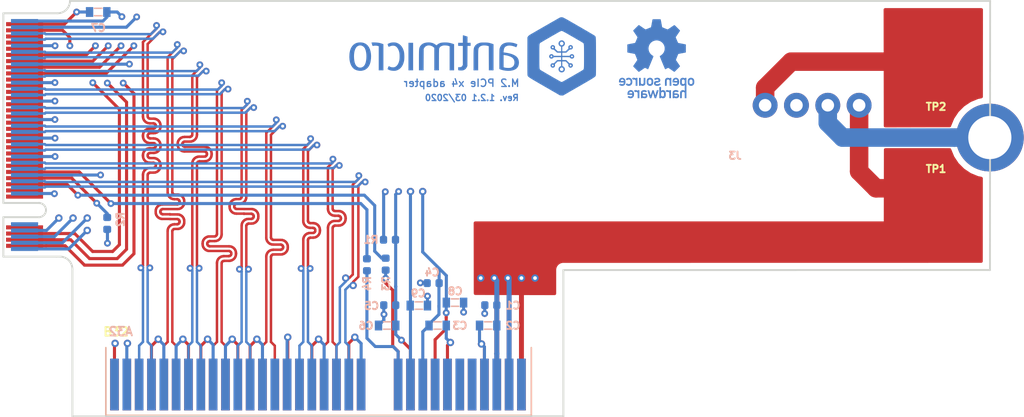
<source format=kicad_pcb>
(kicad_pcb (version 20171130) (host pcbnew 5.1.5+dfsg1-2~bpo10+1)
  (title_block (rev 1.2.1))
  (layers (0 F.Cu signal) (1 In1.Cu signal hide) (2 In2.Cu signal hide) (31 B.Cu signal) (34 B.Paste user hide) (35 F.Paste user hide) (36 B.SilkS user hide) (37 F.SilkS user hide) (38 B.Mask user) (39 F.Mask user hide) (44 Edge.Cuts user))
  (net 0 "")
  (net 1 "Net-(J1-PadB12)")
  (net 2 "Net-(J1-PadB17)")
  (net 3 "Net-(J1-PadA19)")
  (net 4 "Net-(J1-PadB30)")
  (net 5 "Net-(J1-PadB31)")
  (net 6 "Net-(J1-PadA32)")
  (net 7 "Net-(J2-Pad68)")
  (net 8 "Net-(J2-Pad67)")
  (net 9 "Net-(J2-Pad58)")
  (net 10 "Net-(J2-Pad56)")
  (net 11 "Net-(J2-Pad52)")
  (net 12 "Net-(J2-Pad48)")
  (net 13 "Net-(J2-Pad46)")
  (net 14 "Net-(J2-Pad44)")
  (net 15 "Net-(J2-Pad42)")
  (net 16 "Net-(J2-Pad40)")
  (net 17 "Net-(J2-Pad38)")
  (net 18 "Net-(J2-Pad36)")
  (net 19 "Net-(J2-Pad34)")
  (net 20 "Net-(J2-Pad32)")
  (net 21 "Net-(J2-Pad30)")
  (net 22 "Net-(J2-Pad28)")
  (net 23 "Net-(J2-Pad26)")
  (net 24 "Net-(J2-Pad24)")
  (net 25 "Net-(J2-Pad22)")
  (net 26 "Net-(J2-Pad20)")
  (net 27 "Net-(J2-Pad10)")
  (net 28 "Net-(J2-Pad8)")
  (net 29 "Net-(J2-Pad6)")
  (net 30 +12V)
  (net 31 /+3V3)
  (net 32 /REFCLK+)
  (net 33 /REFCLK-)
  (net 34 /Data_0_IN_N)
  (net 35 /Data_0_IN_P)
  (net 36 /Data_0_OUT_P)
  (net 37 /Data_0_OUT_N)
  (net 38 /Data_1_IN_N)
  (net 39 /Data_1_IN_P)
  (net 40 /Data_1_OUT_P)
  (net 41 /Data_1_OUT_N)
  (net 42 /Data_2_IN_N)
  (net 43 /Data_2_IN_P)
  (net 44 /Data_2_OUT_P)
  (net 45 /Data_2_OUT_N)
  (net 46 /Data_3_IN_N)
  (net 47 /Data_3_IN_P)
  (net 48 /Data_3_OUT_P)
  (net 49 /Data_3_OUT_N)
  (net 50 "Net-(J1-PadB9)")
  (net 51 "Net-(J1-PadB6)")
  (net 52 "Net-(J1-PadB5)")
  (net 53 "Net-(J1-PadA8)")
  (net 54 "Net-(J1-PadA7)")
  (net 55 "Net-(J1-PadA1)")
  (net 56 "Net-(J1-PadA5)")
  (net 57 "Net-(J1-PadA6)")
  (net 58 "Net-(J2-Pad69)")
  (net 59 /PWRGD)
  (net 60 GND)
  (net 61 +5V)
  (net 62 /+3V3_AUX)
  (net 63 /WAKE#)
  (net 64 "Net-(J1-PadA11)")
  (net 65 "Net-(J1-PadB11)")
  (module M2-PCIe-adapter-footprints:antmicro-logo_scaled_20mm (layer B.Cu) (at 144.260059 92.357277 180)
    (fp_text reference N1 hide)
    (fp_text value antmicro_logo hide)
    (fp_poly (pts (xy -7.152142 3.365846) (xy -7.086986 3.350911) (xy -7.085897 3.350461) (xy -7.065403 3.339768) (xy -7.020055 3.314682) (xy -6.952258 3.276586) (xy -6.864418 3.226862) (xy -6.75894 3.166895) (xy -6.63823 3.098067) (xy -6.504694 3.021762) (xy -6.360737 2.939362) (xy -6.208764 2.85225) (xy -6.051182 2.76181) (xy -5.890395 2.669425) (xy -5.72881 2.576478) (xy -5.568831 2.484352) (xy -5.412866 2.39443) (xy -5.263318 2.308096) (xy -5.122594 2.226732) (xy -4.993099 2.151721) (xy -4.877239 2.084447) (xy -4.77742 2.026293) (xy -4.696046 1.978641) (xy -4.635524 1.942876) (xy -4.598259 1.920379) (xy -4.594001 1.917716) (xy -4.527202 1.862861) (xy -4.475891 1.797261) (xy -4.433062 1.724406) (xy -4.428815 0.223306) (xy -4.428178 -0.063912) (xy -4.427967 -0.323067) (xy -4.428181 -0.553768) (xy -4.428817 -0.755625) (xy -4.42987 -0.928247) (xy -4.431339 -1.071242) (xy -4.433221 -1.184219) (xy -4.435511 -1.266788) (xy -4.438209 -1.318558) (xy -4.440579 -1.337256) (xy -4.447009 -1.360965) (xy -4.453864 -1.382589) (xy -4.462777 -1.403216) (xy -4.475386 -1.423937) (xy -4.493324 -1.44584) (xy -4.518227 -1.470014) (xy -4.55173 -1.497548) (xy -4.595469 -1.529532) (xy -4.651077 -1.567053) (xy -4.720191 -1.611202) (xy -4.804445 -1.663068) (xy -4.905475 -1.723738) (xy -5.024916 -1.794304) (xy -5.164402 -1.875853) (xy -5.32557 -1.969474) (xy -5.510053 -2.076257) (xy -5.719487 -2.197291) (xy -5.812698 -2.251142) (xy -7.078726 -2.982603) (xy -7.196836 -2.988672) (xy -7.314946 -2.994742) (xy -7.779512 -2.727563) (xy -8.06399 -2.563979) (xy -8.322462 -2.415352) (xy -8.556193 -2.280884) (xy -8.76645 -2.159777) (xy -8.954499 -2.051231) (xy -9.121606 -1.95445) (xy -9.269037 -1.868634) (xy -9.398057 -1.792986) (xy -9.509934 -1.726708) (xy -9.605932 -1.669) (xy -9.687318 -1.619066) (xy -9.755358 -1.576106) (xy -9.811318 -1.539323) (xy -9.856465 -1.507918) (xy -9.892063 -1.481094) (xy -9.919379 -1.458051) (xy -9.939678 -1.437992) (xy -9.954228 -1.420119) (xy -9.964294 -1.403633) (xy -9.971142 -1.387736) (xy -9.976039 -1.37163) (xy -9.980249 -1.354516) (xy -9.984579 -1.33729) (xy -9.987595 -1.309658) (xy -9.990205 -1.250912) (xy -9.992407 -1.161435) (xy -9.994198 -1.041605) (xy -9.995575 -0.891803) (xy -9.996534 -0.71241) (xy -9.997074 -0.503806) (xy -9.997191 -0.266373) (xy -9.996882 -0.000489) (xy -9.996434 0.188976) (xy -9.023604 0.188976) (xy -9.023583 -0.015721) (xy -9.023402 -0.191328) (xy -9.022884 -0.340252) (xy -9.021851 -0.464899) (xy -9.020127 -0.567676) (xy -9.017535 -0.650988) (xy -9.013897 -0.717244) (xy -9.009036 -0.768847) (xy -9.002775 -0.808206) (xy -8.994937 -0.837727) (xy -8.985345 -0.859815) (xy -8.973822 -0.876878) (xy -8.96019 -0.891321) (xy -8.944273 -0.905552) (xy -8.942957 -0.9067) (xy -8.921858 -0.921079) (xy -8.876461 -0.949185) (xy -8.809732 -0.989311) (xy -8.724637 -1.03975) (xy -8.624142 -1.098796) (xy -8.511213 -1.16474) (xy -8.388816 -1.235876) (xy -8.259917 -1.310497) (xy -8.127481 -1.386896) (xy -7.994476 -1.463365) (xy -7.863866 -1.538198) (xy -7.738618 -1.609687) (xy -7.621698 -1.676126) (xy -7.516071 -1.735807) (xy -7.424704 -1.787023) (xy -7.350563 -1.828068) (xy -7.296613 -1.857233) (xy -7.265821 -1.872813) (xy -7.260992 -1.874762) (xy -7.221946 -1.885408) (xy -7.194652 -1.886037) (xy -7.162305 -1.875649) (xy -7.14312 -1.867739) (xy -7.116888 -1.854599) (xy -7.066974 -1.827524) (xy -6.996363 -1.788241) (xy -6.90804 -1.738476) (xy -6.804989 -1.679956) (xy -6.690196 -1.614405) (xy -6.566644 -1.543552) (xy -6.437318 -1.469121) (xy -6.305202 -1.392839) (xy -6.173282 -1.316433) (xy -6.044541 -1.241628) (xy -5.921965 -1.170151) (xy -5.808537 -1.103728) (xy -5.707243 -1.044084) (xy -5.621067 -0.992947) (xy -5.552994 -0.952043) (xy -5.506007 -0.923097) (xy -5.483093 -0.907836) (xy -5.482211 -0.907104) (xy -5.466109 -0.892621) (xy -5.452307 -0.878146) (xy -5.440627 -0.861271) (xy -5.430893 -0.839588) (xy -5.422927 -0.810687) (xy -5.416552 -0.772161) (xy -5.411591 -0.721599) (xy -5.407867 -0.656593) (xy -5.405202 -0.574736) (xy -5.403419 -0.473616) (xy -5.402341 -0.350827) (xy -5.40179 -0.203959) (xy -5.401591 -0.030603) (xy -5.401564 0.171649) (xy -5.401564 0.188976) (xy -5.401567 0.394575) (xy -5.401714 0.571069) (xy -5.402215 0.720849) (xy -5.40328 0.846307) (xy -5.405117 0.949834) (xy -5.407935 1.033821) (xy -5.411945 1.100659) (xy -5.417355 1.15274) (xy -5.424375 1.192454) (xy -5.433213 1.222194) (xy -5.444079 1.244349) (xy -5.457182 1.261311) (xy -5.472732 1.275472) (xy -5.490937 1.289222) (xy -5.498318 1.294633) (xy -5.521441 1.309511) (xy -5.569272 1.338536) (xy -5.639198 1.380176) (xy -5.728611 1.432902) (xy -5.834899 1.495183) (xy -5.955453 1.565489) (xy -6.087661 1.642289) (xy -6.228913 1.724053) (xy -6.347993 1.792771) (xy -6.518144 1.890701) (xy -6.663285 1.973904) (xy -6.785597 2.043541) (xy -6.887266 2.100775) (xy -6.970474 2.146768) (xy -7.037405 2.182681) (xy -7.090242 2.209676) (xy -7.131169 2.228916) (xy -7.162369 2.241563) (xy -7.186025 2.248777) (xy -7.204322 2.251721) (xy -7.210897 2.251964) (xy -7.227359 2.250476) (xy -7.248245 2.24525) (xy -7.2757 2.235139) (xy -7.311867 2.219) (xy -7.35889 2.195687) (xy -7.418914 2.164055) (xy -7.494083 2.122959) (xy -7.586539 2.071255) (xy -7.698427 2.007796) (xy -7.831891 1.931439) (xy -7.989075 1.841038) (xy -8.09911 1.77759) (xy -8.247204 1.692002) (xy -8.387704 1.610535) (xy -8.518142 1.534641) (xy -8.636045 1.465769) (xy -8.738944 1.40537) (xy -8.824368 1.354893) (xy -8.889846 1.315788) (xy -8.932906 1.289507) (xy -8.950975 1.277591) (xy -8.965476 1.264574) (xy -8.977906 1.250801) (xy -8.988424 1.233879) (xy -8.997191 1.211417) (xy -9.004365 1.181024) (xy -9.010106 1.140306) (xy -9.014574 1.086871) (xy -9.017928 1.018329) (xy -9.020329 0.932287) (xy -9.021934 0.826353) (xy -9.022905 0.698135) (xy -9.023401 0.545241) (xy -9.02358 0.365279) (xy -9.023604 0.188976) (xy -9.996434 0.188976) (xy -9.996353 0.223306) (xy -9.995674 0.478474) (xy -9.995088 0.704068) (xy -9.994472 0.902011) (xy -9.993707 1.074224) (xy -9.99267 1.222629) (xy -9.991241 1.349148) (xy -9.989297 1.455702) (xy -9.986718 1.544214) (xy -9.983383 1.616605) (xy -9.97917 1.674798) (xy -9.973957 1.720713) (xy -9.967624 1.756273) (xy -9.96005 1.7834) (xy -9.951112 1.804015) (xy -9.94069 1.82004) (xy -9.928662 1.833397) (xy -9.914908 1.846008) (xy -9.899305 1.859795) (xy -9.892684 1.865914) (xy -9.872614 1.879932) (xy -9.827232 1.908462) (xy -9.758536 1.950323) (xy -9.668524 2.004337) (xy -9.559194 2.069324) (xy -9.432544 2.144105) (xy -9.290572 2.2275) (xy -9.135275 2.318331) (xy -8.968652 2.415418) (xy -8.7927 2.517581) (xy -8.609418 2.623642) (xy -8.589859 2.634939) (xy -8.376201 2.758306) (xy -8.18804 2.866861) (xy -8.02361 2.961561) (xy -7.881143 3.043361) (xy -7.758872 3.113218) (xy -7.65503 3.172089) (xy -7.56785 3.220929) (xy -7.495565 3.260694) (xy -7.436408 3.292341) (xy -7.38861 3.316826) (xy -7.350406 3.335104) (xy -7.320028 3.348133) (xy -7.295708 3.356869) (xy -7.275681 3.362267) (xy -7.258177 3.365284) (xy -7.241431 3.366875) (xy -7.23652 3.367203) (xy -7.152142 3.365846)) (layer B.Cu) (width 0.00186))
    (fp_poly (pts (xy -2.762249 1.312167) (xy -2.66255 1.293503) (xy -2.549392 1.25881) (xy -2.458084 1.215755) (xy -2.379163 1.159346) (xy -2.340359 1.123556) (xy -2.283133 1.052088) (xy -2.231753 0.960588) (xy -2.191937 0.860517) (xy -2.17355 0.789119) (xy -2.1699 0.753668) (xy -2.166624 0.689343) (xy -2.163769 0.598767) (xy -2.161387 0.484561) (xy -2.159525 0.349347) (xy -2.158235 0.195746) (xy -2.157564 0.026379) (xy -2.157476 -0.064404) (xy -2.157476 -0.83317) (xy -2.231284 -0.865819) (xy -2.363439 -0.913297) (xy -2.516531 -0.94998) (xy -2.681516 -0.974719) (xy -2.84935 -0.986367) (xy -3.010988 -0.983776) (xy -3.096245 -0.975571) (xy -3.263289 -0.94229) (xy -3.406069 -0.889385) (xy -3.524297 -0.817171) (xy -3.617686 -0.725962) (xy -3.685949 -0.61607) (xy -3.728798 -0.487809) (xy -3.745946 -0.341493) (xy -3.745116 -0.268039) (xy -3.743109 -0.254154) (xy -3.382296 -0.254154) (xy -3.379368 -0.384438) (xy -3.351055 -0.49704) (xy -3.297965 -0.591021) (xy -3.220703 -0.665443) (xy -3.119873 -0.719368) (xy -3.071639 -0.735398) (xy -3.010019 -0.745934) (xy -2.927498 -0.75073) (xy -2.834071 -0.750162) (xy -2.739734 -0.744607) (xy -2.654483 -0.734439) (xy -2.588312 -0.720036) (xy -2.578735 -0.716856) (xy -2.503932 -0.689951) (xy -2.503932 0.301478) (xy -2.594483 0.290553) (xy -2.652273 0.281462) (xy -2.72709 0.266795) (xy -2.805569 0.249235) (xy -2.830244 0.2432) (xy -2.991685 0.193566) (xy -3.124252 0.13258) (xy -3.228703 0.059559) (xy -3.305799 -0.026184) (xy -3.356299 -0.125331) (xy -3.380963 -0.238569) (xy -3.382296 -0.254154) (xy -3.743109 -0.254154) (xy -3.724612 -0.126169) (xy -3.677067 -0.000045) (xy -3.601887 0.111692) (xy -3.558984 0.157543) (xy -3.464184 0.232868) (xy -3.3423 0.302193) (xy -3.197421 0.364005) (xy -3.033639 0.416787) (xy -2.855043 0.459023) (xy -2.665725 0.489199) (xy -2.662896 0.489544) (xy -2.499634 0.50933) (xy -2.509073 0.643074) (xy -2.527337 0.769203) (xy -2.563566 0.870412) (xy -2.619397 0.948715) (xy -2.696465 1.006126) (xy -2.796408 1.044659) (xy -2.844245 1.055443) (xy -2.974469 1.066784) (xy -3.119212 1.055936) (xy -3.2717 1.023916) (xy -3.425161 0.971742) (xy -3.438671 0.966142) (xy -3.487101 0.94693) (xy -3.522581 0.935054) (xy -3.53668 0.933011) (xy -3.544711 0.949635) (xy -3.559824 0.986705) (xy -3.57853 1.034994) (xy -3.59734 1.085278) (xy -3.612765 1.128333) (xy -3.621316 1.154935) (xy -3.62204 1.158704) (xy -3.608855 1.168984) (xy -3.574628 1.18716) (xy -3.536157 1.205067) (xy -3.394789 1.256208) (xy -3.238038 1.293367) (xy -3.07458 1.315665) (xy -2.913092 1.322225) (xy -2.762249 1.312167)) (layer B.Cu) (width 0.00186))
    (fp_poly (pts (xy 6.480642 1.319989) (xy 6.58434 1.309941) (xy 6.642021 1.29909) (xy 6.701468 1.281974) (xy 6.765304 1.258729) (xy 6.825268 1.232959) (xy 6.873099 1.208268) (xy 6.900536 1.18826) (xy 6.902731 1.185337) (xy 6.901034 1.165755) (xy 6.889691 1.127281) (xy 6.872257 1.078963) (xy 6.852289 1.029849) (xy 6.833344 0.988985) (xy 6.818977 0.965419) (xy 6.815277 0.96286) (xy 6.79584 0.968533) (xy 6.757145 0.984054) (xy 6.717966 1.001363) (xy 6.597556 1.043183) (xy 6.478303 1.059436) (xy 6.365741 1.049949) (xy 6.267082 1.015425) (xy 6.184633 0.956435) (xy 6.109079 0.869907) (xy 6.042796 0.759473) (xy 5.988158 0.628763) (xy 5.964987 0.55344) (xy 5.9467 0.460621) (xy 5.934948 0.346326) (xy 5.929731 0.219894) (xy 5.931048 0.090658) (xy 5.938899 -0.032043) (xy 5.953283 -0.138876) (xy 5.965029 -0.191403) (xy 6.018441 -0.347854) (xy 6.085682 -0.476208) (xy 6.166949 -0.57676) (xy 6.262433 -0.649803) (xy 6.269842 -0.653997) (xy 6.318046 -0.678461) (xy 6.360476 -0.692533) (xy 6.40936 -0.698899) (xy 6.476928 -0.700247) (xy 6.480302 -0.700234) (xy 6.551196 -0.697119) (xy 6.613423 -0.686543) (xy 6.676539 -0.665628) (xy 6.750104 -0.631498) (xy 6.805132 -0.602451) (xy 6.811994 -0.606864) (xy 6.823881 -0.627522) (xy 6.842273 -0.667671) (xy 6.868648 -0.730555) (xy 6.904485 -0.819421) (xy 6.907856 -0.827878) (xy 6.898997 -0.84482) (xy 6.866949 -0.868588) (xy 6.818267 -0.89564) (xy 6.759502 -0.922438) (xy 6.697208 -0.945441) (xy 6.680962 -0.950446) (xy 6.596243 -0.968476) (xy 6.494197 -0.980035) (xy 6.38837 -0.984337) (xy 6.292302 -0.980592) (xy 6.251956 -0.975421) (xy 6.192955 -0.960449) (xy 6.121933 -0.935569) (xy 6.055106 -0.906553) (xy 5.924393 -0.825216) (xy 5.811546 -0.718355) (xy 5.717058 -0.586718) (xy 5.64142 -0.431051) (xy 5.585125 -0.252101) (xy 5.566382 -0.164966) (xy 5.55271 -0.061836) (xy 5.545515 0.060348) (xy 5.544535 0.192732) (xy 5.549505 0.326459) (xy 5.560163 0.452674) (xy 5.576246 0.562522) (xy 5.589781 0.622034) (xy 5.650979 0.796354) (xy 5.73177 0.948264) (xy 5.831148 1.076626) (xy 5.948105 1.180303) (xy 6.081634 1.258159) (xy 6.187885 1.297708) (xy 6.270746 1.313837) (xy 6.372221 1.321276) (xy 6.480642 1.319989)) (layer B.Cu) (width 0.00186))
    (fp_poly (pts (xy 9.2785 1.312066) (xy 9.419271 1.280013) (xy 9.543888 1.224868) (xy 9.656461 1.145058) (xy 9.708553 1.096387) (xy 9.8083 0.974431) (xy 9.887318 0.830972) (xy 9.945961 0.6651) (xy 9.984585 0.475905) (xy 9.998095 0.353364) (xy 10.005731 0.13312) (xy 9.992844 -0.072824) (xy 9.960106 -0.262524) (xy 9.908183 -0.434035) (xy 9.837744 -0.585411) (xy 9.749459 -0.714707) (xy 9.643995 -0.819978) (xy 9.578549 -0.867161) (xy 9.475336 -0.918408) (xy 9.352499 -0.956601) (xy 9.219808 -0.980004) (xy 9.087028 -0.986884) (xy 8.966072 -0.975896) (xy 8.810713 -0.933331) (xy 8.673021 -0.864959) (xy 8.55358 -0.771436) (xy 8.45297 -0.653416) (xy 8.371776 -0.511552) (xy 8.310581 -0.346499) (xy 8.277228 -0.202757) (xy 8.249196 0.010531) (xy 8.243315 0.181843) (xy 8.619775 0.181843) (xy 8.626639 0.006059) (xy 8.647674 -0.163017) (xy 8.682896 -0.318411) (xy 8.730663 -0.449537) (xy 8.792305 -0.552891) (xy 8.870412 -0.633717) (xy 8.961038 -0.690398) (xy 9.060232 -0.721318) (xy 9.164048 -0.724859) (xy 9.268537 -0.699405) (xy 9.303274 -0.683979) (xy 9.391728 -0.625796) (xy 9.465071 -0.546116) (xy 9.524047 -0.443338) (xy 9.569396 -0.315865) (xy 9.601861 -0.162097) (xy 9.620669 0) (xy 9.628833 0.197594) (xy 9.620784 0.38162) (xy 9.597156 0.549325) (xy 9.558579 0.697956) (xy 9.505687 0.824761) (xy 9.439111 0.926986) (xy 9.397763 0.970932) (xy 9.30783 1.034591) (xy 9.210287 1.070154) (xy 9.109492 1.078662) (xy 9.009802 1.061154) (xy 8.915575 1.018669) (xy 8.831168 0.952247) (xy 8.760939 0.862927) (xy 8.733695 0.812545) (xy 8.684043 0.679686) (xy 8.648494 0.525632) (xy 8.627066 0.357359) (xy 8.619775 0.181843) (xy 8.243315 0.181843) (xy 8.242077 0.217887) (xy 8.255237 0.416019) (xy 8.288043 0.601636) (xy 8.339862 0.771445) (xy 8.41006 0.922155) (xy 8.498004 1.050475) (xy 8.524035 1.080128) (xy 8.63728 1.181032) (xy 8.765238 1.254668) (xy 8.908825 1.301412) (xy 9.068958 1.321638) (xy 9.117464 1.322599) (xy 9.2785 1.312066)) (layer B.Cu) (width 0.00186))
    (fp_poly (pts (xy 0.795755 1.890556) (xy 0.79863 1.848884) (xy 0.80093 1.785265) (xy 0.802488 1.704473) (xy 0.803139 1.611284) (xy 0.803148 1.598422) (xy 0.803148 1.291336) (xy 1.1811 1.291336) (xy 1.1811 1.039368) (xy 0.803148 1.039368) (xy 0.803148 -0.498982) (xy 0.838973 -0.566729) (xy 0.885039 -0.631264) (xy 0.944279 -0.671205) (xy 1.021404 -0.688928) (xy 1.082708 -0.68969) (xy 1.181166 -0.685038) (xy 1.181133 -0.806155) (xy 1.178348 -0.880811) (xy 1.17014 -0.92607) (xy 1.161415 -0.939626) (xy 1.138007 -0.945325) (xy 1.090929 -0.950669) (xy 1.028005 -0.954906) (xy 0.98425 -0.956653) (xy 0.897887 -0.957443) (xy 0.832757 -0.953166) (xy 0.778855 -0.942783) (xy 0.743384 -0.931661) (xy 0.647529 -0.886432) (xy 0.57123 -0.823573) (xy 0.508105 -0.737316) (xy 0.488188 -0.701009) (xy 0.43307 -0.593781) (xy 0.428593 0.222794) (xy 0.424117 1.039368) (xy 0.173228 1.039368) (xy 0.173228 1.291336) (xy 0.425196 1.291336) (xy 0.425196 1.794188) (xy 0.603495 1.849848) (xy 0.673943 1.871574) (xy 0.733143 1.889331) (xy 0.774786 1.901261) (xy 0.792471 1.905508) (xy 0.795755 1.890556)) (layer B.Cu) (width 0.00186))
    (fp_poly (pts (xy -0.819904 1.314167) (xy -0.736102 1.311976) (xy -0.671677 1.307691) (xy -0.620578 1.300843) (xy -0.576756 1.29096) (xy -0.559727 1.285995) (xy -0.416939 1.23134) (xy -0.301586 1.163455) (xy -0.211999 1.081149) (xy -0.153086 0.995726) (xy -0.134276 0.960359) (xy -0.118283 0.926977) (xy -0.104879 0.892787) (xy -0.093836 0.854996) (xy -0.084925 0.810811) (xy -0.077918 0.757442) (xy -0.072587 0.692094) (xy -0.068703 0.611975) (xy -0.066037 0.514293) (xy -0.064362 0.396256) (xy -0.063448 0.25507) (xy -0.063068 0.087944) (xy -0.062992 -0.105671) (xy -0.062992 -0.94488) (xy -0.440944 -0.94488) (xy -0.440944 -0.113094) (xy -0.441024 0.082694) (xy -0.441426 0.249628) (xy -0.442397 0.390347) (xy -0.444181 0.507492) (xy -0.447024 0.603705) (xy -0.451171 0.681626) (xy -0.456866 0.743896) (xy -0.464356 0.793155) (xy -0.473884 0.832045) (xy -0.485698 0.863206) (xy -0.500041 0.889279) (xy -0.517159 0.912904) (xy -0.537298 0.936724) (xy -0.538554 0.938156) (xy -0.603691 0.996935) (xy -0.683121 1.038201) (xy -0.783528 1.065101) (xy -0.821079 1.071174) (xy -0.92666 1.077955) (xy -1.043513 1.072214) (xy -1.157052 1.055272) (xy -1.239803 1.033145) (xy -1.29921 1.01258) (xy -1.303266 0.03385) (xy -1.307322 -0.94488) (xy -1.685036 -0.94488) (xy -1.685036 1.177123) (xy -1.539367 1.224908) (xy -1.439126 1.25659) (xy -1.353944 1.279913) (xy -1.275379 1.296119) (xy -1.194992 1.306451) (xy -1.104341 1.312151) (xy -0.994986 1.314461) (xy -0.929132 1.314735) (xy -0.819904 1.314167)) (layer B.Cu) (width 0.00186))
    (fp_poly (pts (xy 3.757209 1.311066) (xy 3.91088 1.277588) (xy 4.043095 1.222181) (xy 4.153265 1.145137) (xy 4.240801 1.046747) (xy 4.282829 0.976376) (xy 4.299474 0.942443) (xy 4.313617 0.909633) (xy 4.325461 0.875159) (xy 4.33521 0.836235) (xy 4.343065 0.790076) (xy 4.349232 0.733894) (xy 4.353914 0.664903) (xy 4.357313 0.580319) (xy 4.359633 0.477354) (xy 4.361078 0.353222) (xy 4.36185 0.205138) (xy 4.362153 0.030314) (xy 4.362196 -0.111011) (xy 4.362196 -0.94488) (xy 3.985262 -0.94488) (xy 3.980816 -0.074803) (xy 3.97637 0.795274) (xy 3.930412 0.878223) (xy 3.867906 0.960698) (xy 3.786589 1.021784) (xy 3.691109 1.06111) (xy 3.586111 1.078306) (xy 3.476242 1.073001) (xy 3.36615 1.044823) (xy 3.26048 0.993402) (xy 3.185033 0.937719) (xy 3.118104 0.879434) (xy 3.118104 -0.94488) (xy 2.740152 -0.94488) (xy 2.740152 -0.092378) (xy 2.739876 0.121519) (xy 2.739034 0.304953) (xy 2.737607 0.458951) (xy 2.735573 0.584541) (xy 2.732913 0.682749) (xy 2.729606 0.754605) (xy 2.725633 0.801136) (xy 2.722177 0.82012) (xy 2.679945 0.909237) (xy 2.613117 0.980546) (xy 2.523646 1.03318) (xy 2.413489 1.066271) (xy 2.2846 1.078953) (xy 2.154025 1.072179) (xy 2.082817 1.063523) (xy 2.031721 1.055313) (xy 1.989488 1.045082) (xy 1.94487 1.03036) (xy 1.917319 1.020233) (xy 1.874012 1.004051) (xy 1.874012 -0.94488) (xy 1.511808 -0.94488) (xy 1.511808 1.179621) (xy 1.66183 1.227678) (xy 1.830788 1.275419) (xy 1.988628 1.305225) (xy 2.148725 1.318962) (xy 2.314956 1.318834) (xy 2.448348 1.310972) (xy 2.557653 1.296023) (xy 2.649872 1.271947) (xy 2.732008 1.236698) (xy 2.811063 1.188233) (xy 2.843587 1.16454) (xy 2.947015 1.086256) (xy 3.012874 1.139691) (xy 3.140383 1.223949) (xy 3.283556 1.282108) (xy 3.443665 1.314575) (xy 3.58267 1.322326) (xy 3.757209 1.311066)) (layer B.Cu) (width 0.00186))
    (fp_poly (pts (xy 5.212588 -0.94488) (xy 4.834636 -0.94488) (xy 4.834636 1.291336) (xy 5.212588 1.291336) (xy 5.212588 -0.94488)) (layer B.Cu) (width 0.00186))
    (fp_poly (pts (xy 8.164969 1.320362) (xy 8.193264 1.316383) (xy 8.204251 1.309812) (xy 8.204708 1.30763) (xy 8.200245 1.284505) (xy 8.18833 1.239539) (xy 8.171173 1.180869) (xy 8.163348 1.155417) (xy 8.142216 1.091022) (xy 8.126092 1.052117) (xy 8.112163 1.033685) (xy 8.097618 1.030706) (xy 8.094006 1.031642) (xy 7.996101 1.052528) (xy 7.886769 1.059408) (xy 7.778397 1.05246) (xy 7.683375 1.031863) (xy 7.665339 1.025458) (xy 7.622032 1.008652) (xy 7.622032 -0.94488) (xy 7.24408 -0.94488) (xy 7.24408 1.177905) (xy 7.358253 1.218816) (xy 7.457469 1.252148) (xy 7.548226 1.276925) (xy 7.639168 1.294621) (xy 7.738939 1.306711) (xy 7.856184 1.314667) (xy 7.940929 1.318153) (xy 8.042332 1.321106) (xy 8.115835 1.32189) (xy 8.164969 1.320362)) (layer B.Cu) (width 0.00186))
    (fp_poly (pts (xy -7.127785 1.479949) (xy -7.113653 1.474378) (xy -7.041334 1.427439) (xy -6.988592 1.360576) (xy -6.959053 1.280878) (xy -6.956345 1.195432) (xy -6.960184 1.174445) (xy -6.991456 1.093769) (xy -7.04554 1.033284) (xy -7.100091 1.000015) (xy -7.16534 0.968536) (xy -7.16534 0.598424) (xy -6.890491 0.598424) (xy -6.777311 0.710848) (xy -6.664131 0.823273) (xy -6.672493 0.90429) (xy -6.67259 0.905992) (xy -6.565627 0.905992) (xy -6.548018 0.86929) (xy -6.511338 0.852186) (xy -6.466981 0.855829) (xy -6.434183 0.875139) (xy -6.411682 0.912045) (xy -6.419579 0.949852) (xy -6.440932 0.976376) (xy -6.470892 1.001792) (xy -6.495715 1.00433) (xy -6.529462 0.98507) (xy -6.531916 0.983357) (xy -6.559759 0.948463) (xy -6.565627 0.905992) (xy -6.67259 0.905992) (xy -6.675458 0.956199) (xy -6.6685 0.99141) (xy -6.647962 1.024089) (xy -6.638621 1.035499) (xy -6.581396 1.083887) (xy -6.518437 1.105998) (xy -6.455063 1.104735) (xy -6.396589 1.083004) (xy -6.348333 1.043711) (xy -6.315611 0.98976) (xy -6.30374 0.924056) (xy -6.314843 0.858586) (xy -6.350331 0.796578) (xy -6.407278 0.756656) (xy -6.483198 0.740443) (xy -6.496062 0.740156) (xy -6.528949 0.739014) (xy -6.556278 0.733125) (xy -6.584165 0.718793) (xy -6.61873 0.692323) (xy -6.66609 0.650017) (xy -6.704607 0.614172) (xy -6.839262 0.488188) (xy -7.16534 0.488188) (xy -7.16534 0.23622) (xy -6.567725 0.23622) (xy -6.544392 0.281341) (xy -6.501772 0.332689) (xy -6.44298 0.363427) (xy -6.376494 0.372554) (xy -6.310786 0.35907) (xy -6.254332 0.321976) (xy -6.248863 0.316203) (xy -6.208157 0.252439) (xy -6.194616 0.187396) (xy -6.204452 0.125609) (xy -6.233878 0.071615) (xy -6.279104 0.029951) (xy -6.336342 0.005153) (xy -6.401804 0.001758) (xy -6.471701 0.024301) (xy -6.48592 0.032346) (xy -6.522365 0.060855) (xy -6.544934 0.090141) (xy -6.546812 0.095279) (xy -6.551182 0.105869) (xy -6.560781 0.1137) (xy -6.579835 0.119186) (xy -6.612572 0.122743) (xy -6.663222 0.124785) (xy -6.73601 0.125725) (xy -6.835165 0.125979) (xy -6.860091 0.125984) (xy -7.16534 0.125984) (xy -7.16534 -0.110236) (xy -6.841811 -0.110236) (xy -6.58031 -0.373102) (xy -6.506684 -0.366776) (xy -6.427754 -0.372277) (xy -6.366407 -0.40293) (xy -6.324611 -0.457519) (xy -6.313741 -0.486008) (xy -6.303081 -0.561329) (xy -6.321162 -0.626394) (xy -6.360629 -0.678024) (xy -6.421632 -0.720694) (xy -6.486446 -0.736176) (xy -6.549425 -0.727327) (xy -6.604927 -0.697001) (xy -6.647305 -0.648054) (xy -6.670915 -0.583341) (xy -6.671949 -0.536062) (xy -6.56392 -0.536062) (xy -6.558793 -0.575239) (xy -6.543726 -0.597947) (xy -6.50789 -0.625572) (xy -6.473343 -0.623295) (xy -6.440932 -0.598424) (xy -6.413594 -0.560002) (xy -6.41616 -0.5256) (xy -6.439633 -0.497237) (xy -6.479461 -0.476719) (xy -6.517772 -0.480531) (xy -6.548086 -0.502402) (xy -6.56392 -0.536062) (xy -6.671949 -0.536062) (xy -6.672293 -0.520357) (xy -6.663483 -0.445965) (xy -6.890491 -0.220472) (xy -7.16534 -0.220472) (xy -7.16534 -0.59364) (xy -7.10041 -0.62292) (xy -7.032255 -0.668992) (xy -6.985252 -0.732023) (xy -6.959578 -0.805668) (xy -6.955407 -0.883578) (xy -6.972916 -0.959408) (xy -7.01228 -1.026812) (xy -7.073675 -1.079441) (xy -7.08756 -1.087101) (xy -7.17002 -1.112908) (xy -7.257848 -1.112912) (xy -7.3394 -1.087149) (xy -7.340965 -1.08633) (xy -7.405537 -1.036303) (xy -7.447971 -0.970488) (xy -7.468491 -0.895275) (xy -7.467938 -0.858266) (xy -7.360615 -0.858266) (xy -7.354224 -0.90511) (xy -7.33018 -0.942985) (xy -7.309973 -0.962623) (xy -7.251717 -0.999758) (xy -7.194358 -1.005474) (xy -7.13658 -0.979772) (xy -7.115195 -0.962623) (xy -7.079953 -0.923675) (xy -7.06591 -0.883063) (xy -7.064553 -0.858266) (xy -7.078726 -0.801047) (xy -7.115633 -0.751472) (xy -7.166854 -0.71805) (xy -7.212584 -0.70866) (xy -7.2692 -0.722984) (xy -7.318253 -0.760283) (xy -7.351324 -0.812049) (xy -7.360615 -0.858266) (xy -7.467938 -0.858266) (xy -7.467321 -0.817057) (xy -7.444683 -0.742225) (xy -7.400801 -0.677171) (xy -7.3359 -0.628286) (xy -7.324758 -0.62292) (xy -7.259828 -0.59364) (xy -7.259828 -0.220472) (xy -7.534677 -0.220472) (xy -7.761686 -0.445965) (xy -7.752875 -0.520357) (xy -7.756832 -0.59589) (xy -7.784197 -0.658004) (xy -7.829325 -0.703845) (xy -7.886571 -0.730556) (xy -7.95029 -0.735282) (xy -8.014838 -0.715168) (xy -8.064539 -0.678024) (xy -8.108324 -0.617689) (xy -8.122296 -0.551493) (xy -8.119077 -0.532097) (xy -8.011726 -0.532097) (xy -8.008721 -0.566768) (xy -7.984236 -0.598424) (xy -7.945895 -0.62574) (xy -7.911521 -0.623165) (xy -7.882448 -0.599058) (xy -7.862722 -0.55855) (xy -7.86791 -0.517439) (xy -7.895163 -0.486507) (xy -7.914244 -0.478687) (xy -7.960697 -0.48096) (xy -7.984871 -0.496636) (xy -8.011726 -0.532097) (xy -8.119077 -0.532097) (xy -8.111427 -0.486008) (xy -8.078066 -0.422117) (xy -8.024361 -0.381672) (xy -7.95228 -0.36589) (xy -7.918484 -0.366776) (xy -7.844858 -0.373102) (xy -7.583357 -0.110236) (xy -7.259828 -0.110236) (xy -7.259828 0.125984) (xy -7.565853 0.125984) (xy -7.671205 0.125849) (xy -7.749326 0.125153) (xy -7.804478 0.123455) (xy -7.840927 0.120318) (xy -7.862936 0.1153) (xy -7.874769 0.107965) (xy -7.880689 0.097871) (xy -7.882219 0.093402) (xy -7.907619 0.057137) (xy -7.953274 0.025395) (xy -8.008002 0.004625) (xy -8.044073 0.000059) (xy -8.116785 0.013225) (xy -8.173607 0.04891) (xy -8.212032 0.10112) (xy -8.229554 0.163863) (xy -8.227678 0.185307) (xy -8.12379 0.185307) (xy -8.119229 0.162574) (xy -8.10332 0.142808) (xy -8.062095 0.11435) (xy -8.020016 0.116341) (xy -7.993235 0.134983) (xy -7.970569 0.175581) (xy -7.975398 0.201916) (xy -6.454334 0.201916) (xy -6.44837 0.157748) (xy -6.431933 0.134983) (xy -6.391565 0.112325) (xy -6.349319 0.120309) (xy -6.321848 0.142808) (xy -6.302666 0.168912) (xy -6.303567 0.192647) (xy -6.315997 0.217611) (xy -6.349323 0.25395) (xy -6.389391 0.264218) (xy -6.428175 0.24659) (xy -6.431095 0.243807) (xy -6.454334 0.201916) (xy -7.975398 0.201916) (xy -7.978321 0.217857) (xy -7.998812 0.243034) (xy -8.039326 0.264121) (xy -8.077656 0.254452) (xy -8.109156 0.2175) (xy -8.12379 0.185307) (xy -8.227678 0.185307) (xy -8.223667 0.231147) (xy -8.191863 0.296978) (xy -8.176305 0.316203) (xy -8.120062 0.357438) (xy -8.054435 0.373301) (xy -7.987407 0.364696) (xy -7.926965 0.332524) (xy -7.884229 0.28321) (xy -7.856471 0.23622) (xy -7.259828 0.23622) (xy -7.259828 0.488188) (xy -7.585906 0.488188) (xy -7.720561 0.614172) (xy -7.778689 0.668015) (xy -7.820214 0.703817) (xy -7.851345 0.725255) (xy -7.878292 0.736005) (xy -7.907263 0.739743) (xy -7.93335 0.740156) (xy -8.010766 0.751447) (xy -8.067407 0.786045) (xy -8.104819 0.845036) (xy -8.111906 0.865558) (xy -8.118756 0.922383) (xy -8.015732 0.922383) (xy -8.002187 0.886451) (xy -7.968966 0.861376) (xy -7.927192 0.851422) (xy -7.887985 0.860847) (xy -7.87715 0.86929) (xy -7.859479 0.906453) (xy -7.865599 0.948912) (xy -7.893252 0.983357) (xy -7.923415 1.001616) (xy -7.940496 1.007872) (xy -7.963321 0.996066) (xy -7.990396 0.968803) (xy -8.010957 0.938312) (xy -8.015732 0.922383) (xy -8.118756 0.922383) (xy -8.120816 0.939467) (xy -8.10442 1.003434) (xy -8.068092 1.054652) (xy -8.017201 1.090317) (xy -7.957121 1.107623) (xy -7.893223 1.103763) (xy -7.830878 1.075932) (xy -7.786547 1.035499) (xy -7.761229 1.00082) (xy -7.750587 0.967854) (xy -7.750964 0.922433) (xy -7.752675 0.90429) (xy -7.761037 0.823273) (xy -7.647857 0.710848) (xy -7.534677 0.598424) (xy -7.259828 0.598424) (xy -7.259828 0.970315) (xy -7.322442 0.99794) (xy -7.395741 1.04537) (xy -7.445334 1.113206) (xy -7.464531 1.165275) (xy -7.471961 1.239285) (xy -7.364257 1.239285) (xy -7.358329 1.203166) (xy -7.346979 1.176582) (xy -7.306645 1.122264) (xy -7.253026 1.092713) (xy -7.193084 1.089713) (xy -7.133785 1.115049) (xy -7.126918 1.120176) (xy -7.080457 1.170315) (xy -7.064676 1.22476) (xy -7.077166 1.282157) (xy -7.115359 1.341118) (xy -7.165775 1.374847) (xy -7.221937 1.383454) (xy -7.277364 1.367051) (xy -7.325578 1.325747) (xy -7.353549 1.27744) (xy -7.364257 1.239285) (xy -7.471961 1.239285) (xy -7.473022 1.249858) (xy -7.454992 1.327975) (xy -7.415034 1.395579) (xy -7.35774 1.448625) (xy -7.287706 1.483067) (xy -7.209523 1.494857) (xy -7.127785 1.479949)) (layer B.Cu) (width 0.00186))
  )
  (module M2-PCIe-adapter-footprints:oshw-logo (layer B.Cu) (at 159.170059 92.357277 180)
    (fp_text reference N2 hide)
    (fp_text value oshw_logo hide)
    (fp_poly (pts (xy -1.520547 -2.559315) (xy -1.484257 -2.562589) (xy -1.453571 -2.568483) (xy -1.42629 -2.577419) (xy -1.400688 -2.589559) (xy -1.370681 -2.610821) (xy -1.344258 -2.639027) (xy -1.324255 -2.670988) (xy -1.320279 -2.679956) (xy -1.30811 -2.71018) (xy -1.3081 -3.19786) (xy -1.43256 -3.200712) (xy -1.43256 -3.172616) (xy -1.433001 -3.157262) (xy -1.43414 -3.147057) (xy -1.435256 -3.14452) (xy -1.439925 -3.147991) (xy -1.44858 -3.156755) (xy -1.452999 -3.161658) (xy -1.471978 -3.178645) (xy -1.49558 -3.190826) (xy -1.525318 -3.19871) (xy -1.562703 -3.202805) (xy -1.57734 -3.203422) (xy -1.602824 -3.203658) (xy -1.626988 -3.203015) (xy -1.646538 -3.201624) (xy -1.65553 -3.200315) (xy -1.685682 -3.191062) (xy -1.716935 -3.176628) (xy -1.745331 -3.159088) (xy -1.764046 -3.143501) (xy -1.789625 -3.111334) (xy -1.806796 -3.075521) (xy -1.815801 -3.037506) (xy -1.816878 -2.998734) (xy -1.81664 -2.997361) (xy -1.696223 -2.997361) (xy -1.695252 -3.020525) (xy -1.686495 -3.04231) (xy -1.66972 -3.060562) (xy -1.667587 -3.062115) (xy -1.653946 -3.070585) (xy -1.639866 -3.076449) (xy -1.623179 -3.080099) (xy -1.601719 -3.081928) (xy -1.573316 -3.082328) (xy -1.55702 -3.082134) (xy -1.528455 -3.081426) (xy -1.507932 -3.080233) (xy -1.493336 -3.078268) (xy -1.482549 -3.075242) (xy -1.473457 -3.070866) (xy -1.4732 -3.070718) (xy -1.457655 -3.058381) (xy -1.446482 -3.041138) (xy -1.439038 -3.017444) (xy -1.434673 -2.985753) (xy -1.434033 -2.977094) (xy -1.431057 -2.93116) (xy -1.532139 -2.931271) (xy -1.567669 -2.931414) (xy -1.594661 -2.931841) (xy -1.614734 -2.932682) (xy -1.629508 -2.934068) (xy -1.640604 -2.936129) (xy -1.649641 -2.938995) (xy -1.654706 -2.941136) (xy -1.67572 -2.955512) (xy -1.689636 -2.974971) (xy -1.696223 -2.997361) (xy -1.81664 -2.997361) (xy -1.810268 -2.960648) (xy -1.796211 -2.924695) (xy -1.774945 -2.892318) (xy -1.746713 -2.864961) (xy -1.71454 -2.845351) (xy -1.699391 -2.838812) (xy -1.684182 -2.833785) (xy -1.667295 -2.830081) (xy -1.64711 -2.827504) (xy -1.622008 -2.825865) (xy -1.590368 -2.824969) (xy -1.550571 -2.824625) (xy -1.539905 -2.824604) (xy -1.431349 -2.82448) (xy -1.433457 -2.776281) (xy -1.435643 -2.747652) (xy -1.440005 -2.726818) (xy -1.447619 -2.711473) (xy -1.459557 -2.699312) (xy -1.473732 -2.68986) (xy -1.482123 -2.685647) (xy -1.491816 -2.682768) (xy -1.50486 -2.680982) (xy -1.523299 -2.680045) (xy -1.549181 -2.679716) (xy -1.55956 -2.6797) (xy -1.593451 -2.680227) (xy -1.619103 -2.682156) (xy -1.638402 -2.686003) (xy -1.653229 -2.692284) (xy -1.66547 -2.701518) (xy -1.674582 -2.71128) (xy -1.685464 -2.724211) (xy -1.734272 -2.686948) (xy -1.753108 -2.672336) (xy -1.768568 -2.659904) (xy -1.779081 -2.650946) (xy -1.783078 -2.646755) (xy -1.78308 -2.646721) (xy -1.779269 -2.640177) (xy -1.769265 -2.629658) (xy -1.755216 -2.616991) (xy -1.739267 -2.604005) (xy -1.723566 -2.592529) (xy -1.710258 -2.584392) (xy -1.70942 -2.583969) (xy -1.687833 -2.574068) (xy -1.667762 -2.566998) (xy -1.646748 -2.562323) (xy -1.622329 -2.559605) (xy -1.592047 -2.558408) (xy -1.56464 -2.558242) (xy -1.520547 -2.559315)) (layer B.Cu) (width 0.01))
    (fp_poly (pts (xy -2.7328 -1.557697) (xy -2.684546 -1.570663) (xy -2.641589 -1.59229) (xy -2.6039 -1.622592) (xy -2.580265 -1.649454) (xy -2.561783 -1.676927) (xy -2.547426 -1.706492) (xy -2.536905 -1.739537) (xy -2.529927 -1.777455) (xy -2.526203 -1.821634) (xy -2.52544 -1.873464) (xy -2.526239 -1.90754) (xy -2.528944 -1.956516) (xy -2.533763 -1.997186) (xy -2.541296 -2.031291) (xy -2.552144 -2.06057) (xy -2.566907 -2.086764) (xy -2.586185 -2.111615) (xy -2.602676 -2.129131) (xy -2.636646 -2.158152) (xy -2.67299 -2.178971) (xy -2.713336 -2.1922) (xy -2.759311 -2.198453) (xy -2.788718 -2.199129) (xy -2.812449 -2.198418) (xy -2.834606 -2.196951) (xy -2.851651 -2.194993) (xy -2.856492 -2.194074) (xy -2.897147 -2.179634) (xy -2.936141 -2.155699) (xy -2.969665 -2.126384) (xy -2.992401 -2.10172) (xy -3.010173 -2.077392) (xy -3.023622 -2.051593) (xy -3.033389 -2.022517) (xy -3.040117 -1.988358) (xy -3.044446 -1.94731) (xy -3.046544 -1.910015) (xy -3.046759 -1.882248) (xy -2.91846 -1.882248) (xy -2.91846 -1.968716) (xy -2.902189 -2.001766) (xy -2.884147 -2.031176) (xy -2.862589 -2.051992) (xy -2.836231 -2.064929) (xy -2.803792 -2.070703) (xy -2.778167 -2.070926) (xy -2.754539 -2.069112) (xy -2.736963 -2.065333) (xy -2.721373 -2.058591) (xy -2.716269 -2.055719) (xy -2.696096 -2.041639) (xy -2.680584 -2.025025) (xy -2.669138 -2.004405) (xy -2.66116 -1.978307) (xy -2.656056 -1.945257) (xy -2.653228 -1.903782) (xy -2.653066 -1.899608) (xy -2.652542 -1.848728) (xy -2.655306 -1.806574) (xy -2.661698 -1.772146) (xy -2.672056 -1.744448) (xy -2.686721 -1.72248) (xy -2.706031 -1.705245) (xy -2.722521 -1.69545) (xy -2.754232 -1.684217) (xy -2.787608 -1.680797) (xy -2.820534 -1.684757) (xy -2.850894 -1.695663) (xy -2.876571 -1.713084) (xy -2.891338 -1.729953) (xy -2.900675 -1.745177) (xy -2.90766 -1.76091) (xy -2.912608 -1.778925) (xy -2.915837 -1.801) (xy -2.917662 -1.828909) (xy -2.918399 -1.864428) (xy -2.91846 -1.882248) (xy -3.046759 -1.882248) (xy -3.047053 -1.844555) (xy -3.042844 -1.786749) (xy -3.03398 -1.736973) (xy -3.020528 -1.6956) (xy -3.003958 -1.664995) (xy -2.971078 -1.624961) (xy -2.934031 -1.594033) (xy -2.892338 -1.571967) (xy -2.845521 -1.558517) (xy -2.7931 -1.553436) (xy -2.78638 -1.553378) (xy -2.7328 -1.557697)) (layer B.Cu) (width 0.01))
    (fp_poly (pts (xy -0.842854 -2.558238) (xy -0.814699 -2.564601) (xy -0.793284 -2.572328) (xy -0.772416 -2.581726) (xy -0.758495 -2.589591) (xy -0.73721 -2.603849) (xy -0.782803 -2.658284) (xy -0.799438 -2.677915) (xy -0.813773 -2.694399) (xy -0.824557 -2.706328) (xy -0.830537 -2.712297) (xy -0.831244 -2.71272) (xy -0.836907 -2.710055) (xy -0.846965 -2.703544) (xy -0.848313 -2.702593) (xy -0.873395 -2.690251) (xy -0.903191 -2.684263) (xy -0.934016 -2.685262) (xy -0.941241 -2.686629) (xy -0.974462 -2.698426) (xy -1.000899 -2.717623) (xy -1.019633 -2.741992) (xy -1.03378 -2.76606) (xy -1.03886 -3.19786) (xy -1.16332 -3.200712) (xy -1.16332 -2.5654) (xy -1.03632 -2.5654) (xy -1.03632 -2.626476) (xy -1.008844 -2.604096) (xy -0.971438 -2.579793) (xy -0.930037 -2.563791) (xy -0.886543 -2.556477) (xy -0.842854 -2.558238)) (layer B.Cu) (width 0.01))
    (fp_poly (pts (xy 1.038658 -2.556999) (xy 1.091282 -2.563659) (xy 1.137736 -2.576601) (xy 1.177447 -2.595588) (xy 1.209841 -2.620381) (xy 1.234342 -2.650742) (xy 1.242238 -2.665302) (xy 1.247495 -2.677777) (xy 1.2519 -2.691708) (xy 1.255515 -2.708027) (xy 1.258402 -2.727665) (xy 1.260621 -2.751555) (xy 1.262236 -2.780627) (xy 1.263308 -2.815814) (xy 1.263898 -2.858047) (xy 1.264069 -2.908257) (xy 1.263881 -2.967376) (xy 1.263748 -2.98958) (xy 1.26238 -3.19786) (xy 1.13538 -3.19786) (xy 1.133842 -3.171118) (xy 1.132304 -3.144377) (xy 1.119233 -3.159911) (xy 1.096185 -3.179576) (xy 1.065039 -3.193734) (xy 1.026343 -3.202213) (xy 0.980645 -3.204841) (xy 0.976379 -3.204788) (xy 0.955641 -3.204177) (xy 0.937414 -3.203212) (xy 0.92533 -3.20209) (xy 0.92456 -3.20197) (xy 0.879073 -3.189911) (xy 0.839607 -3.170505) (xy 0.806748 -3.144654) (xy 0.78108 -3.11326) (xy 0.763188 -3.077223) (xy 0.753657 -3.037447) (xy 0.75322 -3.005579) (xy 0.87376 -3.005579) (xy 0.874656 -3.023198) (xy 0.878506 -3.0355) (xy 0.887049 -3.047254) (xy 0.89027 -3.050826) (xy 0.903492 -3.063313) (xy 0.917828 -3.072236) (xy 0.935168 -3.078077) (xy 0.957403 -3.081317) (xy 0.986423 -3.082437) (xy 1.01346 -3.082182) (xy 1.043426 -3.081219) (xy 1.065196 -3.079662) (xy 1.080731 -3.077264) (xy 1.091987 -3.073776) (xy 1.096409 -3.071661) (xy 1.112632 -3.058685) (xy 1.123838 -3.039377) (xy 1.130406 -3.012731) (xy 1.132717 -2.977744) (xy 1.132728 -2.97561) (xy 1.13284 -2.93116) (xy 1.03505 -2.931271) (xy 0.999917 -2.931431) (xy 0.973305 -2.931906) (xy 0.953574 -2.932829) (xy 0.939085 -2.934331) (xy 0.928201 -2.936544) (xy 0.919283 -2.939599) (xy 0.91654 -2.940793) (xy 0.893977 -2.954502) (xy 0.880254 -2.971912) (xy 0.87425 -2.99472) (xy 0.87376 -3.005579) (xy 0.75322 -3.005579) (xy 0.753072 -2.994831) (xy 0.761777 -2.951065) (xy 0.768571 -2.931049) (xy 0.776155 -2.915691) (xy 0.786796 -2.901355) (xy 0.802764 -2.884403) (xy 0.804325 -2.882839) (xy 0.820663 -2.867146) (xy 0.835715 -2.854719) (xy 0.850966 -2.845155) (xy 0.867899 -2.83805) (xy 0.887995 -2.833003) (xy 0.912738 -2.829609) (xy 0.943612 -2.827465) (xy 0.982099 -2.82617) (xy 1.01518 -2.825538) (xy 1.13374 -2.823651) (xy 1.13202 -2.771122) (xy 1.131013 -2.746916) (xy 1.12955 -2.730529) (xy 1.127126 -2.719619) (xy 1.12324 -2.711845) (xy 1.117898 -2.705404) (xy 1.098579 -2.69189) (xy 1.070188 -2.682719) (xy 1.032851 -2.677923) (xy 1.006777 -2.67716) (xy 0.972406 -2.67828) (xy 0.94585 -2.682029) (xy 0.924973 -2.688988) (xy 0.907638 -2.699742) (xy 0.90016 -2.706223) (xy 0.882279 -2.723087) (xy 0.834839 -2.686958) (xy 0.816294 -2.672654) (xy 0.801145 -2.660626) (xy 0.790984 -2.652163) (xy 0.7874 -2.648576) (xy 0.791306 -2.639567) (xy 0.801763 -2.626931) (xy 0.816877 -2.61269) (xy 0.832288 -2.600608) (xy 0.864986 -2.581503) (xy 0.902471 -2.568052) (xy 0.946385 -2.559769) (xy 0.98044 -2.556859) (xy 1.038658 -2.556999)) (layer B.Cu) (width 0.01))
    (fp_poly (pts (xy -0.836737 -1.560625) (xy -0.796274 -1.57668) (xy -0.760142 -1.600399) (xy -0.72949 -1.630984) (xy -0.705466 -1.667638) (xy -0.689218 -1.709565) (xy -0.686437 -1.7211) (xy -0.684809 -1.734425) (xy -0.683446 -1.757693) (xy -0.682353 -1.790687) (xy -0.681534 -1.833193) (xy -0.680995 -1.884996) (xy -0.680741 -1.945881) (xy -0.68072 -1.97129) (xy -0.68072 -2.19456) (xy -0.807297 -2.19456) (xy -0.808779 -1.984638) (xy -0.81026 -1.774716) (xy -0.825578 -1.744777) (xy -0.844099 -1.716999) (xy -0.86736 -1.697722) (xy -0.896409 -1.686288) (xy -0.92476 -1.682331) (xy -0.946329 -1.682251) (xy -0.966452 -1.684089) (xy -0.978101 -1.686626) (xy -1.000316 -1.698058) (xy -1.022147 -1.716281) (xy -1.040417 -1.738318) (xy -1.048564 -1.7526) (xy -1.05119 -1.758654) (xy -1.053356 -1.765119) (xy -1.055115 -1.773012) (xy -1.05652 -1.783351) (xy -1.057625 -1.797153) (xy -1.058483 -1.815435) (xy -1.059148 -1.839216) (xy -1.059673 -1.869513) (xy -1.060111 -1.907343) (xy -1.060516 -1.953724) (xy -1.060757 -1.98501) (xy -1.062334 -2.19456) (xy -1.18872 -2.19456) (xy -1.18872 -1.55956) (xy -1.06172 -1.55956) (xy -1.06172 -1.625716) (xy -1.032895 -1.602238) (xy -1.000955 -1.579612) (xy -0.968999 -1.564698) (xy -0.933198 -1.55579) (xy -0.926066 -1.554696) (xy -0.880384 -1.553031) (xy -0.836737 -1.560625)) (layer B.Cu) (width 0.01))
    (fp_poly (pts (xy 1.042458 -1.769481) (xy 1.04394 -1.979403) (xy 1.059257 -2.009342) (xy 1.077599 -2.036956) (xy 1.100575 -2.056139) (xy 1.129331 -2.067609) (xy 1.15917 -2.071829) (xy 1.19344 -2.070846) (xy 1.221522 -2.063099) (xy 1.245419 -2.047838) (xy 1.258775 -2.034544) (xy 1.266643 -2.025449) (xy 1.273172 -2.016985) (xy 1.278497 -2.008138) (xy 1.282751 -1.997892) (xy 1.286069 -1.98523) (xy 1.288584 -1.969138) (xy 1.29043 -1.948599) (xy 1.291742 -1.922598) (xy 1.292653 -1.89012) (xy 1.293297 -1.850149) (xy 1.293809 -1.801669) (xy 1.294121 -1.76657) (xy 1.295926 -1.55956) (xy 1.4224 -1.55956) (xy 1.4224 -2.19456) (xy 1.2954 -2.19456) (xy 1.2954 -2.16154) (xy 1.295008 -2.144722) (xy 1.293982 -2.132829) (xy 1.292608 -2.12852) (xy 1.28771 -2.131785) (xy 1.278195 -2.140148) (xy 1.271018 -2.147012) (xy 1.256272 -2.159017) (xy 1.236682 -2.171776) (xy 1.2192 -2.181169) (xy 1.202021 -2.188739) (xy 1.186852 -2.193568) (xy 1.170197 -2.196373) (xy 1.148558 -2.197869) (xy 1.13538 -2.198333) (xy 1.107857 -2.198599) (xy 1.087298 -2.19729) (xy 1.070583 -2.194078) (xy 1.059001 -2.190339) (xy 1.036212 -2.1813) (xy 1.019005 -2.172516) (xy 1.003531 -2.16158) (xy 0.985939 -2.146082) (xy 0.981277 -2.141703) (xy 0.952318 -2.107608) (xy 0.931 -2.068067) (xy 0.920116 -2.033019) (xy 0.918488 -2.019694) (xy 0.917125 -1.996426) (xy 0.916032 -1.963432) (xy 0.915213 -1.920926) (xy 0.914674 -1.869123) (xy 0.91442 -1.808238) (xy 0.9144 -1.782829) (xy 0.9144 -1.55956) (xy 1.040976 -1.55956) (xy 1.042458 -1.769481)) (layer B.Cu) (width 0.01))
    (fp_poly (pts (xy 0.03535 -2.77749) (xy 0.047597 -2.82249) (xy 0.059122 -2.864699) (xy 0.069633 -2.903055) (xy 0.078835 -2.936495) (xy 0.086437 -2.963954) (xy 0.092145 -2.984372) (xy 0.095666 -2.996683) (xy 0.096608 -2.99974) (xy 0.09879 -2.999338) (xy 0.103068 -2.991268) (xy 0.109581 -2.975151) (xy 0.118471 -2.95061) (xy 0.129875 -2.917267) (xy 0.143934 -2.874744) (xy 0.152017 -2.84988) (xy 0.165587 -2.807974) (xy 0.179166 -2.766094) (xy 0.192174 -2.726028) (xy 0.204028 -2.689566) (xy 0.214148 -2.658496) (xy 0.221951 -2.634608) (xy 0.224239 -2.62763) (xy 0.244681 -2.5654) (xy 0.338499 -2.5654) (xy 0.406231 -2.77495) (xy 0.420645 -2.819489) (xy 0.434234 -2.861381) (xy 0.446651 -2.89956) (xy 0.45755 -2.932961) (xy 0.466581 -2.960522) (xy 0.473397 -2.981177) (xy 0.477651 -2.993863) (xy 0.478826 -2.9972) (xy 0.480371 -2.998889) (xy 0.482606 -2.996821) (xy 0.485754 -2.990282) (xy 0.490039 -2.978558) (xy 0.495685 -2.960935) (xy 0.502914 -2.9367) (xy 0.511952 -2.905138) (xy 0.523022 -2.865537) (xy 0.536347 -2.817181) (xy 0.543915 -2.789532) (xy 0.556386 -2.74402) (xy 0.568072 -2.701592) (xy 0.578698 -2.663238) (xy 0.587986 -2.62995) (xy 0.595658 -2.602718) (xy 0.601437 -2.582534) (xy 0.605046 -2.570387) (xy 0.606176 -2.567129) (xy 0.611732 -2.566472) (xy 0.625475 -2.566125) (xy 0.645439 -2.566104) (xy 0.669654 -2.566428) (xy 0.673967 -2.566517) (xy 0.739724 -2.56794) (xy 0.656883 -2.82702) (xy 0.640466 -2.878382) (xy 0.624436 -2.928567) (xy 0.609165 -2.976411) (xy 0.595026 -3.020747) (xy 0.582388 -3.060409) (xy 0.571624 -3.094232) (xy 0.563106 -3.121048) (xy 0.557206 -3.139693) (xy 0.556034 -3.143414) (xy 0.538027 -3.200728) (xy 0.425301 -3.19786) (xy 0.358908 -2.975026) (xy 0.341754 -2.917813) (xy 0.327197 -2.870057) (xy 0.315125 -2.831423) (xy 0.305428 -2.801574) (xy 0.297994 -2.780176) (xy 0.292714 -2.766893) (xy 0.289476 -2.761389) (xy 0.288474 -2.761666) (xy 0.286199 -2.76844) (xy 0.281365 -2.783891) (xy 0.274295 -2.806953) (xy 0.265311 -2.836559) (xy 0.254737 -2.871644) (xy 0.242896 -2.911141) (xy 0.230109 -2.953984) (xy 0.223298 -2.97688) (xy 0.21019 -3.020989) (xy 0.197919 -3.062277) (xy 0.1868 -3.099681) (xy 0.177149 -3.13214) (xy 0.169282 -3.158593) (xy 0.163514 -3.177977) (xy 0.160161 -3.189231) (xy 0.159479 -3.19151) (xy 0.157131 -3.195457) (xy 0.151731 -3.198044) (xy 0.141475 -3.199547) (xy 0.124557 -3.20024) (xy 0.101098 -3.2004) (xy 0.073923 -3.199996) (xy 0.055863 -3.198712) (xy 0.045901 -3.196435) (xy 0.043145 -3.19405) (xy 0.041242 -3.188209) (xy 0.036521 -3.17353) (xy 0.02925 -3.150851) (xy 0.0197 -3.121014) (xy 0.008138 -3.08486) (xy -0.005167 -3.043228) (xy -0.019946 -2.996959) (xy -0.03593 -2.946894) (xy -0.05285 -2.893873) (xy -0.056102 -2.88368) (xy -0.073181 -2.830171) (xy -0.089387 -2.779438) (xy -0.10445 -2.732327) (xy -0.1181 -2.68968) (xy -0.130066 -2.652341) (xy -0.140078 -2.621153) (xy -0.147866 -2.59696) (xy -0.15316 -2.580604) (xy -0.155688 -2.57293) (xy -0.155831 -2.57253) (xy -0.155395 -2.569602) (xy -0.150538 -2.567575) (xy -0.139883 -2.5663) (xy -0.122052 -2.565626) (xy -0.095668 -2.565403) (xy -0.090424 -2.5654) (xy -0.02228 -2.5654) (xy 0.03535 -2.77749)) (layer B.Cu) (width 0.01))
    (fp_poly (pts (xy 0.004435 -1.55629) (xy 0.054498 -1.566516) (xy 0.102286 -1.582883) (xy 0.146112 -1.605338) (xy 0.154848 -1.61095) (xy 0.193217 -1.636613) (xy 0.178321 -1.655236) (xy 0.166899 -1.66896) (xy 0.152026 -1.686104) (xy 0.138862 -1.700812) (xy 0.1143 -1.727765) (xy 0.070868 -1.705253) (xy 0.032622 -1.688638) (xy -0.006057 -1.677694) (xy -0.043682 -1.672406) (xy -0.078763 -1.672759) (xy -0.109813 -1.67874) (xy -0.135344 -1.690334) (xy -0.153791 -1.707421) (xy -0.161374 -1.724974) (xy -0.163826 -1.745072) (xy -0.163072 -1.761359) (xy -0.158935 -1.772295) (xy -0.149526 -1.782579) (xy -0.148336 -1.783652) (xy -0.138503 -1.79135) (xy -0.127329 -1.797354) (xy -0.113193 -1.802032) (xy -0.094476 -1.805758) (xy -0.069555 -1.808903) (xy -0.036811 -1.811837) (xy -0.019589 -1.813152) (xy 0.02741 -1.817683) (xy 0.065759 -1.82388) (xy 0.096886 -1.832107) (xy 0.122216 -1.84273) (xy 0.140524 -1.854113) (xy 0.166265 -1.879048) (xy 0.186438 -1.910958) (xy 0.200237 -1.947847) (xy 0.206859 -1.987716) (xy 0.206643 -2.018235) (xy 0.198431 -2.060433) (xy 0.181435 -2.097744) (xy 0.155931 -2.129882) (xy 0.122195 -2.156556) (xy 0.080503 -2.177478) (xy 0.042745 -2.189591) (xy 0.005242 -2.196323) (xy -0.037777 -2.199429) (xy -0.082335 -2.198915) (xy -0.12446 -2.194789) (xy -0.1524 -2.189242) (xy -0.176026 -2.181921) (xy -0.203126 -2.171702) (xy -0.228305 -2.16064) (xy -0.23114 -2.159255) (xy -0.250473 -2.148794) (xy -0.271122 -2.136196) (xy -0.291216 -2.122789) (xy -0.308885 -2.109899) (xy -0.322258 -2.098855) (xy -0.329463 -2.090984) (xy -0.3302 -2.088963) (xy -0.326801 -2.084073) (xy -0.317553 -2.073644) (xy -0.303887 -2.059225) (xy -0.287907 -2.043042) (xy -0.245614 -2.000968) (xy -0.220797 -2.021476) (xy -0.183926 -2.047385) (xy -0.144939 -2.065281) (xy -0.101848 -2.075833) (xy -0.052669 -2.079712) (xy -0.04826 -2.079755) (xy -0.022609 -2.079485) (xy -0.003903 -2.078045) (xy 0.011049 -2.074954) (xy 0.025437 -2.06973) (xy 0.029353 -2.068019) (xy 0.054553 -2.05257) (xy 0.071489 -2.033048) (xy 0.079611 -2.010578) (xy 0.078365 -1.986283) (xy 0.074782 -1.975483) (xy 0.068978 -1.964717) (xy 0.060733 -1.956216) (xy 0.048695 -1.949523) (xy 0.031511 -1.944181) (xy 0.007827 -1.939732) (xy -0.023709 -1.935721) (xy -0.051238 -1.932923) (xy -0.088821 -1.929147) (xy -0.118171 -1.925627) (xy -0.141193 -1.921963) (xy -0.159793 -1.917757) (xy -0.175877 -1.91261) (xy -0.191349 -1.906123) (xy -0.20066 -1.901656) (xy -0.234991 -1.879441) (xy -0.261472 -1.85092) (xy -0.279818 -1.816567) (xy -0.289744 -1.776856) (xy -0.291544 -1.75006) (xy -0.290838 -1.727399) (xy -0.288785 -1.705711) (xy -0.285813 -1.689383) (xy -0.285507 -1.6883) (xy -0.27275 -1.659071) (xy -0.252839 -1.63014) (xy -0.228277 -1.604966) (xy -0.22098 -1.599118) (xy -0.184838 -1.577847) (xy -0.142539 -1.562982) (xy -0.095769 -1.554469) (xy -0.046216 -1.552256) (xy 0.004435 -1.55629)) (layer B.Cu) (width 0.01))
    (fp_poly (pts (xy 2.835273 -1.557568) (xy 2.883172 -1.570853) (xy 2.926643 -1.592412) (xy 2.964796 -1.621537) (xy 2.996738 -1.65752) (xy 3.021576 -1.699655) (xy 3.038421 -1.747232) (xy 3.040693 -1.75706) (xy 3.043626 -1.776475) (xy 3.045961 -1.802774) (xy 3.047464 -1.832686) (xy 3.047911 -1.85801) (xy 3.048 -1.92532) (xy 2.650451 -1.92532) (xy 2.653961 -1.951782) (xy 2.663419 -1.991612) (xy 2.680108 -2.024363) (xy 2.703723 -2.049772) (xy 2.733961 -2.067575) (xy 2.770518 -2.07751) (xy 2.80162 -2.07964) (xy 2.845174 -2.075448) (xy 2.883125 -2.063113) (xy 2.916319 -2.042349) (xy 2.920267 -2.039068) (xy 2.929073 -2.03135) (xy 2.935705 -2.026489) (xy 2.941859 -2.025071) (xy 2.94923 -2.027681) (xy 2.959515 -2.034902) (xy 2.974409 -2.047319) (xy 2.99466 -2.064705) (xy 3.010478 -2.078193) (xy 3.023203 -2.088982) (xy 3.030987 -2.095509) (xy 3.032453 -2.096687) (xy 3.030302 -2.100775) (xy 3.02254 -2.110033) (xy 3.010806 -2.122516) (xy 3.009911 -2.123428) (xy 2.98076 -2.147729) (xy 2.945078 -2.169171) (xy 2.906457 -2.185758) (xy 2.887246 -2.191587) (xy 2.861161 -2.196142) (xy 2.82875 -2.198603) (xy 2.793627 -2.19897) (xy 2.759408 -2.197242) (xy 2.729709 -2.19342) (xy 2.721021 -2.19158) (xy 2.675036 -2.175449) (xy 2.634273 -2.150795) (xy 2.599125 -2.118033) (xy 2.569987 -2.077579) (xy 2.54725 -2.02985) (xy 2.536446 -1.99644) (xy 2.532041 -1.97311) (xy 2.529015 -1.942361) (xy 2.527365 -1.90684) (xy 2.527089 -1.869192) (xy 2.528187 -1.832065) (xy 2.529163 -1.81864) (xy 2.650606 -1.81864) (xy 2.92213 -1.81864) (xy 2.918776 -1.79959) (xy 2.908012 -1.758409) (xy 2.891583 -1.725533) (xy 2.869293 -1.700705) (xy 2.840944 -1.683666) (xy 2.826519 -1.678575) (xy 2.788871 -1.67223) (xy 2.753913 -1.675258) (xy 2.722589 -1.687023) (xy 2.695847 -1.706889) (xy 2.674632 -1.734219) (xy 2.65989 -1.768378) (xy 2.654143 -1.79451) (xy 2.650606 -1.81864) (xy 2.529163 -1.81864) (xy 2.530656 -1.798104) (xy 2.534495 -1.769957) (xy 2.536587 -1.76022) (xy 2.554141 -1.707687) (xy 2.578497 -1.662161) (xy 2.609188 -1.624031) (xy 2.645751 -1.593685) (xy 2.687719 -1.571515) (xy 2.734628 -1.557908) (xy 2.78384 -1.553265) (xy 2.835273 -1.557568)) (layer B.Cu) (width 0.01))
    (fp_poly (pts (xy 0.063944 3.200385) (xy 0.118503 3.200323) (xy 0.164447 3.200194) (xy 0.202552 3.199975) (xy 0.23359 3.199646) (xy 0.258334 3.199185) (xy 0.277557 3.198571) (xy 0.292034 3.197781) (xy 0.302537 3.196794) (xy 0.309839 3.195589) (xy 0.314713 3.194144) (xy 0.317934 3.192438) (xy 0.31913 3.191511) (xy 0.321531 3.188443) (xy 0.324143 3.18278) (xy 0.327119 3.173802) (xy 0.330612 3.160785) (xy 0.334776 3.14301) (xy 0.339764 3.119755) (xy 0.345729 3.090298) (xy 0.352825 3.053919) (xy 0.361205 3.009896) (xy 0.371021 2.957507) (xy 0.382428 2.896033) (xy 0.385794 2.87782) (xy 0.395938 2.823228) (xy 0.405693 2.771386) (xy 0.41488 2.723197) (xy 0.423321 2.679563) (xy 0.430839 2.641386) (xy 0.437257 2.609567) (xy 0.442397 2.585008) (xy 0.44608 2.568611) (xy 0.44813 2.561277) (xy 0.448169 2.561197) (xy 0.456812 2.549847) (xy 0.464359 2.543968) (xy 0.476168 2.538293) (xy 0.495535 2.529756) (xy 0.521275 2.518828) (xy 0.5522 2.505979) (xy 0.587125 2.491679) (xy 0.624864 2.476401) (xy 0.664231 2.460614) (xy 0.704039 2.44479) (xy 0.743103 2.429399) (xy 0.780237 2.414913) (xy 0.814255 2.401801) (xy 0.84397 2.390536) (xy 0.868197 2.381588) (xy 0.885749 2.375427) (xy 0.89544 2.372525) (xy 0.896621 2.37236) (xy 0.911725 2.37562) (xy 0.931874 2.385712) (xy 0.948099 2.396118) (xy 0.962375 2.405865) (xy 0.983862 2.420564) (xy 1.011392 2.439414) (xy 1.0438 2.461618) (xy 1.079921 2.486375) (xy 1.118588 2.512886) (xy 1.158636 2.540351) (xy 1.198899 2.567971) (xy 1.238212 2.594945) (xy 1.275408 2.620476) (xy 1.309323 2.643762) (xy 1.338789 2.664005) (xy 1.362643 2.680404) (xy 1.377499 2.690632) (xy 1.39888 2.70476) (xy 1.418234 2.716436) (xy 1.433568 2.724533) (xy 1.44289 2.727923) (xy 1.443473 2.72796) (xy 1.448048 2.725998) (xy 1.456423 2.719864) (xy 1.468988 2.709187) (xy 1.486133 2.693598) (xy 1.508249 2.672727) (xy 1.535726 2.646203) (xy 1.568952 2.613656) (xy 1.60832 2.574716) (xy 1.654219 2.529013) (xy 1.675064 2.508185) (xy 1.721494 2.46169) (xy 1.761169 2.421799) (xy 1.794577 2.387994) (xy 1.822205 2.359756) (xy 1.844544 2.336565) (xy 1.862081 2.317902) (xy 1.875304 2.303248) (xy 1.884702 2.292085) (xy 1.890764 2.283892) (xy 1.893978 2.278151) (xy 1.89484 2.274608) (xy 1.892783 2.268426) (xy 1.886468 2.256497) (xy 1.875681 2.238489) (xy 1.860204 2.214069) (xy 1.839823 2.182908) (xy 1.814321 2.144672) (xy 1.783483 2.099031) (xy 1.747093 2.045654) (xy 1.721932 2.008942) (xy 1.690797 1.963426) (xy 1.661369 1.920086) (xy 1.63416 1.879699) (xy 1.609681 1.843039) (xy 1.588445 1.810882) (xy 1.570964 1.784002) (xy 1.557749 1.763175) (xy 1.549313 1.749176) (xy 1.546182 1.742862) (xy 1.547503 1.734906) (xy 1.552551 1.718843) (xy 1.560841 1.695811) (xy 1.571887 1.666949) (xy 1.585204 1.633395) (xy 1.600306 1.596286) (xy 1.616707 1.556762) (xy 1.633922 1.515961) (xy 1.651466 1.47502) (xy 1.668852 1.435079) (xy 1.685596 1.397276) (xy 1.701212 1.362748) (xy 1.715213 1.332635) (xy 1.727115 1.308073) (xy 1.736433 1.290203) (xy 1.742679 1.280162) (xy 1.74423 1.278579) (xy 1.751136 1.276353) (xy 1.767124 1.2725) (xy 1.791276 1.267205) (xy 1.822678 1.260653) (xy 1.860412 1.25303) (xy 1.903562 1.244521) (xy 1.951213 1.235312) (xy 2.002449 1.225587) (xy 2.049871 1.216732) (xy 2.103519 1.206708) (xy 2.1544 1.197039) (xy 2.201597 1.18791) (xy 2.244192 1.179508) (xy 2.281268 1.172015) (xy 2.311907 1.165619) (xy 2.335192 1.160503) (xy 2.350206 1.156853) (xy 2.35585 1.155) (xy 2.36728 1.147846) (xy 2.36728 0.833366) (xy 2.367286 0.767725) (xy 2.367267 0.711501) (xy 2.367161 0.663952) (xy 2.366909 0.624334) (xy 2.366449 0.591904) (xy 2.365722 0.565921) (xy 2.364667 0.54564) (xy 2.363225 0.53032) (xy 2.361334 0.519217) (xy 2.358935 0.511589) (xy 2.355967 0.506692) (xy 2.35237 0.503785) (xy 2.348083 0.502124) (xy 2.343047 0.500966) (xy 2.340254 0.500349) (xy 2.333285 0.498959) (xy 2.317277 0.495903) (xy 2.293181 0.49136) (xy 2.261948 0.485506) (xy 2.224532 0.478519) (xy 2.181883 0.470578) (xy 2.134954 0.461861) (xy 2.084695 0.452545) (xy 2.05486 0.447023) (xy 2.002929 0.43734) (xy 1.953639 0.428002) (xy 1.907963 0.419201) (xy 1.866875 0.411134) (xy 1.83135 0.403994) (xy 1.802361 0.397977) (xy 1.780882 0.393277) (xy 1.767889 0.390088) (xy 1.764705 0.389046) (xy 1.760956 0.386972) (xy 1.75723 0.38377) (xy 1.753169 0.378649) (xy 1.748415 0.37082) (xy 1.74261 0.359493) (xy 1.735397 0.343878) (xy 1.726417 0.323185) (xy 1.715314 0.296625) (xy 1.70173 0.263408) (xy 1.685306 0.222743) (xy 1.665686 0.173842) (xy 1.653877 0.144336) (xy 1.630562 0.085801) (xy 1.610997 0.036121) (xy 1.594996 -0.005215) (xy 1.582371 -0.038717) (xy 1.572933 -0.064898) (xy 1.566496 -0.084266) (xy 1.562871 -0.097333) (xy 1.56187 -0.10461) (xy 1.562 -0.105551) (xy 1.565388 -0.111936) (xy 1.574031 -0.125889) (xy 1.587401 -0.146619) (xy 1.604975 -0.173337) (xy 1.626227 -0.205253) (xy 1.650633 -0.241579) (xy 1.677667 -0.281524) (xy 1.706803 -0.324299) (xy 1.729977 -0.358137) (xy 1.768152 -0.413904) (xy 1.800714 -0.461818) (xy 1.827941 -0.502307) (xy 1.85011 -0.535798) (xy 1.867497 -0.562718) (xy 1.880379 -0.583494) (xy 1.889033 -0.598554) (xy 1.893736 -0.608325) (xy 1.89484 -0.612588) (xy 1.893922 -0.616557) (xy 1.890832 -0.622253) (xy 1.885061 -0.630218) (xy 1.876105 -0.640996) (xy 1.863454 -0.655127) (xy 1.846604 -0.673155) (xy 1.825047 -0.695622) (xy 1.798275 -0.723071) (xy 1.765783 -0.756044) (xy 1.727064 -0.795083) (xy 1.68275 -0.839588) (xy 1.635779 -0.88663) (xy 1.595387 -0.926909) (xy 1.561043 -0.960919) (xy 1.532216 -0.989155) (xy 1.508374 -1.012112) (xy 1.488986 -1.030284) (xy 1.473522 -1.044165) (xy 1.461449 -1.054249) (xy 1.452238 -1.061032) (xy 1.445355 -1.065008) (xy 1.440271 -1.066671) (xy 1.438662 -1.0668) (xy 1.433748 -1.064003) (xy 1.421225 -1.055952) (xy 1.40185 -1.043157) (xy 1.376378 -1.026128) (xy 1.345569 -1.005374) (xy 1.310179 -0.981405) (xy 1.270964 -0.954731) (xy 1.228683 -0.925862) (xy 1.193409 -0.9017) (xy 1.138331 -0.864066) (xy 1.089294 -0.830866) (xy 1.046624 -0.802311) (xy 1.010647 -0.778614) (xy 0.981689 -0.759987) (xy 0.960074 -0.746642) (xy 0.946129 -0.738793) (xy 0.940496 -0.7366) (xy 0.932745 -0.738916) (xy 0.917444 -0.745425) (xy 0.895971 -0.75547) (xy 0.869703 -0.768393) (xy 0.840017 -0.783534) (xy 0.816852 -0.795678) (xy 0.78146 -0.814328) (xy 0.753869 -0.828542) (xy 0.732993 -0.838799) (xy 0.717741 -0.84558) (xy 0.707025 -0.849364) (xy 0.699756 -0.850631) (xy 0.694845 -0.849861) (xy 0.694346 -0.849646) (xy 0.691789 -0.847003) (xy 0.68781 -0.840541) (xy 0.682221 -0.82982) (xy 0.674833 -0.814402) (xy 0.665456 -0.793847) (xy 0.653901 -0.767715) (xy 0.639978 -0.735567) (xy 0.623499 -0.696964) (xy 0.604275 -0.651465) (xy 0.582116 -0.598633) (xy 0.556833 -0.538027) (xy 0.528236 -0.469208) (xy 0.496138 -0.391736) (xy 0.470538 -0.329835) (xy 0.436422 -0.24723) (xy 0.406033 -0.173511) (xy 0.379179 -0.108191) (xy 0.355668 -0.050782) (xy 0.335305 -0.000798) (xy 0.3179 0.042249) (xy 0.303259 0.078847) (xy 0.29119 0.109481) (xy 0.281501 0.134641) (xy 0.273999 0.154812) (xy 0.268491 0.170483) (xy 0.264785 0.182141) (xy 0.262689 0.190272) (xy 0.262009 0.195365) (xy 0.262258 0.197341) (xy 0.269083 0.206689) (xy 0.28309 0.218993) (xy 0.302403 0.232613) (xy 0.303284 0.233178) (xy 0.354604 0.267199) (xy 0.398237 0.299052) (xy 0.435974 0.330235) (xy 0.469604 0.36225) (xy 0.500915 0.396596) (xy 0.507555 0.404476) (xy 0.556525 0.471165) (xy 0.596596 0.542724) (xy 0.627623 0.618872) (xy 0.64306 0.671436) (xy 0.651969 0.717327) (xy 0.657688 0.76932) (xy 0.660084 0.823826) (xy 0.659023 0.877258) (xy 0.654369 0.926029) (xy 0.652948 0.935191) (xy 0.634715 1.014408) (xy 0.607448 1.089799) (xy 0.571708 1.160711) (xy 0.528055 1.226489) (xy 0.477052 1.286477) (xy 0.419258 1.340023) (xy 0.355234 1.386471) (xy 0.285542 1.425166) (xy 0.210741 1.455455) (xy 0.205721 1.457115) (xy 0.131625 1.476209) (xy 0.05431 1.486599) (xy -0.024292 1.488286) (xy -0.10225 1.481267) (xy -0.177633 1.465543) (xy -0.205053 1.457334) (xy -0.280029 1.427634) (xy -0.350279 1.389313) (xy -0.415124 1.34305) (xy -0.473884 1.289523) (xy -0.52588 1.229412) (xy -0.570432 1.163395) (xy -0.606859 1.092152) (xy -0.629075 1.033762) (xy -0.648169 0.959666) (xy -0.658559 0.882351) (xy -0.660246 0.803749) (xy -0.653227 0.725791) (xy -0.637503 0.650408) (xy -0.629294 0.622988) (xy -0.617143 0.590042) (xy -0.601413 0.553622) (xy -0.583768 0.517201) (xy -0.565874 0.484247) (xy -0.552233 0.462322) (xy -0.508942 0.406018) (xy -0.456606 0.351057) (xy -0.396337 0.298447) (xy -0.329243 0.249196) (xy -0.288402 0.223029) (xy -0.272408 0.211214) (xy -0.262765 0.19972) (xy -0.26129 0.196072) (xy -0.262675 0.189338) (xy -0.267727 0.174022) (xy -0.276143 0.150863) (xy -0.287615 0.120599) (xy -0.301839 0.083968) (xy -0.318508 0.041709) (xy -0.337316 -0.00544) (xy -0.357959 -0.05674) (xy -0.38013 -0.111454) (xy -0.403523 -0.168842) (xy -0.427833 -0.228167) (xy -0.452754 -0.288689) (xy -0.477981 -0.349672) (xy -0.503207 -0.410375) (xy -0.528128 -0.470062) (xy -0.552436 -0.527992) (xy -0.575827 -0.58343) (xy -0.597995 -0.635634) (xy -0.618634 -0.683868) (xy -0.637438 -0.727394) (xy -0.654102 -0.765471) (xy -0.66832 -0.797363) (xy -0.679787 -0.822331) (xy -0.688195 -0.839637) (xy -0.693241 -0.848541) (xy -0.694231 -0.849578) (xy -0.698935 -0.850538) (xy -0.705947 -0.849481) (xy -0.716349 -0.845928) (xy -0.731225 -0.839403) (xy -0.751658 -0.829428) (xy -0.778731 -0.815523) (xy -0.813528 -0.797213) (xy -0.816522 -0.795626) (xy -0.847832 -0.77928) (xy -0.876743 -0.764672) (xy -0.901875 -0.752459) (xy -0.921848 -0.743301) (xy -0.935282 -0.737855) (xy -0.940171 -0.736602) (xy -0.948237 -0.739539) (xy -0.963828 -0.748073) (xy -0.986281 -0.76179) (xy -1.014931 -0.780276) (xy -1.049112 -0.803115) (xy -1.07188 -0.818655) (xy -1.137285 -0.86359) (xy -1.194798 -0.903061) (xy -1.244886 -0.937383) (xy -1.288015 -0.96687) (xy -1.32465 -0.991836) (xy -1.355258 -1.012596) (xy -1.380305 -1.029464) (xy -1.400256 -1.042755) (xy -1.415577 -1.052782) (xy -1.426735 -1.059861) (xy -1.434195 -1.064305) (xy -1.438423 -1.066429) (xy -1.439561 -1.066722) (xy -1.448566 -1.064129) (xy -1.45288 -1.06183) (xy -1.457756 -1.057457) (xy -1.46916 -1.046528) (xy -1.486445 -1.029682) (xy -1.508965 -1.007557) (xy -1.536074 -0.980791) (xy -1.567125 -0.950022) (xy -1.601472 -0.915889) (xy -1.638468 -0.87903) (xy -1.677467 -0.840083) (xy -1.67767 -0.839879) (xy -1.725309 -0.792152) (xy -1.766084 -0.751081) (xy -1.800409 -0.716229) (xy -1.828694 -0.687161) (xy -1.851354 -0.663441) (xy -1.868801 -0.644633) (xy -1.881447 -0.630303) (xy -1.889705 -0.620013) (xy -1.893987 -0.613329) (xy -1.89484 -0.610527) (xy -1.891929 -0.603499) (xy -1.883336 -0.588522) (xy -1.869275 -0.565924) (xy -1.849959 -0.536031) (xy -1.825603 -0.49917) (xy -1.796419 -0.455668) (xy -1.762621 -0.405852) (xy -1.729978 -0.358137) (xy -1.699597 -0.313743) (xy -1.67092 -0.271579) (xy -1.644474 -0.232437) (xy -1.620783 -0.197105) (xy -1.600371 -0.166372) (xy -1.583765 -0.141029) (xy -1.571489 -0.121865) (xy -1.564069 -0.109669) (xy -1.562001 -0.105551) (xy -1.5624 -0.099585) (xy -1.565378 -0.087951) (xy -1.571125 -0.070137) (xy -1.579827 -0.045633) (xy -1.591673 -0.013928) (xy -1.606851 0.02549) (xy -1.625547 0.07313) (xy -1.647951 0.129505) (xy -1.653785 0.144102) (xy -1.675583 0.198478) (xy -1.694017 0.244153) (xy -1.709423 0.281886) (xy -1.722139 0.312437) (xy -1.732501 0.336567) (xy -1.740846 0.355035) (xy -1.747513 0.368601) (xy -1.752837 0.378025) (xy -1.757155 0.384067) (xy -1.760806 0.387487) (xy -1.762072 0.38825) (xy -1.766099 0.389851) (xy -1.773071 0.391894) (xy -1.783569 0.394493) (xy -1.798177 0.397762) (xy -1.817475 0.401814) (xy -1.842047 0.406764) (xy -1.872474 0.412726) (xy -1.909339 0.419813) (xy -1.953223 0.428139) (xy -2.004708 0.437819) (xy -2.064377 0.448965) (xy -2.132812 0.461693) (xy -2.210595 0.476115) (xy -2.21996 0.47785) (xy -2.259353 0.485141) (xy -2.289955 0.490838) (xy -2.31296 0.495225) (xy -2.329561 0.498585) (xy -2.340953 0.501201) (xy -2.348329 0.503356) (xy -2.352884 0.505334) (xy -2.355812 0.507419) (xy -2.358305 0.509892) (xy -2.359305 0.510911) (xy -2.360952 0.513423) (xy -2.362359 0.517908) (xy -2.363544 0.525114) (xy -2.364526 0.535786) (xy -2.365324 0.550671) (xy -2.365955 0.570514) (xy -2.366438 0.596063) (xy -2.366791 0.628064) (xy -2.367034 0.667262) (xy -2.367184 0.714404) (xy -2.36726 0.770236) (xy -2.36728 0.833366) (xy -2.36728 1.147846) (xy -2.35585 1.154982) (xy -2.348879 1.157182) (xy -2.332828 1.161004) (xy -2.308616 1.166264) (xy -2.277161 1.172777) (xy -2.239381 1.180358) (xy -2.196196 1.188823) (xy -2.148523 1.197988) (xy -2.097282 1.207667) (xy -2.050367 1.21639) (xy -1.995712 1.226568) (xy -1.944159 1.236346) (xy -1.896592 1.245544) (xy -1.853898 1.253982) (xy -1.81696 1.261482) (xy -1.786665 1.267865) (xy -1.763897 1.27295) (xy -1.749542 1.27656) (xy -1.744725 1.278255) (xy -1.740032 1.28466) (xy -1.732027 1.299354) (xy -1.721198 1.321199) (xy -1.708033 1.349061) (xy -1.693021 1.381806) (xy -1.676649 1.418297) (xy -1.659406 1.4574) (xy -1.641779 1.497979) (xy -1.624257 1.5389) (xy -1.607328 1.579027) (xy -1.59148 1.617224) (xy -1.5772 1.652358) (xy -1.564978 1.683292) (xy -1.5553 1.708892) (xy -1.548656 1.728022) (xy -1.545533 1.739548) (xy -1.545391 1.741858) (xy -1.548572 1.748342) (xy -1.557033 1.762407) (xy -1.570268 1.783282) (xy -1.587768 1.810199) (xy -1.609025 1.842388) (xy -1.63353 1.87908) (xy -1.660777 1.919505) (xy -1.690256 1.962895) (xy -1.721126 2.007992) (xy -1.761156 2.066423) (xy -1.795498 2.116911) (xy -1.824364 2.159787) (xy -1.847969 2.195377) (xy -1.866526 2.22401) (xy -1.880249 2.246013) (xy -1.889352 2.261716) (xy -1.894048 2.271445) (xy -1.89484 2.274627) (xy -1.893797 2.278583) (xy -1.89034 2.284529) (xy -1.883983 2.292982) (xy -1.874237 2.304461) (xy -1.860615 2.319484) (xy -1.842628 2.338571) (xy -1.819788 2.36224) (xy -1.791609 2.391009) (xy -1.757601 2.425396) (xy -1.717277 2.46592) (xy -1.675065 2.508185) (xy -1.626443 2.556703) (xy -1.584508 2.598312) (xy -1.548865 2.633385) (xy -1.519121 2.662299) (xy -1.494879 2.685426) (xy -1.475744 2.703144) (xy -1.461322 2.715825) (xy -1.451218 2.723845) (xy -1.445037 2.727579) (xy -1.443435 2.727961) (xy -1.436769 2.725084) (xy -1.422244 2.71665) (xy -1.400309 2.702953) (xy -1.371412 2.684287) (xy -1.336001 2.660944) (xy -1.294524 2.63322) (xy -1.247429 2.601408) (xy -1.195164 2.565801) (xy -1.172326 2.550161) (xy -1.117527 2.512636) (xy -1.070457 2.480543) (xy -1.030516 2.453495) (xy -0.997104 2.431107) (xy -0.969621 2.412991) (xy -0.947466 2.398761) (xy -0.930041 2.388031) (xy -0.916744 2.380414) (xy -0.906977 2.375525) (xy -0.900137 2.372976) (xy -0.896211 2.372361) (xy -0.887326 2.374309) (xy -0.869856 2.379964) (xy -0.844559 2.389039) (xy -0.812194 2.401249) (xy -0.773517 2.416308) (xy -0.729289 2.433929) (xy -0.680736 2.453634) (xy -0.628766 2.474912) (xy -0.585397 2.492718) (xy -0.549821 2.507416) (xy -0.521232 2.519373) (xy -0.498824 2.528953) (xy -0.48179 2.536522) (xy -0.469323 2.542445) (xy -0.460616 2.547087) (xy -0.454862 2.550814) (xy -0.451256 2.55399) (xy -0.448989 2.556981) (xy -0.447798 2.559103) (xy -0.446073 2.565558) (xy -0.442691 2.581121) (xy -0.437825 2.604905) (xy -0.431648 2.636026) (xy -0.424332 2.673596) (xy -0.41605 2.71673) (xy -0.406973 2.764542) (xy -0.397275 2.816146) (xy -0.387128 2.870655) (xy -0.386271 2.87528) (xy -0.37431 2.93969) (xy -0.363986 2.994813) (xy -0.355147 3.041364) (xy -0.34764 3.080057) (xy -0.341314 3.111608) (xy -0.336016 3.136732) (xy -0.331596 3.156142) (xy -0.3279 3.170554) (xy -0.324778 3.180682) (xy -0.322076 3.187242) (xy -0.319644 3.190947) (xy -0.319061 3.19151) (xy -0.316379 3.193351) (xy -0.312416 3.19492) (xy -0.306401 3.196238) (xy -0.297558 3.197328) (xy -0.285116 3.198211) (xy -0.268302 3.198908) (xy -0.246342 3.199441) (xy -0.218463 3.199831) (xy -0.183892 3.2001) (xy -0.141856 3.20027) (xy -0.091581 3.200362) (xy -0.032296 3.200397) (xy -0.000001 3.2004) (xy 0.063944 3.200385)) (layer B.Cu) (width 0.01))
    (fp_poly (pts (xy 1.889278 -1.554809) (xy 1.907312 -1.559137) (xy 1.927866 -1.566178) (xy 1.948412 -1.574791) (xy 1.966422 -1.583832) (xy 1.979369 -1.59216) (xy 1.98452 -1.597862) (xy 1.982401 -1.604169) (xy 1.974662 -1.616441) (xy 1.962437 -1.633053) (xy 1.946859 -1.652377) (xy 1.945053 -1.654523) (xy 1.929127 -1.673395) (xy 1.915719 -1.689326) (xy 1.906117 -1.700786) (xy 1.901605 -1.706244) (xy 1.90145 -1.706446) (xy 1.89652 -1.705478) (xy 1.885263 -1.700823) (xy 1.873187 -1.695016) (xy 1.840875 -1.683578) (xy 1.808074 -1.680739) (xy 1.776426 -1.685863) (xy 1.747572 -1.698319) (xy 1.723156 -1.717471) (xy 1.704818 -1.742686) (xy 1.696602 -1.763168) (xy 1.695437 -1.772316) (xy 1.694386 -1.790607) (xy 1.693473 -1.817026) (xy 1.692719 -1.850557) (xy 1.692147 -1.890183) (xy 1.69178 -1.934891) (xy 1.69164 -1.983662) (xy 1.69164 -2.19456) (xy 1.55956 -2.19456) (xy 1.55956 -1.55956) (xy 1.69164 -1.55956) (xy 1.69164 -1.626089) (xy 1.71069 -1.607351) (xy 1.739771 -1.585128) (xy 1.775336 -1.568051) (xy 1.814687 -1.556915) (xy 1.855125 -1.552513) (xy 1.889278 -1.554809)) (layer B.Cu) (width 0.01))
    (fp_poly (pts (xy -1.493243 -1.560181) (xy -1.446576 -1.576238) (xy -1.404379 -1.600723) (xy -1.367567 -1.633232) (xy -1.340184 -1.668413) (xy -1.325932 -1.692651) (xy -1.315153 -1.716946) (xy -1.30733 -1.743406) (xy -1.301944 -1.774141) (xy -1.298478 -1.811262) (xy -1.296801 -1.84531) (xy -1.293883 -1.92532) (xy -1.69164 -1.92532) (xy -1.69164 -1.942177) (xy -1.686699 -1.977916) (xy -1.672216 -2.011015) (xy -1.649093 -2.039918) (xy -1.625665 -2.059164) (xy -1.600695 -2.071629) (xy -1.57156 -2.078246) (xy -1.5367 -2.079961) (xy -1.496753 -2.074691) (xy -1.457624 -2.060014) (xy -1.421173 -2.036628) (xy -1.420943 -2.036444) (xy -1.401705 -2.021059) (xy -1.358629 -2.05763) (xy -1.341059 -2.072707) (xy -1.326479 -2.08552) (xy -1.316577 -2.094567) (xy -1.313106 -2.098159) (xy -1.31503 -2.103967) (xy -1.323649 -2.113819) (xy -1.337149 -2.126214) (xy -1.353713 -2.139648) (xy -1.371527 -2.152616) (xy -1.388776 -2.163617) (xy -1.398403 -2.168797) (xy -1.420509 -2.178418) (xy -1.444665 -2.18724) (xy -1.460298 -2.19191) (xy -1.487743 -2.196652) (xy -1.52105 -2.199007) (xy -1.556591 -2.199014) (xy -1.590736 -2.196715) (xy -1.619856 -2.19215) (xy -1.62814 -2.190038) (xy -1.676479 -2.171586) (xy -1.717391 -2.146372) (xy -1.751261 -2.114021) (xy -1.77847 -2.074158) (xy -1.799403 -2.026407) (xy -1.801521 -2.020099) (xy -1.809128 -1.989141) (xy -1.81462 -1.951129) (xy -1.817878 -1.908971) (xy -1.818786 -1.865578) (xy -1.817223 -1.823856) (xy -1.81504 -1.804322) (xy -1.69164 -1.804322) (xy -1.69164 -1.81864) (xy -1.42748 -1.81864) (xy -1.42748 -1.80105) (xy -1.431255 -1.775727) (xy -1.441415 -1.748257) (xy -1.456215 -1.722586) (xy -1.468989 -1.707206) (xy -1.494972 -1.688056) (xy -1.525884 -1.676247) (xy -1.559281 -1.672129) (xy -1.592722 -1.676051) (xy -1.618949 -1.685758) (xy -1.645178 -1.704415) (xy -1.667011 -1.730152) (xy -1.682805 -1.760289) (xy -1.690915 -1.792144) (xy -1.69164 -1.804322) (xy -1.81504 -1.804322) (xy -1.813072 -1.786715) (xy -1.811399 -1.777373) (xy -1.796599 -1.724094) (xy -1.7748 -1.676953) (xy -1.746559 -1.636526) (xy -1.712433 -1.603389) (xy -1.672979 -1.578116) (xy -1.628753 -1.561286) (xy -1.596336 -1.554969) (xy -1.543468 -1.552956) (xy -1.493243 -1.560181)) (layer B.Cu) (width 0.01))
    (fp_poly (pts (xy -0.2286 -3.200712) (xy -0.35306 -3.19786) (xy -0.354581 -3.165803) (xy -0.356101 -3.133747) (xy -0.373429 -3.148961) (xy -0.410839 -3.175477) (xy -0.452457 -3.193803) (xy -0.49652 -3.20355) (xy -0.541267 -3.204334) (xy -0.584933 -3.195769) (xy -0.585826 -3.195486) (xy -0.620332 -3.181195) (xy -0.65082 -3.160914) (xy -0.672318 -3.141334) (xy -0.68828 -3.123924) (xy -0.701249 -3.106211) (xy -0.711519 -3.086931) (xy -0.719382 -3.064822) (xy -0.725132 -3.03862) (xy -0.729061 -3.007064) (xy -0.731464 -2.968888) (xy -0.732631 -2.922832) (xy -0.732874 -2.88036) (xy -0.60198 -2.88036) (xy -0.601917 -2.915801) (xy -0.601627 -2.942733) (xy -0.600961 -2.962806) (xy -0.59977 -2.977671) (xy -0.597904 -2.988977) (xy -0.595213 -2.998375) (xy -0.591547 -3.007515) (xy -0.590182 -3.010572) (xy -0.57323 -3.039292) (xy -0.551743 -3.059582) (xy -0.524837 -3.071934) (xy -0.491626 -3.076844) (xy -0.471891 -3.076636) (xy -0.441634 -3.072511) (xy -0.417791 -3.063319) (xy -0.417351 -3.063073) (xy -0.397335 -3.048543) (xy -0.381675 -3.029355) (xy -0.370029 -3.004495) (xy -0.362056 -2.972955) (xy -0.357416 -2.933722) (xy -0.355768 -2.885787) (xy -0.355755 -2.88036) (xy -0.357504 -2.828359) (xy -0.362989 -2.78538) (xy -0.372575 -2.75086) (xy -0.386628 -2.724236) (xy -0.405513 -2.704946) (xy -0.429596 -2.692427) (xy -0.459243 -2.686114) (xy -0.4826 -2.68508) (xy -0.516772 -2.687911) (xy -0.543627 -2.696486) (xy -0.564849 -2.711837) (xy -0.582123 -2.734992) (xy -0.590356 -2.751005) (xy -0.594298 -2.760135) (xy -0.597234 -2.769122) (xy -0.599311 -2.779603) (xy -0.600677 -2.79322) (xy -0.601478 -2.81161) (xy -0.601862 -2.836414) (xy -0.601977 -2.86927) (xy -0.60198 -2.88036) (xy -0.732874 -2.88036) (xy -0.732495 -2.82747) (xy -0.731146 -2.783442) (xy -0.728512 -2.746998) (xy -0.724275 -2.71686) (xy -0.718119 -2.691751) (xy -0.709726 -2.670393) (xy -0.69878 -2.651509) (xy -0.684964 -2.633821) (xy -0.667962 -2.616052) (xy -0.667147 -2.615258) (xy -0.631282 -2.587159) (xy -0.591496 -2.567896) (xy -0.549134 -2.557613) (xy -0.505539 -2.556456) (xy -0.462055 -2.56457) (xy -0.420026 -2.582101) (xy -0.410672 -2.587502) (xy -0.393554 -2.598644) (xy -0.376933 -2.610544) (xy -0.37211 -2.614306) (xy -0.3556 -2.627662) (xy -0.3556 -2.30632) (xy -0.2286 -2.30632) (xy -0.2286 -3.200712)) (layer B.Cu) (width 0.01))
    (fp_poly (pts (xy 0.605152 -1.55859) (xy 0.65183 -1.574224) (xy 0.694332 -1.598187) (xy 0.728375 -1.62705) (xy 0.750706 -1.652385) (xy 0.768389 -1.678643) (xy 0.781867 -1.707325) (xy 0.791586 -1.739933) (xy 0.797992 -1.777969) (xy 0.801528 -1.822932) (xy 0.802639 -1.876326) (xy 0.80264 -1.877721) (xy 0.801589 -1.929907) (xy 0.798306 -1.973467) (xy 0.792587 -2.009728) (xy 0.784233 -2.040019) (xy 0.774699 -2.06248) (xy 0.748467 -2.10368) (xy 0.71503 -2.139098) (xy 0.675906 -2.167435) (xy 0.632617 -2.18739) (xy 0.626336 -2.189432) (xy 0.599934 -2.195119) (xy 0.567552 -2.198443) (xy 0.532932 -2.199337) (xy 0.499816 -2.197733) (xy 0.471947 -2.193564) (xy 0.466912 -2.192301) (xy 0.428976 -2.177701) (xy 0.391964 -2.155997) (xy 0.359988 -2.129693) (xy 0.354116 -2.123623) (xy 0.332932 -2.098683) (xy 0.31619 -2.073827) (xy 0.303427 -2.047452) (xy 0.294179 -2.017956) (xy 0.287983 -1.983738) (xy 0.284376 -1.943196) (xy 0.282894 -1.894727) (xy 0.282792 -1.87706) (xy 0.409691 -1.87706) (xy 0.410315 -1.918215) (xy 0.412477 -1.950942) (xy 0.416612 -1.976909) (xy 0.423156 -1.997788) (xy 0.432545 -2.015249) (xy 0.445214 -2.030963) (xy 0.451466 -2.037296) (xy 0.471249 -2.054021) (xy 0.491005 -2.064561) (xy 0.514032 -2.070163) (xy 0.54356 -2.072071) (xy 0.569085 -2.070804) (xy 0.590455 -2.065437) (xy 0.60198 -2.060562) (xy 0.625074 -2.047439) (xy 0.6421 -2.031597) (xy 0.656021 -2.009961) (xy 0.661421 -1.998916) (xy 0.665523 -1.989381) (xy 0.668536 -1.980016) (xy 0.670627 -1.969085) (xy 0.671962 -1.95485) (xy 0.672708 -1.935575) (xy 0.673032 -1.90952) (xy 0.6731 -1.87706) (xy 0.673022 -1.842993) (xy 0.67268 -1.817348) (xy 0.671907 -1.798388) (xy 0.670535 -1.784376) (xy 0.668399 -1.773574) (xy 0.665331 -1.764244) (xy 0.661421 -1.755203) (xy 0.647913 -1.730366) (xy 0.632494 -1.71256) (xy 0.6122 -1.698711) (xy 0.60198 -1.693557) (xy 0.5694 -1.68318) (xy 0.535284 -1.681068) (xy 0.501941 -1.68683) (xy 0.471681 -1.700078) (xy 0.447596 -1.719564) (xy 0.434375 -1.736003) (xy 0.424463 -1.753886) (xy 0.417449 -1.774917) (xy 0.412923 -1.800802) (xy 0.410475 -1.833247) (xy 0.409694 -1.873955) (xy 0.409691 -1.87706) (xy 0.282792 -1.87706) (xy 0.283699 -1.824348) (xy 0.286825 -1.780128) (xy 0.292595 -1.742891) (xy 0.301434 -1.711128) (xy 0.313767 -1.683331) (xy 0.330018 -1.657992) (xy 0.350611 -1.633602) (xy 0.351636 -1.632514) (xy 0.385379 -1.601479) (xy 0.42077 -1.578891) (xy 0.46029 -1.563481) (xy 0.505009 -1.554183) (xy 0.555733 -1.551754) (xy 0.605152 -1.55859)) (layer B.Cu) (width 0.01))
    (fp_poly (pts (xy -2.064497 -1.559869) (xy -2.023074 -1.576181) (xy -1.985929 -1.601008) (xy -1.972866 -1.61297) (xy -1.956169 -1.630946) (xy -1.942599 -1.649027) (xy -1.93185 -1.66849) (xy -1.923612 -1.690613) (xy -1.917581 -1.716673) (xy -1.913447 -1.747949) (xy -1.910905 -1.785717) (xy -1.909646 -1.831256) (xy -1.909356 -1.87706) (xy -1.90977 -1.930269) (xy -1.911212 -1.974614) (xy -1.913983 -2.011363) (xy -1.918383 -2.041785) (xy -1.924712 -2.06715) (xy -1.933272 -2.088726) (xy -1.944363 -2.107783) (xy -1.958286 -2.12559) (xy -1.97155 -2.139673) (xy -1.992509 -2.157399) (xy -2.01751 -2.173865) (xy -2.030777 -2.180878) (xy -2.046734 -2.188105) (xy -2.059988 -2.192797) (xy -2.073565 -2.195495) (xy -2.090487 -2.196746) (xy -2.113781 -2.197091) (xy -2.121021 -2.1971) (xy -2.146295 -2.196907) (xy -2.16437 -2.195972) (xy -2.178202 -2.193753) (xy -2.190752 -2.189713) (xy -2.204977 -2.183311) (xy -2.209921 -2.180895) (xy -2.230507 -2.169571) (xy -2.250899 -2.156448) (xy -2.26441 -2.146209) (xy -2.286 -2.127728) (xy -2.286 -2.627542) (xy -2.26502 -2.608587) (xy -2.247687 -2.595225) (xy -2.226989 -2.582376) (xy -2.216469 -2.577011) (xy -2.172828 -2.562105) (xy -2.128834 -2.556469) (xy -2.085696 -2.559573) (xy -2.044621 -2.570892) (xy -2.006814 -2.589897) (xy -1.973484 -2.616062) (xy -1.945836 -2.648859) (xy -1.925078 -2.687761) (xy -1.918255 -2.707292) (xy -1.916285 -2.715141) (xy -1.914651 -2.724824) (xy -1.913322 -2.737291) (xy -1.91227 -2.75349) (xy -1.911464 -2.774373) (xy -1.910874 -2.800887) (xy -1.910471 -2.833983) (xy -1.910224 -2.87461) (xy -1.910105 -2.923718) (xy -1.91008 -2.967798) (xy -1.91008 -3.200712) (xy -2.03454 -3.19786) (xy -2.03708 -2.9845) (xy -2.037717 -2.9323) (xy -2.038304 -2.889263) (xy -2.038901 -2.854392) (xy -2.039568 -2.826688) (xy -2.040361 -2.805155) (xy -2.041341 -2.788796) (xy -2.042566 -2.776613) (xy -2.044094 -2.767609) (xy -2.045984 -2.760788) (xy -2.048295 -2.755152) (xy -2.050875 -2.750095) (xy -2.071267 -2.72198) (xy -2.097529 -2.701112) (xy -2.127918 -2.688039) (xy -2.160694 -2.683311) (xy -2.194115 -2.687476) (xy -2.219188 -2.697085) (xy -2.239019 -2.71068) (xy -2.258362 -2.729665) (xy -2.273493 -2.750162) (xy -2.277451 -2.757734) (xy -2.279186 -2.765731) (xy -2.280733 -2.781784) (xy -2.282106 -2.806254) (xy -2.283318 -2.8395) (xy -2.284384 -2.881884) (xy -2.285316 -2.933767) (xy -2.286 -2.9845) (xy -2.28854 -3.19786) (xy -2.413 -3.200712) (xy -2.413 -1.87706) (xy -2.286 -1.87706) (xy -2.284686 -1.926093) (xy -2.280491 -1.966272) (xy -2.27304 -1.998588) (xy -2.261956 -2.024032) (xy -2.246863 -2.043598) (xy -2.227383 -2.058276) (xy -2.214844 -2.064547) (xy -2.193976 -2.070117) (xy -2.167758 -2.072304) (xy -2.140401 -2.071168) (xy -2.116114 -2.066767) (xy -2.10566 -2.063009) (xy -2.078243 -2.044944) (xy -2.057739 -2.019537) (xy -2.049127 -2.001448) (xy -2.044866 -1.984415) (xy -2.041516 -1.959591) (xy -2.039125 -1.929307) (xy -2.037742 -1.895893) (xy -2.037414 -1.861683) (xy -2.03819 -1.829006) (xy -2.040117 -1.800195) (xy -2.043244 -1.777581) (xy -2.044409 -1.77241) (xy -2.056223 -1.738016) (xy -2.072326 -1.712468) (xy -2.093645 -1.695026) (xy -2.121108 -1.684948) (xy -2.155643 -1.681493) (xy -2.158228 -1.68148) (xy -2.191975 -1.68393) (xy -2.21981 -1.691708) (xy -2.242149 -1.705448) (xy -2.259407 -1.72579) (xy -2.272002 -1.753368) (xy -2.280349 -1.788822) (xy -2.284864 -1.832787) (xy -2.286 -1.87706) (xy -2.413 -1.87706) (xy -2.413 -1.55956) (xy -2.286 -1.55956) (xy -2.286 -1.620849) (xy -2.259099 -1.600538) (xy -2.224478 -1.577961) (xy -2.189557 -1.563135) (xy -2.15375 -1.554858) (xy -2.108591 -1.55259) (xy -2.064497 -1.559869)) (layer B.Cu) (width 0.01))
    (fp_poly (pts (xy 2.148397 -2.561629) (xy 2.19364 -2.574995) (xy 2.235729 -2.595745) (xy 2.27324 -2.623342) (xy 2.304746 -2.657247) (xy 2.326124 -2.691379) (xy 2.338147 -2.71812) (xy 2.346812 -2.745053) (xy 2.352553 -2.774538) (xy 2.355808 -2.808934) (xy 2.357012 -2.850603) (xy 2.357044 -2.85877) (xy 2.35712 -2.93116) (xy 1.960257 -2.93116) (xy 1.963671 -2.95529) (xy 1.973572 -2.993731) (xy 1.99125 -3.026977) (xy 2.015921 -3.053847) (xy 2.03962 -3.069675) (xy 2.05744 -3.076495) (xy 2.080851 -3.080698) (xy 2.10312 -3.082417) (xy 2.14444 -3.081004) (xy 2.180804 -3.0719) (xy 2.214663 -3.05437) (xy 2.227798 -3.045029) (xy 2.240746 -3.03554) (xy 2.250331 -3.029238) (xy 2.253671 -3.02768) (xy 2.258975 -3.030812) (xy 2.269761 -3.039101) (xy 2.284106 -3.050883) (xy 2.300085 -3.064495) (xy 2.315775 -3.078276) (xy 2.329252 -3.090561) (xy 2.338591 -3.099688) (xy 2.34188 -3.103919) (xy 2.337925 -3.110864) (xy 2.327387 -3.121673) (xy 2.312256 -3.134757) (xy 2.294522 -3.148528) (xy 2.276173 -3.161396) (xy 2.2592 -3.171774) (xy 2.252695 -3.175135) (xy 2.204473 -3.192921) (xy 2.152193 -3.202882) (xy 2.098569 -3.204771) (xy 2.046313 -3.198341) (xy 2.032968 -3.195193) (xy 1.984723 -3.17824) (xy 1.943536 -3.154343) (xy 1.909085 -3.123164) (xy 1.881044 -3.084367) (xy 1.859091 -3.037617) (xy 1.847989 -3.003009) (xy 1.841966 -2.972432) (xy 1.838154 -2.934955) (xy 1.836547 -2.89359) (xy 1.83714 -2.851351) (xy 1.839007 -2.82448) (xy 1.960257 -2.82448) (xy 2.23012 -2.82448) (xy 2.23012 -2.813383) (xy 2.225878 -2.783861) (xy 2.214259 -2.753765) (xy 2.196919 -2.725767) (xy 2.175516 -2.702542) (xy 2.151707 -2.686762) (xy 2.151576 -2.686702) (xy 2.12892 -2.680129) (xy 2.101125 -2.677458) (xy 2.072496 -2.678842) (xy 2.051338 -2.683134) (xy 2.023979 -2.696415) (xy 2.000173 -2.71796) (xy 1.981134 -2.746148) (xy 1.968075 -2.779355) (xy 1.963708 -2.80035) (xy 1.960257 -2.82448) (xy 1.839007 -2.82448) (xy 1.839927 -2.811253) (xy 1.844904 -2.77631) (xy 1.84841 -2.76098) (xy 1.866454 -2.708186) (xy 1.889878 -2.663759) (xy 1.919102 -2.627202) (xy 1.954545 -2.598016) (xy 1.996627 -2.575701) (xy 2.007997 -2.571225) (xy 2.05415 -2.559206) (xy 2.101425 -2.556187) (xy 2.148397 -2.561629)) (layer B.Cu) (width 0.01))
    (fp_poly (pts (xy 1.753486 -2.563572) (xy 1.768707 -2.568733) (xy 1.787505 -2.57709) (xy 1.804886 -2.586465) (xy 1.818688 -2.595495) (xy 1.826747 -2.602814) (xy 1.827862 -2.606069) (xy 1.824353 -2.611108) (xy 1.815883 -2.621949) (xy 1.803906 -2.636835) (xy 1.789874 -2.654006) (xy 1.775241 -2.671702) (xy 1.76146 -2.688164) (xy 1.749984 -2.701633) (xy 1.742265 -2.71035) (xy 1.739774 -2.71272) (xy 1.735118 -2.710443) (xy 1.724283 -2.704565) (xy 1.713869 -2.69875) (xy 1.697827 -2.690793) (xy 1.682779 -2.6866) (xy 1.664203 -2.685149) (xy 1.65354 -2.685118) (xy 1.618721 -2.6889) (xy 1.590202 -2.699911) (xy 1.56659 -2.71874) (xy 1.561969 -2.723927) (xy 1.554834 -2.732482) (xy 1.548916 -2.740357) (xy 1.544095 -2.748559) (xy 1.540247 -2.758098) (xy 1.537252 -2.769982) (xy 1.534987 -2.785219) (xy 1.53333 -2.80482) (xy 1.53216 -2.829791) (xy 1.531355 -2.861143) (xy 1.530792 -2.899883) (xy 1.53035 -2.947021) (xy 1.530026 -2.98831) (xy 1.528383 -3.2004) (xy 1.468618 -3.2004) (xy 1.444925 -3.200127) (xy 1.425071 -3.199386) (xy 1.41119 -3.198291) (xy 1.405466 -3.197013) (xy 1.404868 -3.191467) (xy 1.404303 -3.176638) (xy 1.403781 -3.153404) (xy 1.403312 -3.122642) (xy 1.402904 -3.08523) (xy 1.402568 -3.042045) (xy 1.402313 -2.993964) (xy 1.402147 -2.941865) (xy 1.40208 -2.886625) (xy 1.40208 -2.5654) (xy 1.52908 -2.5654) (xy 1.52908 -2.59588) (xy 1.529563 -2.611957) (xy 1.530821 -2.623001) (xy 1.532274 -2.62636) (xy 1.537551 -2.623229) (xy 1.547578 -2.615217) (xy 1.554951 -2.608758) (xy 1.588903 -2.584515) (xy 1.627959 -2.567458) (xy 1.669893 -2.558004) (xy 1.712478 -2.55657) (xy 1.753486 -2.563572)) (layer B.Cu) (width 0.01))
    (fp_poly (pts (xy 2.316335 -1.557212) (xy 2.365289 -1.570473) (xy 2.410751 -1.593074) (xy 2.453474 -1.625314) (xy 2.46017 -1.631447) (xy 2.49174 -1.661087) (xy 2.46634 -1.684202) (xy 2.448922 -1.699811) (xy 2.430578 -1.715881) (xy 2.419362 -1.72548) (xy 2.397784 -1.743644) (xy 2.376891 -1.724768) (xy 2.345458 -1.701449) (xy 2.312177 -1.6874) (xy 2.274771 -1.681738) (xy 2.265314 -1.681529) (xy 2.226987 -1.684284) (xy 2.195173 -1.693102) (xy 2.167779 -1.708654) (xy 2.159417 -1.715321) (xy 2.136139 -1.741848) (xy 2.118918 -1.776168) (xy 2.107925 -1.817791) (xy 2.10333 -1.866228) (xy 2.103195 -1.876057) (xy 2.106466 -1.926873) (xy 2.116378 -1.970387) (xy 2.132772 -2.006416) (xy 2.155485 -2.034777) (xy 2.184359 -2.055286) (xy 2.219231 -2.067762) (xy 2.259942 -2.07202) (xy 2.274746 -2.071584) (xy 2.309658 -2.066837) (xy 2.339003 -2.056237) (xy 2.366399 -2.038274) (xy 2.377664 -2.028652) (xy 2.386514 -2.020784) (xy 2.393644 -2.016076) (xy 2.400622 -2.015143) (xy 2.409017 -2.018601) (xy 2.420398 -2.027064) (xy 2.436332 -2.041147) (xy 2.45618 -2.059427) (xy 2.49174 -2.092238) (xy 2.4765 -2.108421) (xy 2.449459 -2.132681) (xy 2.416295 -2.155691) (xy 2.380968 -2.174973) (xy 2.350901 -2.186995) (xy 2.327792 -2.193508) (xy 2.30659 -2.197321) (xy 2.283032 -2.199001) (xy 2.259067 -2.199185) (xy 2.233855 -2.198293) (xy 2.209446 -2.19628) (xy 2.18957 -2.193499) (xy 2.182408 -2.191908) (xy 2.133165 -2.173457) (xy 2.089862 -2.146984) (xy 2.053058 -2.112951) (xy 2.023314 -2.071823) (xy 2.012481 -2.051331) (xy 2.000078 -2.023756) (xy 1.991056 -1.999224) (xy 1.984909 -1.975127) (xy 1.981131 -1.948862) (xy 1.979217 -1.917822) (xy 1.978661 -1.879403) (xy 1.97866 -1.87706) (xy 1.979152 -1.838223) (xy 1.980972 -1.806897) (xy 1.984629 -1.780465) (xy 1.990635 -1.75631) (xy 1.999502 -1.731815) (xy 2.01174 -1.704364) (xy 2.012862 -1.702) (xy 2.039217 -1.657661) (xy 2.072304 -1.620785) (xy 2.111698 -1.591627) (xy 2.156972 -1.57044) (xy 2.207701 -1.557477) (xy 2.26314 -1.552992) (xy 2.316335 -1.557212)) (layer B.Cu) (width 0.01))
  )
  (module M2-PCIe-adapter-footprints:0402-res (layer B.Cu) (at 135.680059 109.087277 90)
    (fp_text reference R4 (at -1.52 0.01 270) (layer B.SilkS) (effects (font (size 0.6 0.6)) (justify mirror)))
    (fp_text value R_0R_0402)
    (pad 2 smd roundrect (at 0.485 0 90) (size 0.59 0.64) (layers B.Cu B.Paste B.Mask) (net 59 /PWRGD))
    (pad 1 smd roundrect (at -0.485 0 90) (size 0.59 0.64) (layers B.Cu B.Paste B.Mask) (net 64 "Net-(J1-PadA11)"))
  )
  (module M2-PCIe-adapter-footprints:0402-res (layer B.Cu) (at 137.200059 109.037277 270)
    (fp_text reference R3 (at 1.58 -0.04 90) (layer B.SilkS) (effects (font (size 0.6 0.6)) (justify mirror)))
    (fp_text value R_0R_0402)
    (pad 2 smd roundrect (at 0.485 0 270) (size 0.59 0.64) (layers B.Cu B.Paste B.Mask) (net 65 "Net-(J1-PadB11)"))
    (pad 1 smd roundrect (at -0.485 0 270) (size 0.59 0.64) (layers B.Cu B.Paste B.Mask) (net 63 /WAKE#))
  )
  (module M2-PCIe-adapter-footprints:0603-cap (layer B.Cu) (at 139.890059 112.397277)
    (fp_text reference C9 (at -0.05 -0.99) (layer B.SilkS) (effects (font (size 0.6 0.6)) (justify mirror)))
    (fp_text value C_1u_0603)
    (pad 1 smd rect (at -0.7 0) (size 0.6 0.8) (layers B.Cu B.Paste B.Mask) (net 31 /+3V3))
    (pad 2 smd rect (at 0.7 0) (size 0.6 0.8) (layers B.Cu B.Paste B.Mask) (net 60 GND))
  )
  (module M2-PCIe-adapter-footprints:0603-cap (layer B.Cu) (at 142.820059 112.157277)
    (fp_text reference C8 (at 0.02 -0.92) (layer B.SilkS) (effects (font (size 0.6 0.6)) (justify mirror)))
    (fp_text value C_1u_0603)
    (pad 1 smd rect (at -0.7 0) (size 0.6 0.8) (layers B.Cu B.Paste B.Mask) (net 31 /+3V3))
    (pad 2 smd rect (at 0.7 0) (size 0.6 0.8) (layers B.Cu B.Paste B.Mask) (net 60 GND))
  )
  (module M2-PCIe-adapter-footprints:P70-1000045R (layer F.Cu) (at 179.190059 96.267277)
    (fp_text reference TP2 (at 2.64 -0.01) (layer F.SilkS) (effects (font (size 0.6 0.6))))
    (fp_text value P70-1000045R)
    (pad 1 smd circle (at 0 0.01) (size 2.2 2.2) (layers F.Cu F.Paste F.Mask) (net 61 +5V))
  )
  (module M2-PCIe-adapter-footprints:P70-1000045R (layer F.Cu) (at 179.200059 101.287277)
    (fp_text reference TP1 (at 2.63 0.02) (layer F.SilkS) (effects (font (size 0.6 0.6))))
    (fp_text value P70-1000045R)
    (pad 1 smd circle (at 0 0.01) (size 2.2 2.2) (layers F.Cu F.Paste F.Mask) (net 30 +12V))
  )
  (module M2-PCIe-adapter-footprints:22053041 (layer B.Cu) (at 175.590059 96.137277 180)
    (fp_text reference J3 (at 10.06 -4.09) (layer B.SilkS) (effects (font (size 0.6 0.6)) (justify mirror)))
    (fp_text value 22053041)
    (pad 1 thru_hole circle (at 0 0 180) (size 2.02 2.02) (drill 1.02) (layers *.Cu *.Mask) (net 30 +12V))
    (pad 2 thru_hole circle (at 2.54 0 180) (size 2.02 2.02) (drill 1.02) (layers *.Cu *.Mask) (net 60 GND))
    (pad 3 thru_hole circle (at 5.08 0 180) (size 2.02 2.02) (drill 1.02) (layers *.Cu *.Mask) (net 60 GND))
    (pad 4 thru_hole circle (at 7.62 0 180) (size 2.02 2.02) (drill 1.02) (layers *.Cu *.Mask) (net 61 +5V))
  )
  (module M2-PCIe-adapter-footprints:0603-cap (layer B.Cu) (at 113.890059 88.567277)
    (fp_text reference C7 (at 0.01 1.29) (layer B.SilkS) (effects (font (size 0.6 0.6)) (justify mirror)))
    (fp_text value C_1u_0603)
    (pad 1 smd rect (at -0.7 0) (size 0.6 0.8) (layers B.Cu B.Paste B.Mask) (net 31 /+3V3))
    (pad 2 smd rect (at 0.7 0) (size 0.6 0.8) (layers B.Cu B.Paste B.Mask) (net 60 GND))
  )
  (module M2-PCIe-adapter-footprints:0402-res (layer B.Cu) (at 137.510059 107.057277)
    (fp_text reference R1 (at -1.5 0) (layer B.SilkS) (effects (font (size 0.6 0.6)) (justify mirror)))
    (fp_text value R_0R_0402)
    (pad 2 smd roundrect (at 0.485 0) (size 0.59 0.64) (layers B.Cu B.Paste B.Mask) (net 62 /+3V3_AUX))
    (pad 1 smd roundrect (at -0.485 0) (size 0.59 0.64) (layers B.Cu B.Paste B.Mask) (net 31 /+3V3))
  )
  (module M2-PCIe-adapter-footprints:0603-cap (layer B.Cu) (at 137.320059 114.017277 180)
    (fp_text reference C6 (at 1.71 -0.02) (layer B.SilkS) (effects (font (size 0.6 0.6)) (justify mirror)))
    (fp_text value C_1u_0603)
    (pad 1 smd rect (at -0.7 0 180) (size 0.6 0.8) (layers B.Cu B.Paste B.Mask) (net 62 /+3V3_AUX))
    (pad 2 smd rect (at 0.7 0 180) (size 0.6 0.8) (layers B.Cu B.Paste B.Mask) (net 60 GND))
  )
  (module M2-PCIe-adapter-footprints:0402-cap (layer B.Cu) (at 137.530059 112.367277 180)
    (fp_text reference C5 (at 1.47 -0.06) (layer B.SilkS) (effects (font (size 0.6 0.6)) (justify mirror)))
    (fp_text value C_100n_0402_16V)
    (pad 2 smd roundrect (at 0.485 0 180) (size 0.59 0.64) (layers B.Cu B.Paste B.Mask) (net 60 GND))
    (pad 1 smd roundrect (at -0.485 0 180) (size 0.59 0.64) (layers B.Cu B.Paste B.Mask) (net 62 /+3V3_AUX))
  )
  (module M2-PCIe-adapter-footprints:0402-cap (layer B.Cu) (at 141.050059 110.577277 180)
    (fp_text reference C4 (at 0.08 0.87) (layer B.SilkS) (effects (font (size 0.6 0.6)) (justify mirror)))
    (fp_text value C_100n_0402_16V)
    (pad 2 smd roundrect (at 0.485 0 180) (size 0.59 0.64) (layers B.Cu B.Paste B.Mask) (net 60 GND))
    (pad 1 smd roundrect (at -0.485 0 180) (size 0.59 0.64) (layers B.Cu B.Paste B.Mask) (net 31 /+3V3))
  )
  (module M2-PCIe-adapter-footprints:0603-cap (layer B.Cu) (at 141.415059 114.017277)
    (fp_text reference C3 (at 1.805 0.01) (layer B.SilkS) (effects (font (size 0.6 0.6)) (justify mirror)))
    (fp_text value C_1u_0603)
    (pad 1 smd rect (at -0.7 0) (size 0.6 0.8) (layers B.Cu B.Paste B.Mask) (net 31 /+3V3))
    (pad 2 smd rect (at 0.7 0) (size 0.6 0.8) (layers B.Cu B.Paste B.Mask) (net 60 GND))
  )
  (module M2-PCIe-adapter-footprints:0603-cap (layer B.Cu) (at 145.510059 114.017277 180)
    (fp_text reference C2 (at -2.01 -0.01) (layer B.SilkS) (effects (font (size 0.6 0.6)) (justify mirror)))
    (fp_text value C_1u_0603)
    (pad 1 smd rect (at -0.7 0 180) (size 0.6 0.8) (layers B.Cu B.Paste B.Mask) (net 30 +12V))
    (pad 2 smd rect (at 0.7 0 180) (size 0.6 0.8) (layers B.Cu B.Paste B.Mask) (net 60 GND))
  )
  (module M2-PCIe-adapter-footprints:0402-cap (layer B.Cu) (at 145.725059 112.367277 180)
    (fp_text reference C1 (at -1.795 -0.03) (layer B.SilkS) (effects (font (size 0.6 0.6)) (justify mirror)))
    (fp_text value C_100n_0402_16V)
    (pad 2 smd roundrect (at 0.485 0 180) (size 0.59 0.64) (layers B.Cu B.Paste B.Mask) (net 60 GND))
    (pad 1 smd roundrect (at -0.485 0 180) (size 0.59 0.64) (layers B.Cu B.Paste B.Mask) (net 30 +12V))
  )
  (module M2-PCIe-adapter-footprints:0402-res (layer B.Cu) (at 114.620059 105.727277 270)
    (fp_text reference R2 (at -0.32 -1.07 90) (layer B.SilkS) (effects (font (size 0.6 0.6)) (justify mirror)))
    (fp_text value R_0R_0402)
    (pad 2 smd roundrect (at 0.485 0 270) (size 0.59 0.64) (layers B.Cu B.Paste B.Mask) (net 60 GND))
    (pad 1 smd roundrect (at -0.485 0 270) (size 0.59 0.64) (layers B.Cu B.Paste B.Mask) (net 11 "Net-(J2-Pad52)"))
  )
  (module M2-PCIe-adapter-footprints:M_2_EdgeConnector (layer F.Cu) (at 106.177508 98.547277 270)
    (fp_text reference J2 hide)
    (fp_text value M_2_EdgeConector hide)
    (pad 75 smd rect (at 9.254757 -1.741102 270) (size 0.33 2.2) (layers B.Cu B.Paste B.Mask) (net 60 GND))
    (pad 74 smd rect (at 9.004757 -1.741102 270) (size 0.33 3) (layers F.Cu F.Paste F.Mask) (net 31 /+3V3))
    (pad 73 smd rect (at 8.754757 -1.741102 270) (size 0.33 2.2) (layers B.Cu B.Paste B.Mask) (net 60 GND))
    (pad 72 smd rect (at 8.504757 -1.741102 270) (size 0.33 3) (layers F.Cu F.Paste F.Mask) (net 31 /+3V3))
    (pad 71 smd rect (at 8.254757 -1.741102 270) (size 0.33 2.2) (layers B.Cu B.Paste B.Mask) (net 60 GND))
    (pad 70 smd rect (at 8.004757 -1.741102 270) (size 0.33 3) (layers F.Cu F.Paste F.Mask) (net 31 /+3V3))
    (pad 69 smd rect (at 7.754757 -1.741102 270) (size 0.33 2.2) (layers B.Cu B.Paste B.Mask) (net 58 "Net-(J2-Pad69)"))
    (pad 68 smd rect (at 7.504757 -1.741102 270) (size 0.33 3) (layers F.Cu F.Paste F.Mask) (net 7 "Net-(J2-Pad68)"))
    (pad 67 smd rect (at 7.254757 -1.741102 270) (size 0.33 2.2) (layers B.Cu B.Paste B.Mask) (net 8 "Net-(J2-Pad67)"))
    (pad 58 smd rect (at 5.004757 -1.741102 270) (size 0.33 3) (layers F.Cu F.Paste F.Mask) (net 9 "Net-(J2-Pad58)"))
    (pad 57 smd rect (at 4.754757 -1.741102 270) (size 0.33 2.2) (layers B.Cu B.Paste B.Mask) (net 60 GND))
    (pad 56 smd rect (at 4.504757 -1.741102 270) (size 0.33 3) (layers F.Cu F.Paste F.Mask) (net 10 "Net-(J2-Pad56)"))
    (pad 55 smd rect (at 4.254757 -1.741102 270) (size 0.33 2.2) (layers B.Cu B.Paste B.Mask) (net 32 /REFCLK+))
    (pad 54 smd rect (at 4.004757 -1.741102 270) (size 0.33 3) (layers F.Cu F.Paste F.Mask) (net 63 /WAKE#))
    (pad 53 smd rect (at 3.754757 -1.741102 270) (size 0.33 2.2) (layers B.Cu B.Paste B.Mask) (net 33 /REFCLK-))
    (pad 52 smd rect (at 3.504757 -1.741102 270) (size 0.33 3) (layers F.Cu F.Paste F.Mask) (net 11 "Net-(J2-Pad52)"))
    (pad 51 smd rect (at 3.254757 -1.741102 270) (size 0.33 2.2) (layers B.Cu B.Paste B.Mask) (net 60 GND))
    (pad 50 smd rect (at 3.004757 -1.741102 270) (size 0.33 3) (layers F.Cu F.Paste F.Mask) (net 59 /PWRGD))
    (pad 49 smd rect (at 2.754757 -1.741102 270) (size 0.33 2.2) (layers B.Cu B.Paste B.Mask) (net 36 /Data_0_OUT_P))
    (pad 48 smd rect (at 2.504757 -1.741102 270) (size 0.33 3) (layers F.Cu F.Paste F.Mask) (net 12 "Net-(J2-Pad48)"))
    (pad 47 smd rect (at 2.254757 -1.741102 270) (size 0.33 2.2) (layers B.Cu B.Paste B.Mask) (net 37 /Data_0_OUT_N))
    (pad 46 smd rect (at 2.004757 -1.741102 270) (size 0.33 3) (layers F.Cu F.Paste F.Mask) (net 13 "Net-(J2-Pad46)"))
    (pad 45 smd rect (at 1.754757 -1.741102 270) (size 0.33 2.2) (layers B.Cu B.Paste B.Mask) (net 60 GND))
    (pad 44 smd rect (at 1.504757 -1.741102 270) (size 0.33 3) (layers F.Cu F.Paste F.Mask) (net 14 "Net-(J2-Pad44)"))
    (pad 43 smd rect (at 1.254757 -1.741102 270) (size 0.33 2.2) (layers B.Cu B.Paste B.Mask) (net 35 /Data_0_IN_P))
    (pad 42 smd rect (at 1.004757 -1.741102 270) (size 0.33 3) (layers F.Cu F.Paste F.Mask) (net 15 "Net-(J2-Pad42)"))
    (pad 41 smd rect (at 0.754757 -1.741102 270) (size 0.33 2.2) (layers B.Cu B.Paste B.Mask) (net 34 /Data_0_IN_N))
    (pad 40 smd rect (at 0.504757 -1.741102 270) (size 0.33 3) (layers F.Cu F.Paste F.Mask) (net 16 "Net-(J2-Pad40)"))
    (pad 39 smd rect (at 0.254757 -1.741102 270) (size 0.33 2.2) (layers B.Cu B.Paste B.Mask) (net 60 GND))
    (pad 38 smd rect (at 0.004757 -1.741102 270) (size 0.33 3) (layers F.Cu F.Paste F.Mask) (net 17 "Net-(J2-Pad38)"))
    (pad 37 smd rect (at -0.245243 -1.741102 270) (size 0.33 2.2) (layers B.Cu B.Paste B.Mask) (net 40 /Data_1_OUT_P))
    (pad 36 smd rect (at -0.495243 -1.741102 270) (size 0.33 3) (layers F.Cu F.Paste F.Mask) (net 18 "Net-(J2-Pad36)"))
    (pad 35 smd rect (at -0.745243 -1.741102 270) (size 0.33 2.2) (layers B.Cu B.Paste B.Mask) (net 41 /Data_1_OUT_N))
    (pad 34 smd rect (at -0.995243 -1.741102 270) (size 0.33 3) (layers F.Cu F.Paste F.Mask) (net 19 "Net-(J2-Pad34)"))
    (pad 33 smd rect (at -1.245243 -1.741102 270) (size 0.33 2.2) (layers B.Cu B.Paste B.Mask) (net 60 GND))
    (pad 32 smd rect (at -1.495243 -1.741102 270) (size 0.33 3) (layers F.Cu F.Paste F.Mask) (net 20 "Net-(J2-Pad32)"))
    (pad 31 smd rect (at -1.745243 -1.741102 270) (size 0.33 2.2) (layers B.Cu B.Paste B.Mask) (net 39 /Data_1_IN_P))
    (pad 30 smd rect (at -1.995243 -1.741102 270) (size 0.33 3) (layers F.Cu F.Paste F.Mask) (net 21 "Net-(J2-Pad30)"))
    (pad 29 smd rect (at -2.245243 -1.741102 270) (size 0.33 2.2) (layers B.Cu B.Paste B.Mask) (net 38 /Data_1_IN_N))
    (pad 28 smd rect (at -2.495243 -1.741102 270) (size 0.33 3) (layers F.Cu F.Paste F.Mask) (net 22 "Net-(J2-Pad28)"))
    (pad 27 smd rect (at -2.745243 -1.741102 270) (size 0.33 2.2) (layers B.Cu B.Paste B.Mask) (net 60 GND))
    (pad 26 smd rect (at -2.995243 -1.741102 270) (size 0.33 3) (layers F.Cu F.Paste F.Mask) (net 23 "Net-(J2-Pad26)"))
    (pad 25 smd rect (at -3.245243 -1.741102 270) (size 0.33 2.2) (layers B.Cu B.Paste B.Mask) (net 44 /Data_2_OUT_P))
    (pad 24 smd rect (at -3.495243 -1.741102 270) (size 0.33 3) (layers F.Cu F.Paste F.Mask) (net 24 "Net-(J2-Pad24)"))
    (pad 23 smd rect (at -3.745243 -1.741102 270) (size 0.33 2.2) (layers B.Cu B.Paste B.Mask) (net 45 /Data_2_OUT_N))
    (pad 22 smd rect (at -3.995243 -1.741102 270) (size 0.33 3) (layers F.Cu F.Paste F.Mask) (net 25 "Net-(J2-Pad22)"))
    (pad 21 smd rect (at -4.245243 -1.741102 270) (size 0.33 2.2) (layers B.Cu B.Paste B.Mask) (net 60 GND))
    (pad 20 smd rect (at -4.495243 -1.741102 270) (size 0.33 3) (layers F.Cu F.Paste F.Mask) (net 26 "Net-(J2-Pad20)"))
    (pad 19 smd rect (at -4.745243 -1.741102 270) (size 0.33 2.2) (layers B.Cu B.Paste B.Mask) (net 43 /Data_2_IN_P))
    (pad 18 smd rect (at -4.995243 -1.741102 270) (size 0.33 3) (layers F.Cu F.Paste F.Mask) (net 31 /+3V3))
    (pad 17 smd rect (at -5.245243 -1.741102 270) (size 0.33 2.2) (layers B.Cu B.Paste B.Mask) (net 42 /Data_2_IN_N))
    (pad 16 smd rect (at -5.495243 -1.741102 270) (size 0.33 3) (layers F.Cu F.Paste F.Mask) (net 31 /+3V3))
    (pad 15 smd rect (at -5.745243 -1.741102 270) (size 0.33 2.2) (layers B.Cu B.Paste B.Mask) (net 60 GND))
    (pad 14 smd rect (at -5.995243 -1.741102 270) (size 0.33 3) (layers F.Cu F.Paste F.Mask) (net 31 /+3V3))
    (pad 13 smd rect (at -6.245243 -1.741102 270) (size 0.33 2.2) (layers B.Cu B.Paste B.Mask) (net 48 /Data_3_OUT_P))
    (pad 12 smd rect (at -6.495243 -1.741102 270) (size 0.33 3) (layers F.Cu F.Paste F.Mask) (net 31 /+3V3))
    (pad 11 smd rect (at -6.745243 -1.741102 270) (size 0.33 2.2) (layers B.Cu B.Paste B.Mask) (net 49 /Data_3_OUT_N))
    (pad 10 smd rect (at -6.995243 -1.741102 270) (size 0.33 3) (layers F.Cu F.Paste F.Mask) (net 27 "Net-(J2-Pad10)"))
    (pad 9 smd rect (at -7.245243 -1.741102 270) (size 0.33 2.2) (layers B.Cu B.Paste B.Mask) (net 60 GND))
    (pad 8 smd rect (at -7.495243 -1.741102 270) (size 0.33 3) (layers F.Cu F.Paste F.Mask) (net 28 "Net-(J2-Pad8)"))
    (pad 7 smd rect (at -7.745243 -1.741102 270) (size 0.33 2.2) (layers B.Cu B.Paste B.Mask) (net 47 /Data_3_IN_P))
    (pad 6 smd rect (at -7.995243 -1.741102 270) (size 0.33 3) (layers F.Cu F.Paste F.Mask) (net 29 "Net-(J2-Pad6)"))
    (pad 5 smd rect (at -8.245243 -1.741102 270) (size 0.33 2.2) (layers B.Cu B.Paste B.Mask) (net 46 /Data_3_IN_N))
    (pad 4 smd rect (at -8.495243 -1.741102 270) (size 0.33 3) (layers F.Cu F.Paste F.Mask) (net 31 /+3V3))
    (pad 3 smd rect (at -8.745243 -1.741102 270) (size 0.33 2.2) (layers B.Cu B.Paste B.Mask) (net 60 GND))
    (pad 2 smd rect (at -8.995243 -1.741102 270) (size 0.33 3) (layers F.Cu F.Paste F.Mask) (net 31 /+3V3))
    (pad 1 smd rect (at -9.245243 -1.741102 270) (size 0.33 2.2) (layers B.Cu B.Paste B.Mask) (net 60 GND))
  )
  (module M2-PCIe-adapter-footprints:PCIE-064-02-X-D-EMSX (layer F.Cu) (at 136.360059 118.667277 180)
    (fp_text reference J1 hide)
    (fp_text value PCIe_x4_Conn_EdgeMount hide)
    (fp_text user B32 (at 21.02 4.14) (layer F.SilkS) (effects (font (size 0.7 0.7))))
    (fp_text user A32 (at 20.64 4.16) (layer B.SilkS) (effects (font (size 0.7 0.7)) (justify mirror)))
    (pad A27 smd rect (at 16.15 -0.140032 180) (size 0.7 4.2) (layers B.Cu F.Paste F.Mask) (net 60 GND))
    (pad A15 smd rect (at 4.15 -0.140032 180) (size 0.7 4.2) (layers B.Cu F.Paste F.Mask) (net 60 GND))
    (pad A3 smd rect (at -9.85 -0.140032 180) (size 0.7 4.2) (layers B.Cu F.Paste F.Mask) (net 30 +12V))
    (pad A26 smd rect (at 15.15 -0.140032 180) (size 0.7 4.2) (layers B.Cu F.Paste F.Mask) (net 42 /Data_2_IN_N))
    (pad A24 smd rect (at 13.15 -0.140032 180) (size 0.7 4.2) (layers B.Cu F.Paste F.Mask) (net 60 GND))
    (pad A10 smd rect (at -2.85 -0.140032 180) (size 0.7 4.2) (layers B.Cu F.Paste F.Mask) (net 31 /+3V3))
    (pad A20 smd rect (at 9.15 -0.140032 180) (size 0.7 4.2) (layers B.Cu F.Paste F.Mask) (net 60 GND))
    (pad A31 smd rect (at 20.15 -0.140032 180) (size 0.7 4.2) (layers B.Cu F.Paste F.Mask) (net 60 GND))
    (pad A25 smd rect (at 14.15 -0.140032 180) (size 0.7 4.2) (layers B.Cu F.Paste F.Mask) (net 43 /Data_2_IN_P))
    (pad A12 smd rect (at 1.15 -0.140032 180) (size 0.7 4.2) (layers B.Cu F.Paste F.Mask) (net 60 GND))
    (pad A6 smd rect (at -6.85 -0.140032 180) (size 0.7 4.2) (layers B.Cu F.Paste F.Mask) (net 57 "Net-(J1-PadA6)"))
    (pad A11 smd rect (at -1.85 -0.140032 180) (size 0.7 4.2) (layers B.Cu F.Paste F.Mask) (net 64 "Net-(J1-PadA11)"))
    (pad A19 smd rect (at 8.15 -0.140032 180) (size 0.7 4.2) (layers B.Cu F.Paste F.Mask) (net 3 "Net-(J1-PadA19)"))
    (pad A21 smd rect (at 10.15 -0.140032 180) (size 0.7 4.2) (layers B.Cu F.Paste F.Mask) (net 39 /Data_1_IN_P))
    (pad A23 smd rect (at 12.15 -0.140032 180) (size 0.7 4.2) (layers B.Cu F.Paste F.Mask) (net 60 GND))
    (pad A18 smd rect (at 7.15 -0.140032 180) (size 0.7 4.2) (layers B.Cu F.Paste F.Mask) (net 60 GND))
    (pad A4 smd rect (at -8.85 -0.140032 180) (size 0.7 4.2) (layers B.Cu F.Paste F.Mask) (net 60 GND))
    (pad A17 smd rect (at 6.15 -0.140032 180) (size 0.7 4.2) (layers B.Cu F.Paste F.Mask) (net 34 /Data_0_IN_N))
    (pad A30 smd rect (at 19.15 -0.140032 180) (size 0.7 4.2) (layers B.Cu F.Paste F.Mask) (net 46 /Data_3_IN_N))
    (pad A22 smd rect (at 11.15 -0.140032 180) (size 0.7 4.2) (layers B.Cu F.Paste F.Mask) (net 38 /Data_1_IN_N))
    (pad A16 smd rect (at 5.15 -0.140032 180) (size 0.7 4.2) (layers B.Cu F.Paste F.Mask) (net 35 /Data_0_IN_P))
    (pad A28 smd rect (at 17.15 -0.140032 180) (size 0.7 4.2) (layers B.Cu F.Paste F.Mask) (net 60 GND))
    (pad A2 smd rect (at -10.85 -0.140032 180) (size 0.7 4.2) (layers B.Cu F.Paste F.Mask) (net 30 +12V))
    (pad A13 smd rect (at 2.15 -0.140032 180) (size 0.7 4.2) (layers B.Cu F.Paste F.Mask) (net 32 /REFCLK+))
    (pad A29 smd rect (at 18.15 -0.140032 180) (size 0.7 4.2) (layers B.Cu F.Paste F.Mask) (net 47 /Data_3_IN_P))
    (pad A32 smd rect (at 21.15 -0.140032 180) (size 0.7 4.2) (layers B.Cu F.Paste F.Mask) (net 6 "Net-(J1-PadA32)"))
    (pad A5 smd rect (at -7.85 -0.140032 180) (size 0.7 4.2) (layers B.Cu F.Paste F.Mask) (net 56 "Net-(J1-PadA5)"))
    (pad A9 smd rect (at -3.85 -0.140032 180) (size 0.7 4.2) (layers B.Cu F.Paste F.Mask) (net 31 /+3V3))
    (pad A1 smd rect (at -11.85 -0.140032 180) (size 0.7 4.2) (layers B.Cu F.Paste F.Mask) (net 55 "Net-(J1-PadA1)"))
    (pad A14 smd rect (at 3.15 -0.140032 180) (size 0.7 4.2) (layers B.Cu F.Paste F.Mask) (net 33 /REFCLK-))
    (pad A7 smd rect (at -5.85 -0.140032 180) (size 0.7 4.2) (layers B.Cu F.Paste F.Mask) (net 54 "Net-(J1-PadA7)"))
    (pad A8 smd rect (at -4.85 -0.140032 180) (size 0.7 4.2) (layers B.Cu F.Paste F.Mask) (net 53 "Net-(J1-PadA8)"))
    (pad B1 smd rect (at -11.85 -0.144986 180) (size 0.7 4.2) (layers F.Cu B.Paste B.Mask) (net 30 +12V))
    (pad B20 smd rect (at 9.15 -0.144986 180) (size 0.7 4.2) (layers F.Cu B.Paste B.Mask) (net 41 /Data_1_OUT_N))
    (pad B7 smd rect (at -5.85 -0.144986 180) (size 0.7 4.2) (layers F.Cu B.Paste B.Mask) (net 60 GND))
    (pad B8 smd rect (at -4.85 -0.144986 180) (size 0.7 4.2) (layers F.Cu B.Paste B.Mask) (net 31 /+3V3))
    (pad B27 smd rect (at 16.15 -0.144986 180) (size 0.7 4.2) (layers F.Cu B.Paste B.Mask) (net 48 /Data_3_OUT_P))
    (pad B15 smd rect (at 4.15 -0.144986 180) (size 0.7 4.2) (layers F.Cu B.Paste B.Mask) (net 37 /Data_0_OUT_N))
    (pad B16 smd rect (at 5.15 -0.144986 180) (size 0.7 4.2) (layers F.Cu B.Paste B.Mask) (net 60 GND))
    (pad B12 smd rect (at 1.15 -0.144986 180) (size 0.7 4.2) (layers F.Cu B.Paste B.Mask) (net 1 "Net-(J1-PadB12)"))
    (pad B26 smd rect (at 15.15 -0.144986 180) (size 0.7 4.2) (layers F.Cu B.Paste B.Mask) (net 60 GND))
    (pad B23 smd rect (at 12.15 -0.144986 180) (size 0.7 4.2) (layers F.Cu B.Paste B.Mask) (net 44 /Data_2_OUT_P))
    (pad B24 smd rect (at 13.15 -0.144986 180) (size 0.7 4.2) (layers F.Cu B.Paste B.Mask) (net 45 /Data_2_OUT_N))
    (pad B32 smd rect (at 21.15 -0.144986 180) (size 0.7 4.2) (layers F.Cu B.Paste B.Mask) (net 60 GND))
    (pad B30 smd rect (at 19.15 -0.144986 180) (size 0.7 4.2) (layers F.Cu B.Paste B.Mask) (net 4 "Net-(J1-PadB30)"))
    (pad B14 smd rect (at 3.15 -0.144986 180) (size 0.7 4.2) (layers F.Cu B.Paste B.Mask) (net 36 /Data_0_OUT_P))
    (pad B5 smd rect (at -7.85 -0.144986 180) (size 0.7 4.2) (layers F.Cu B.Paste B.Mask) (net 52 "Net-(J1-PadB5)"))
    (pad B3 smd rect (at -9.85 -0.144986 180) (size 0.7 4.2) (layers F.Cu B.Paste B.Mask) (net 30 +12V))
    (pad B29 smd rect (at 18.15 -0.144986 180) (size 0.7 4.2) (layers F.Cu B.Paste B.Mask) (net 60 GND))
    (pad B25 smd rect (at 14.15 -0.144986 180) (size 0.7 4.2) (layers F.Cu B.Paste B.Mask) (net 60 GND))
    (pad B4 smd rect (at -8.85 -0.144986 180) (size 0.7 4.2) (layers F.Cu B.Paste B.Mask) (net 60 GND))
    (pad B28 smd rect (at 17.15 -0.144986 180) (size 0.7 4.2) (layers F.Cu B.Paste B.Mask) (net 49 /Data_3_OUT_N))
    (pad B31 smd rect (at 20.15 -0.144986 180) (size 0.7 4.2) (layers F.Cu B.Paste B.Mask) (net 5 "Net-(J1-PadB31)"))
    (pad B19 smd rect (at 8.15 -0.144986 180) (size 0.7 4.2) (layers F.Cu B.Paste B.Mask) (net 40 /Data_1_OUT_P))
    (pad B11 smd rect (at -1.85 -0.144986 180) (size 0.7 4.2) (layers F.Cu B.Paste B.Mask) (net 65 "Net-(J1-PadB11)"))
    (pad B6 smd rect (at -6.85 -0.144986 180) (size 0.7 4.2) (layers F.Cu B.Paste B.Mask) (net 51 "Net-(J1-PadB6)"))
    (pad B9 smd rect (at -3.85 -0.144986 180) (size 0.7 4.2) (layers F.Cu B.Paste B.Mask) (net 50 "Net-(J1-PadB9)"))
    (pad B22 smd rect (at 11.15 -0.144986 180) (size 0.7 4.2) (layers F.Cu B.Paste B.Mask) (net 60 GND))
    (pad B18 smd rect (at 7.15 -0.144986 180) (size 0.7 4.2) (layers F.Cu B.Paste B.Mask) (net 60 GND))
    (pad B13 smd rect (at 2.15 -0.144986 180) (size 0.7 4.2) (layers F.Cu B.Paste B.Mask) (net 60 GND))
    (pad B21 smd rect (at 10.15 -0.144986 180) (size 0.7 4.2) (layers F.Cu B.Paste B.Mask) (net 60 GND))
    (pad B2 smd rect (at -10.85 -0.144986 180) (size 0.7 4.2) (layers F.Cu B.Paste B.Mask) (net 30 +12V))
    (pad B10 smd rect (at -2.85 -0.144986 180) (size 0.7 4.2) (layers F.Cu B.Paste B.Mask) (net 62 /+3V3_AUX))
    (pad B17 smd rect (at 6.15 -0.144986 180) (size 0.7 4.2) (layers F.Cu B.Paste B.Mask) (net 2 "Net-(J1-PadB17)"))
  )
  (gr_line (start 151.610059 121.387277) (end 111.800059 121.397277) (layer Edge.Cuts) (width 0.15))
  (gr_line (start 151.610059 121.387277) (end 151.610059 109.517277) (layer Edge.Cuts) (width 0.15))
  (gr_text "Rev. 1.2.1 03/2020" (at 144.190059 95.527277) (layer B.Cu) (effects (font (size 0.5 0.5) (thickness 0.1)) (justify mirror)))
  (gr_text "M.2 PCIe x4 adapter" (at 143.350059 94.337277) (layer B.Cu) (effects (font (size 0.6 0.6) (thickness 0.1)) (justify mirror)))
  (gr_line (start 186.214895 87.667277) (end 111.600038 87.667277) (layer Edge.Cuts) (width 0.15))
  (gr_line (start 111.799941 121.397725) (end 111.8 109.447277) (layer Edge.Cuts) (width 0.15))
  (gr_arc (start 110.777508 109.447277) (end 111.8 109.447277) (angle -88.73698855) (layer Edge.Cuts) (width 0.15))
  (gr_arc (start 110.600042 87.670111) (end 110.600042 88.670111) (angle -90.16237304) (layer Edge.Cuts) (width 0.15))
  (gr_line (start 186.2 109.512501) (end 186.214895 87.667277) (layer Edge.Cuts) (width 0.15))
  (gr_line (start 110.500059 108.424442) (end 110.800059 108.424442) (layer Edge.Cuts) (width 0.15))
  (gr_arc (start 109.077508 104.647277) (end 109.100059 105.224442) (angle -175.5266558) (layer Edge.Cuts) (width 0.15))
  (gr_line (start 106.200059 108.424442) (end 110.500059 108.424442) (layer Edge.Cuts) (width 0.15))
  (gr_line (start 106.200059 105.224442) (end 106.200059 108.424442) (layer Edge.Cuts) (width 0.15))
  (gr_line (start 109.100059 105.224442) (end 106.200059 105.224442) (layer Edge.Cuts) (width 0.15))
  (gr_line (start 106.200042 104.070111) (end 109.100042 104.070111) (layer Edge.Cuts) (width 0.15))
  (gr_line (start 106.200042 88.670111) (end 106.200042 104.070111) (layer Edge.Cuts) (width 0.15))
  (gr_line (start 110.600042 88.670111) (end 106.200042 88.670111) (layer Edge.Cuts) (width 0.15))
  (gr_line (start 151.610059 109.517277) (end 186.2 109.512501) (layer Edge.Cuts) (width 0.15))
  (segment (start 111.764816 102.052034) (end 107.91861 102.052034) (width 0.25) (layer F.Cu) (net 11))
  (via (at 113.770059 104.087277) (size 0.55) (drill 0.25) (layers F.Cu B.Cu) (net 11))
  (segment (start 111.764816 102.052034) (end 111.764816 102.082034) (width 0.25) (layer F.Cu) (net 11))
  (segment (start 111.764816 102.082034) (end 113.770059 104.087277) (width 0.25) (layer F.Cu) (net 11))
  (segment (start 114.620059 104.927277) (end 114.620059 105.242277) (width 0.25) (layer B.Cu) (net 11))
  (segment (start 113.770059 104.087277) (end 113.780059 104.087277) (width 0.25) (layer B.Cu) (net 11))
  (segment (start 113.780059 104.087277) (end 114.620059 104.927277) (width 0.25) (layer B.Cu) (net 11))
  (via (at 148.210059 110.167277) (size 0.6) (drill 0.3) (layers F.Cu B.Cu) (net 30))
  (via (at 147.110059 110.167277) (size 0.6) (drill 0.3) (layers F.Cu B.Cu) (net 30))
  (via (at 146.010059 110.167277) (size 0.6) (drill 0.3) (layers F.Cu B.Cu) (net 30))
  (segment (start 146.210059 110.217279) (end 146.210057 110.217277) (width 0.25) (layer B.Cu) (net 30))
  (via (at 144.910059 110.167277) (size 0.6) (drill 0.3) (layers F.Cu B.Cu) (net 30))
  (segment (start 149.01006 110.467276) (end 149.310059 110.167277) (width 0.25) (layer F.Cu) (net 30))
  (via (at 149.310059 110.167277) (size 0.6) (drill 0.3) (layers F.Cu B.Cu) (net 30))
  (segment (start 147.210059 116.307309) (end 147.210059 110.167277) (width 0.4) (layer B.Cu) (net 30))
  (segment (start 147.210059 118.807309) (end 147.210059 116.307309) (width 0.4) (layer B.Cu) (net 30))
  (segment (start 146.210059 116.307309) (end 146.220059 116.297309) (width 0.4) (layer B.Cu) (net 30))
  (segment (start 146.210059 118.807309) (end 146.210059 116.307309) (width 0.4) (layer B.Cu) (net 30))
  (segment (start 146.210059 116.307309) (end 146.210057 116.307307) (width 0.4) (layer B.Cu) (net 30))
  (segment (start 148.210059 110.167277) (end 148.240059 110.137277) (width 0.4) (layer F.Cu) (net 30))
  (segment (start 148.210059 118.812263) (end 148.210059 110.167277) (width 0.4) (layer F.Cu) (net 30))
  (segment (start 147.210059 118.812263) (end 147.210059 109.087277) (width 0.4) (layer F.Cu) (net 30))
  (segment (start 146.210059 110.367277) (end 146.010059 110.167277) (width 0.25) (layer F.Cu) (net 30))
  (segment (start 146.210059 118.812263) (end 146.210059 114.017277) (width 0.4) (layer F.Cu) (net 30))
  (segment (start 146.220059 112.357277) (end 146.210059 112.367277) (width 0.4) (layer F.Cu) (net 30))
  (segment (start 146.010059 110.167277) (end 146.220059 110.377277) (width 0.4) (layer F.Cu) (net 30))
  (segment (start 146.220059 110.377277) (end 146.220059 112.357277) (width 0.4) (layer F.Cu) (net 30))
  (segment (start 146.210059 114.017277) (end 146.210059 112.367277) (width 0.4) (layer F.Cu) (net 30))
  (segment (start 146.210059 116.307309) (end 146.210059 114.017277) (width 0.4) (layer B.Cu) (net 30))
  (segment (start 146.210059 114.017277) (end 146.210059 112.367277) (width 0.4) (layer B.Cu) (net 30))
  (segment (start 146.210059 110.367277) (end 146.210059 112.367277) (width 0.4) (layer B.Cu) (net 30))
  (segment (start 146.010059 110.167277) (end 146.210059 110.367277) (width 0.4) (layer B.Cu) (net 30))
  (segment (start 175.590059 96.137277) (end 175.590059 101.507277) (width 1.5) (layer F.Cu) (net 30))
  (segment (start 175.590059 101.507277) (end 176.960059 102.877277) (width 1.5) (layer F.Cu) (net 30))
  (segment (start 176.960059 102.877277) (end 180.860059 102.877277) (width 1.5) (layer F.Cu) (net 30))
  (via (at 111.590059 91.307277) (size 0.55) (drill 0.25) (layers F.Cu B.Cu) (net 31))
  (via (at 113.666059 91.307277) (size 0.55) (drill 0.25) (layers F.Cu B.Cu) (net 31))
  (via (at 115.742059 91.307277) (size 0.55) (drill 0.25) (layers F.Cu B.Cu) (net 31))
  (via (at 116.780059 91.307277) (size 0.55) (drill 0.25) (layers F.Cu B.Cu) (net 31))
  (segment (start 111.590059 91.307277) (end 111.590059 91.287277) (width 0.25) (layer F.Cu) (net 31))
  (segment (start 111.590059 90.637277) (end 111.590059 91.307277) (width 0.25) (layer F.Cu) (net 31))
  (segment (start 107.91861 90.052034) (end 111.004816 90.052034) (width 0.25) (layer F.Cu) (net 31))
  (segment (start 111.004816 90.052034) (end 111.590059 90.637277) (width 0.25) (layer F.Cu) (net 31))
  (segment (start 113.256059 91.717277) (end 113.666059 91.307277) (width 0.25) (layer F.Cu) (net 31))
  (segment (start 107.91861 92.052034) (end 112.921302 92.052034) (width 0.25) (layer F.Cu) (net 31))
  (segment (start 112.921302 92.052034) (end 113.256059 91.717277) (width 0.25) (layer F.Cu) (net 31))
  (via (at 114.704059 91.307277) (size 0.55) (drill 0.25) (layers F.Cu B.Cu) (net 31))
  (segment (start 113.459302 92.552034) (end 114.704059 91.307277) (width 0.25) (layer F.Cu) (net 31))
  (segment (start 107.91861 92.552034) (end 113.459302 92.552034) (width 0.25) (layer F.Cu) (net 31))
  (segment (start 113.997302 93.052034) (end 115.742059 91.307277) (width 0.25) (layer F.Cu) (net 31))
  (segment (start 107.91861 93.052034) (end 113.997302 93.052034) (width 0.25) (layer F.Cu) (net 31))
  (segment (start 114.535302 93.552034) (end 116.780059 91.307277) (width 0.25) (layer F.Cu) (net 31))
  (segment (start 107.91861 93.552034) (end 114.535302 93.552034) (width 0.25) (layer F.Cu) (net 31))
  (segment (start 139.210059 103.097281) (end 139.210055 103.097277) (width 0.25) (layer B.Cu) (net 31))
  (via (at 139.213392 103.137277) (size 0.6) (drill 0.3) (layers F.Cu B.Cu) (net 31))
  (via (at 140.201725 103.137277) (size 0.6) (drill 0.3) (layers F.Cu B.Cu) (net 31))
  (segment (start 140.210059 103.167279) (end 140.180057 103.137277) (width 0.25) (layer B.Cu) (net 31))
  (segment (start 139.210059 103.14061) (end 139.213392 103.137277) (width 0.25) (layer B.Cu) (net 31))
  (segment (start 139.210059 118.807309) (end 139.210059 103.14061) (width 0.25) (layer B.Cu) (net 31))
  (segment (start 140.210059 103.145611) (end 140.201725 103.137277) (width 0.25) (layer B.Cu) (net 31))
  (via (at 112.140059 88.567277) (size 0.55) (drill 0.25) (layers F.Cu B.Cu) (net 31))
  (segment (start 107.91861 89.552034) (end 111.155302 89.552034) (width 0.25) (layer F.Cu) (net 31))
  (segment (start 111.155302 89.552034) (end 112.140059 88.567277) (width 0.25) (layer F.Cu) (net 31))
  (segment (start 112.140059 88.567277) (end 113.190059 88.567277) (width 0.25) (layer B.Cu) (net 31))
  (segment (start 140.210059 114.522277) (end 140.715059 114.017277) (width 0.25) (layer B.Cu) (net 31))
  (segment (start 140.210059 118.807309) (end 140.210059 114.522277) (width 0.25) (layer B.Cu) (net 31))
  (via (at 137.170059 103.157277) (size 0.55) (drill 0.25) (layers F.Cu B.Cu) (net 31))
  (segment (start 141.520059 112.539777) (end 141.520059 112.407277) (width 0.25) (layer B.Cu) (net 31))
  (segment (start 141.520059 113.117277) (end 141.520059 112.407277) (width 0.25) (layer B.Cu) (net 31))
  (segment (start 140.715059 114.017277) (end 140.715059 113.922277) (width 0.25) (layer B.Cu) (net 31))
  (segment (start 140.715059 113.922277) (end 141.520059 113.117277) (width 0.25) (layer B.Cu) (net 31))
  (segment (start 141.210059 118.812263) (end 141.210059 115.167277) (width 0.25) (layer F.Cu) (net 31))
  (via (at 142.110059 112.987277) (size 0.55) (drill 0.25) (layers F.Cu B.Cu) (net 31))
  (segment (start 142.110059 113.376185) (end 142.110059 112.987277) (width 0.25) (layer F.Cu) (net 31))
  (segment (start 141.210059 115.167277) (end 142.110059 114.267277) (width 0.25) (layer F.Cu) (net 31))
  (segment (start 142.110059 114.267277) (end 142.110059 113.376185) (width 0.25) (layer F.Cu) (net 31))
  (segment (start 142.110059 112.167277) (end 142.120059 112.157277) (width 0.25) (layer B.Cu) (net 31))
  (segment (start 142.110059 112.987277) (end 142.110059 112.167277) (width 0.25) (layer B.Cu) (net 31))
  (segment (start 141.520059 110.597277) (end 141.510059 110.587277) (width 0.25) (layer B.Cu) (net 31))
  (segment (start 141.520059 112.407277) (end 141.520059 110.597277) (width 0.25) (layer B.Cu) (net 31))
  (segment (start 141.535059 109.382277) (end 141.535059 110.577277) (width 0.25) (layer B.Cu) (net 31))
  (segment (start 140.201725 103.137277) (end 140.201725 108.048943) (width 0.25) (layer B.Cu) (net 31))
  (segment (start 140.201725 108.048943) (end 141.535059 109.382277) (width 0.25) (layer B.Cu) (net 31))
  (segment (start 142.120059 109.967277) (end 141.535059 109.382277) (width 0.25) (layer B.Cu) (net 31))
  (segment (start 142.120059 112.157277) (end 142.120059 109.967277) (width 0.25) (layer B.Cu) (net 31))
  (segment (start 137.035059 103.292277) (end 137.170059 103.157277) (width 0.25) (layer B.Cu) (net 31))
  (segment (start 137.040059 107.097277) (end 137.035059 107.092277) (width 0.25) (layer B.Cu) (net 31))
  (segment (start 137.035059 107.092277) (end 137.035059 103.292277) (width 0.25) (layer B.Cu) (net 31))
  (segment (start 115.060059 108.007277) (end 115.610059 107.457277) (width 0.25) (layer F.Cu) (net 31))
  (segment (start 115.610059 96.467277) (end 113.520059 94.377277) (width 0.25) (layer F.Cu) (net 31))
  (segment (start 113.440059 108.007277) (end 115.060059 108.007277) (width 0.25) (layer F.Cu) (net 31))
  (segment (start 107.91861 106.552034) (end 111.984816 106.552034) (width 0.25) (layer F.Cu) (net 31))
  (segment (start 115.610059 107.457277) (end 115.610059 96.467277) (width 0.25) (layer F.Cu) (net 31))
  (segment (start 111.984816 106.552034) (end 113.440059 108.007277) (width 0.25) (layer F.Cu) (net 31))
  (segment (start 116.190059 95.887277) (end 114.660059 94.357277) (width 0.25) (layer F.Cu) (net 31))
  (segment (start 116.190059 107.827277) (end 116.190059 95.887277) (width 0.25) (layer F.Cu) (net 31))
  (segment (start 107.91861 107.052034) (end 109.66861 107.052034) (width 0.25) (layer F.Cu) (net 31))
  (segment (start 109.66861 107.052034) (end 109.673853 107.057277) (width 0.25) (layer F.Cu) (net 31))
  (segment (start 111.660059 107.057277) (end 113.190059 108.587277) (width 0.25) (layer F.Cu) (net 31))
  (segment (start 109.673853 107.057277) (end 111.660059 107.057277) (width 0.25) (layer F.Cu) (net 31))
  (segment (start 113.190059 108.587277) (end 115.430059 108.587277) (width 0.25) (layer F.Cu) (net 31))
  (segment (start 115.430059 108.587277) (end 116.190059 107.827277) (width 0.25) (layer F.Cu) (net 31))
  (segment (start 116.790059 95.187277) (end 115.910059 94.307277) (width 0.25) (layer F.Cu) (net 31))
  (segment (start 109.66861 107.552034) (end 109.673367 107.547277) (width 0.25) (layer F.Cu) (net 31))
  (segment (start 107.91861 107.552034) (end 109.66861 107.552034) (width 0.25) (layer F.Cu) (net 31))
  (segment (start 115.860059 109.117277) (end 116.790059 108.187277) (width 0.25) (layer F.Cu) (net 31))
  (segment (start 116.790059 108.187277) (end 116.790059 95.187277) (width 0.25) (layer F.Cu) (net 31))
  (segment (start 109.673367 107.547277) (end 111.210059 107.547277) (width 0.25) (layer F.Cu) (net 31))
  (segment (start 111.210059 107.547277) (end 112.780059 109.117277) (width 0.25) (layer F.Cu) (net 31))
  (segment (start 112.780059 109.117277) (end 115.860059 109.117277) (width 0.25) (layer F.Cu) (net 31))
  (via (at 113.450059 94.307277) (size 0.55) (drill 0.25) (layers F.Cu B.Cu) (net 31))
  (segment (start 113.520059 94.377277) (end 113.450059 94.307277) (width 0.25) (layer F.Cu) (net 31))
  (via (at 114.630059 94.334634) (size 0.55) (drill 0.25) (layers F.Cu B.Cu) (net 31))
  (segment (start 114.660059 94.357277) (end 114.652702 94.357277) (width 0.25) (layer F.Cu) (net 31))
  (segment (start 114.652702 94.357277) (end 114.630059 94.334634) (width 0.25) (layer F.Cu) (net 31))
  (via (at 115.920059 94.334634) (size 0.55) (drill 0.25) (layers F.Cu B.Cu) (net 31))
  (segment (start 115.910059 94.307277) (end 115.910059 94.324634) (width 0.25) (layer F.Cu) (net 31))
  (segment (start 115.910059 94.324634) (end 115.920059 94.334634) (width 0.25) (layer F.Cu) (net 31))
  (via (at 134.56058 110.767798) (size 0.6) (drill 0.3) (layers F.Cu B.Cu) (net 32))
  (segment (start 133.935059 115.382308) (end 134.210059 115.657308) (width 0.2) (layer B.Cu) (net 32))
  (segment (start 133.935059 111.110476) (end 133.935059 115.382308) (width 0.2) (layer B.Cu) (net 32))
  (segment (start 134.277737 110.767798) (end 133.935059 111.110476) (width 0.2) (layer B.Cu) (net 32))
  (segment (start 134.210059 115.657308) (end 134.210059 118.807309) (width 0.2) (layer B.Cu) (net 32))
  (segment (start 134.56058 110.767798) (end 134.277737 110.767798) (width 0.2) (layer B.Cu) (net 32))
  (segment (start 134.56058 110.767798) (end 134.56058 110.484955) (width 0.2) (layer F.Cu) (net 32))
  (segment (start 134.56058 110.484955) (end 134.985059 110.060476) (width 0.2) (layer F.Cu) (net 32))
  (segment (start 135.290666 102.365371) (end 135.538153 102.365371) (width 0.2) (layer B.Cu) (net 32))
  (via (at 135.538153 102.365371) (size 0.55) (drill 0.25) (layers F.Cu B.Cu) (net 32))
  (segment (start 134.914003 102.742034) (end 135.290666 102.365371) (width 0.2) (layer B.Cu) (net 32))
  (segment (start 107.91861 102.802034) (end 109.568611 102.802034) (width 0.2) (layer B.Cu) (net 32))
  (segment (start 109.568611 102.802034) (end 109.628611 102.742034) (width 0.2) (layer B.Cu) (net 32))
  (segment (start 134.985059 102.670978) (end 134.985059 110.060476) (width 0.2) (layer F.Cu) (net 32))
  (segment (start 135.538153 102.365371) (end 135.290666 102.365371) (width 0.2) (layer F.Cu) (net 32))
  (segment (start 135.290666 102.365371) (end 134.985059 102.670978) (width 0.2) (layer F.Cu) (net 32))
  (segment (start 134.914003 102.742034) (end 109.628611 102.742034) (width 0.2) (layer B.Cu) (net 32))
  (via (at 133.959538 110.166756) (size 0.6) (drill 0.3) (layers F.Cu B.Cu) (net 33))
  (segment (start 133.210059 115.657308) (end 133.210059 118.807309) (width 0.2) (layer B.Cu) (net 33))
  (segment (start 133.959538 110.166756) (end 133.959538 110.449599) (width 0.2) (layer B.Cu) (net 33))
  (segment (start 133.959538 110.449599) (end 133.485059 110.924078) (width 0.2) (layer B.Cu) (net 33))
  (segment (start 133.485059 110.924078) (end 133.485059 115.382308) (width 0.2) (layer B.Cu) (net 33))
  (segment (start 133.485059 115.382308) (end 133.210059 115.657308) (width 0.2) (layer B.Cu) (net 33))
  (segment (start 134.242381 110.166756) (end 134.535059 109.874078) (width 0.2) (layer F.Cu) (net 33))
  (segment (start 133.959538 110.166756) (end 134.242381 110.166756) (width 0.2) (layer F.Cu) (net 33))
  (segment (start 135.021965 102.09667) (end 135.021965 101.849183) (width 0.2) (layer B.Cu) (net 33))
  (segment (start 134.756601 102.362034) (end 135.021965 102.09667) (width 0.2) (layer B.Cu) (net 33))
  (via (at 135.021965 101.849183) (size 0.55) (drill 0.25) (layers F.Cu B.Cu) (net 33))
  (segment (start 107.91861 102.302034) (end 109.568611 102.302034) (width 0.2) (layer B.Cu) (net 33))
  (segment (start 109.568611 102.302034) (end 109.628611 102.362034) (width 0.2) (layer B.Cu) (net 33))
  (segment (start 134.535059 102.583576) (end 134.535059 109.874078) (width 0.2) (layer F.Cu) (net 33))
  (segment (start 135.021965 102.09667) (end 134.535059 102.583576) (width 0.2) (layer F.Cu) (net 33))
  (segment (start 135.021965 101.849183) (end 135.021965 102.09667) (width 0.2) (layer F.Cu) (net 33))
  (segment (start 134.756601 102.362034) (end 109.628611 102.362034) (width 0.2) (layer B.Cu) (net 33))
  (segment (start 131.111965 99.09667) (end 131.111965 98.849183) (width 0.2) (layer B.Cu) (net 34))
  (segment (start 107.91861 99.302034) (end 109.568611 99.302034) (width 0.2) (layer B.Cu) (net 34))
  (segment (start 130.846601 99.362034) (end 131.111965 99.09667) (width 0.2) (layer B.Cu) (net 34))
  (via (at 131.111965 98.849183) (size 0.55) (drill 0.25) (layers F.Cu B.Cu) (net 34))
  (segment (start 109.568611 99.302034) (end 109.628611 99.362034) (width 0.2) (layer B.Cu) (net 34))
  (segment (start 131.111965 98.849183) (end 131.111965 99.09667) (width 0.2) (layer F.Cu) (net 34))
  (segment (start 131.111965 99.09667) (end 130.530059 99.678576) (width 0.2) (layer F.Cu) (net 34))
  (segment (start 130.846601 99.362034) (end 109.628611 99.362034) (width 0.2) (layer B.Cu) (net 34))
  (segment (start 130.520059 115.347308) (end 130.520059 109.562277) (width 0.2) (layer B.Cu) (net 34))
  (segment (start 130.210059 115.657308) (end 130.520059 115.347308) (width 0.2) (layer B.Cu) (net 34))
  (segment (start 130.210059 118.807309) (end 130.210059 115.657308) (width 0.2) (layer B.Cu) (net 34))
  (via (at 130.345059 109.387277) (size 0.55) (drill 0.25) (layers F.Cu B.Cu) (net 34))
  (segment (start 130.520059 109.562277) (end 130.345059 109.387277) (width 0.2) (layer B.Cu) (net 34))
  (segment (start 130.520059 105.540146) (end 130.520059 99.688576) (width 0.2) (layer F.Cu) (net 34))
  (segment (start 130.639353 105.881069) (end 130.574209 105.777393) (width 0.2) (layer F.Cu) (net 34))
  (segment (start 131.066857 106.086945) (end 130.945183 106.073235) (width 0.2) (layer F.Cu) (net 34))
  (segment (start 131.290392 106.086945) (end 131.066857 106.086945) (width 0.2) (layer F.Cu) (net 34))
  (segment (start 131.33497 106.091967) (end 131.290392 106.086945) (width 0.2) (layer F.Cu) (net 34))
  (segment (start 131.377312 106.106784) (end 131.33497 106.091967) (width 0.2) (layer F.Cu) (net 34))
  (segment (start 131.415296 106.130651) (end 131.377312 106.106784) (width 0.2) (layer F.Cu) (net 34))
  (segment (start 131.447017 106.162372) (end 131.415296 106.130651) (width 0.2) (layer F.Cu) (net 34))
  (segment (start 131.490724 106.306613) (end 131.490724 106.287277) (width 0.2) (layer F.Cu) (net 34))
  (segment (start 131.485701 106.351191) (end 131.490724 106.306613) (width 0.2) (layer F.Cu) (net 34))
  (segment (start 131.470884 106.393533) (end 131.485701 106.351191) (width 0.2) (layer F.Cu) (net 34))
  (segment (start 130.945183 106.073235) (end 130.82961 106.032794) (width 0.2) (layer F.Cu) (net 34))
  (segment (start 131.33497 106.501922) (end 131.377312 106.487105) (width 0.2) (layer F.Cu) (net 34))
  (segment (start 130.725934 105.96765) (end 130.639353 105.881069) (width 0.2) (layer F.Cu) (net 34))
  (segment (start 130.520059 109.212277) (end 130.520059 107.053743) (width 0.2) (layer F.Cu) (net 34))
  (segment (start 131.485701 106.242698) (end 131.470884 106.200356) (width 0.2) (layer F.Cu) (net 34))
  (segment (start 130.82961 106.561095) (end 130.945183 106.520654) (width 0.2) (layer F.Cu) (net 34))
  (segment (start 131.377312 106.487105) (end 131.415296 106.463238) (width 0.2) (layer F.Cu) (net 34))
  (segment (start 130.639353 106.71282) (end 130.725934 106.626239) (width 0.2) (layer F.Cu) (net 34))
  (segment (start 131.490724 106.287277) (end 131.485701 106.242698) (width 0.2) (layer F.Cu) (net 34))
  (segment (start 131.470884 106.200356) (end 131.447017 106.162372) (width 0.2) (layer F.Cu) (net 34))
  (segment (start 130.574209 105.777393) (end 130.533768 105.66182) (width 0.2) (layer F.Cu) (net 34))
  (segment (start 131.415296 106.463238) (end 131.447017 106.431517) (width 0.2) (layer F.Cu) (net 34))
  (segment (start 130.82961 106.032794) (end 130.725934 105.96765) (width 0.2) (layer F.Cu) (net 34))
  (segment (start 130.520059 99.688576) (end 131.111965 99.09667) (width 0.2) (layer F.Cu) (net 34))
  (segment (start 130.725934 106.626239) (end 130.82961 106.561095) (width 0.2) (layer F.Cu) (net 34))
  (segment (start 130.533768 105.66182) (end 130.520059 105.540146) (width 0.2) (layer F.Cu) (net 34))
  (segment (start 131.447017 106.431517) (end 131.470884 106.393533) (width 0.2) (layer F.Cu) (net 34))
  (segment (start 130.345059 109.387277) (end 130.520059 109.212277) (width 0.2) (layer F.Cu) (net 34))
  (segment (start 131.290392 106.506945) (end 131.33497 106.501922) (width 0.2) (layer F.Cu) (net 34))
  (segment (start 130.520059 107.053743) (end 130.533768 106.932069) (width 0.2) (layer F.Cu) (net 34))
  (segment (start 130.533768 106.932069) (end 130.574209 106.816496) (width 0.2) (layer F.Cu) (net 34))
  (segment (start 130.574209 106.816496) (end 130.639353 106.71282) (width 0.2) (layer F.Cu) (net 34))
  (segment (start 130.945183 106.520654) (end 131.066857 106.506945) (width 0.2) (layer F.Cu) (net 34))
  (segment (start 131.066857 106.506945) (end 131.290392 106.506945) (width 0.2) (layer F.Cu) (net 34))
  (segment (start 131.380666 99.365371) (end 131.628153 99.365371) (width 0.2) (layer B.Cu) (net 35))
  (segment (start 109.568611 99.802034) (end 109.628611 99.742034) (width 0.2) (layer B.Cu) (net 35))
  (via (at 131.628153 99.365371) (size 0.55) (drill 0.25) (layers F.Cu B.Cu) (net 35))
  (segment (start 107.91861 99.802034) (end 109.568611 99.802034) (width 0.2) (layer B.Cu) (net 35))
  (segment (start 131.004003 99.742034) (end 131.380666 99.365371) (width 0.2) (layer B.Cu) (net 35))
  (segment (start 131.628153 99.365371) (end 131.380666 99.365371) (width 0.2) (layer F.Cu) (net 35))
  (segment (start 131.380666 99.365371) (end 130.910059 99.835978) (width 0.2) (layer F.Cu) (net 35))
  (segment (start 131.004003 99.742034) (end 109.628611 99.742034) (width 0.2) (layer B.Cu) (net 35))
  (via (at 131.075059 109.387277) (size 0.55) (drill 0.25) (layers F.Cu B.Cu) (net 35))
  (segment (start 131.210059 118.807309) (end 131.210059 115.657308) (width 0.2) (layer B.Cu) (net 35))
  (segment (start 131.210059 115.657308) (end 130.900059 115.347308) (width 0.2) (layer B.Cu) (net 35))
  (segment (start 130.900059 115.347308) (end 130.900059 109.562277) (width 0.2) (layer B.Cu) (net 35))
  (segment (start 130.900059 109.562277) (end 131.075059 109.387277) (width 0.2) (layer B.Cu) (net 35))
  (segment (start 131.751429 105.91282) (end 131.664848 105.826239) (width 0.2) (layer F.Cu) (net 35))
  (segment (start 131.870724 106.253743) (end 131.857014 106.132069) (width 0.2) (layer F.Cu) (net 35))
  (segment (start 131.323925 106.886945) (end 131.445599 106.873235) (width 0.2) (layer F.Cu) (net 35))
  (segment (start 131.857014 106.46182) (end 131.870724 106.340146) (width 0.2) (layer F.Cu) (net 35))
  (segment (start 130.943765 106.962372) (end 130.975486 106.930651) (width 0.2) (layer F.Cu) (net 35))
  (segment (start 131.445599 106.873235) (end 131.561172 106.832794) (width 0.2) (layer F.Cu) (net 35))
  (segment (start 131.561172 106.832794) (end 131.664848 106.76765) (width 0.2) (layer F.Cu) (net 35))
  (segment (start 131.816573 106.016496) (end 131.751429 105.91282) (width 0.2) (layer F.Cu) (net 35))
  (segment (start 131.816573 106.577393) (end 131.857014 106.46182) (width 0.2) (layer F.Cu) (net 35))
  (segment (start 131.075059 109.387277) (end 130.900059 109.212277) (width 0.2) (layer F.Cu) (net 35))
  (segment (start 130.900059 107.087277) (end 130.905081 107.042698) (width 0.2) (layer F.Cu) (net 35))
  (segment (start 130.905081 107.042698) (end 130.919898 107.000356) (width 0.2) (layer F.Cu) (net 35))
  (segment (start 130.919898 107.000356) (end 130.943765 106.962372) (width 0.2) (layer F.Cu) (net 35))
  (segment (start 131.751429 106.681069) (end 131.816573 106.577393) (width 0.2) (layer F.Cu) (net 35))
  (segment (start 131.01347 106.906784) (end 131.055812 106.891967) (width 0.2) (layer F.Cu) (net 35))
  (segment (start 131.664848 106.76765) (end 131.751429 106.681069) (width 0.2) (layer F.Cu) (net 35))
  (segment (start 131.055812 106.891967) (end 131.100391 106.886945) (width 0.2) (layer F.Cu) (net 35))
  (segment (start 130.900059 109.212277) (end 130.900059 107.087277) (width 0.2) (layer F.Cu) (net 35))
  (segment (start 131.561172 105.761095) (end 131.445599 105.720654) (width 0.2) (layer F.Cu) (net 35))
  (segment (start 131.100391 105.706945) (end 131.055812 105.701922) (width 0.2) (layer F.Cu) (net 35))
  (segment (start 130.900059 99.845978) (end 131.380666 99.365371) (width 0.2) (layer F.Cu) (net 35))
  (segment (start 131.857014 106.132069) (end 131.816573 106.016496) (width 0.2) (layer F.Cu) (net 35))
  (segment (start 131.870724 106.340146) (end 131.870724 106.253743) (width 0.2) (layer F.Cu) (net 35))
  (segment (start 131.664848 105.826239) (end 131.561172 105.761095) (width 0.2) (layer F.Cu) (net 35))
  (segment (start 131.055812 105.701922) (end 131.01347 105.687105) (width 0.2) (layer F.Cu) (net 35))
  (segment (start 131.100391 106.886945) (end 131.323925 106.886945) (width 0.2) (layer F.Cu) (net 35))
  (segment (start 131.445599 105.720654) (end 131.323925 105.706945) (width 0.2) (layer F.Cu) (net 35))
  (segment (start 131.323925 105.706945) (end 131.100391 105.706945) (width 0.2) (layer F.Cu) (net 35))
  (segment (start 131.01347 105.687105) (end 130.975486 105.663238) (width 0.2) (layer F.Cu) (net 35))
  (segment (start 130.975486 105.663238) (end 130.943765 105.631517) (width 0.2) (layer F.Cu) (net 35))
  (segment (start 130.943765 105.631517) (end 130.919898 105.593533) (width 0.2) (layer F.Cu) (net 35))
  (segment (start 130.919898 105.593533) (end 130.905081 105.551191) (width 0.2) (layer F.Cu) (net 35))
  (segment (start 130.905081 105.551191) (end 130.900059 105.506613) (width 0.2) (layer F.Cu) (net 35))
  (segment (start 130.900059 105.506613) (end 130.900059 99.845978) (width 0.2) (layer F.Cu) (net 35))
  (segment (start 130.975486 106.930651) (end 131.01347 106.906784) (width 0.2) (layer F.Cu) (net 35))
  (segment (start 107.91861 101.302034) (end 109.568611 101.302034) (width 0.2) (layer B.Cu) (net 36))
  (segment (start 109.568611 101.302034) (end 109.628611 101.242034) (width 0.2) (layer B.Cu) (net 36))
  (via (at 133.438153 101.025371) (size 0.55) (drill 0.25) (layers F.Cu B.Cu) (net 36))
  (segment (start 132.974003 101.242034) (end 133.190666 101.025371) (width 0.2) (layer B.Cu) (net 36))
  (segment (start 133.190666 101.025371) (end 133.438153 101.025371) (width 0.2) (layer B.Cu) (net 36))
  (segment (start 132.974003 101.242034) (end 109.628611 101.242034) (width 0.2) (layer B.Cu) (net 36))
  (segment (start 133.89762 105.041985) (end 133.831391 104.936581) (width 0.2) (layer F.Cu) (net 36))
  (segment (start 133.952673 105.283184) (end 133.938735 105.159483) (width 0.2) (layer F.Cu) (net 36))
  (segment (start 133.520466 104.741214) (end 133.396765 104.727277) (width 0.2) (layer F.Cu) (net 36))
  (segment (start 133.938735 105.47507) (end 133.952673 105.351369) (width 0.2) (layer F.Cu) (net 36))
  (segment (start 133.938735 105.159483) (end 133.89762 105.041985) (width 0.2) (layer F.Cu) (net 36))
  (segment (start 133.952673 105.351369) (end 133.952673 105.283184) (width 0.2) (layer F.Cu) (net 36))
  (segment (start 132.945874 105.986344) (end 132.979126 105.953092) (width 0.2) (layer F.Cu) (net 36))
  (segment (start 132.979126 104.681461) (end 132.945874 104.648209) (width 0.2) (layer F.Cu) (net 36))
  (segment (start 133.743368 105.785995) (end 133.831391 105.697972) (width 0.2) (layer F.Cu) (net 36))
  (segment (start 133.520466 105.893339) (end 133.637964 105.852224) (width 0.2) (layer F.Cu) (net 36))
  (segment (start 133.89762 105.592568) (end 133.938735 105.47507) (width 0.2) (layer F.Cu) (net 36))
  (segment (start 132.945874 104.648209) (end 132.920855 104.608392) (width 0.2) (layer F.Cu) (net 36))
  (segment (start 132.900059 115.352262) (end 132.900059 106.117277) (width 0.2) (layer F.Cu) (net 36))
  (segment (start 133.396765 105.907277) (end 133.520466 105.893339) (width 0.2) (layer F.Cu) (net 36))
  (segment (start 133.210059 118.812263) (end 133.210059 115.662262) (width 0.2) (layer F.Cu) (net 36))
  (segment (start 132.905324 106.070547) (end 132.920855 106.026161) (width 0.2) (layer F.Cu) (net 36))
  (segment (start 133.063329 105.912542) (end 133.110059 105.907277) (width 0.2) (layer F.Cu) (net 36))
  (segment (start 133.637964 105.852224) (end 133.743368 105.785995) (width 0.2) (layer F.Cu) (net 36))
  (segment (start 132.979126 105.953092) (end 133.018943 105.928073) (width 0.2) (layer F.Cu) (net 36))
  (segment (start 132.900059 101.315978) (end 133.190666 101.025371) (width 0.2) (layer F.Cu) (net 36))
  (segment (start 133.831391 104.936581) (end 133.743368 104.848558) (width 0.2) (layer F.Cu) (net 36))
  (segment (start 133.210059 115.662262) (end 132.900059 115.352262) (width 0.2) (layer F.Cu) (net 36))
  (segment (start 133.743368 104.848558) (end 133.637964 104.782329) (width 0.2) (layer F.Cu) (net 36))
  (segment (start 133.637964 104.782329) (end 133.520466 104.741214) (width 0.2) (layer F.Cu) (net 36))
  (segment (start 133.396765 104.727277) (end 133.110059 104.727277) (width 0.2) (layer F.Cu) (net 36))
  (segment (start 132.900059 106.117277) (end 132.905324 106.070547) (width 0.2) (layer F.Cu) (net 36))
  (segment (start 133.110059 104.727277) (end 133.063329 104.722011) (width 0.2) (layer F.Cu) (net 36))
  (segment (start 133.190666 101.025371) (end 133.438153 101.025371) (width 0.2) (layer F.Cu) (net 36))
  (segment (start 133.831391 105.697972) (end 133.89762 105.592568) (width 0.2) (layer F.Cu) (net 36))
  (segment (start 133.063329 104.722011) (end 133.018943 104.70648) (width 0.2) (layer F.Cu) (net 36))
  (segment (start 132.920855 104.608392) (end 132.905324 104.564006) (width 0.2) (layer F.Cu) (net 36))
  (segment (start 132.905324 104.564006) (end 132.900059 104.517277) (width 0.2) (layer F.Cu) (net 36))
  (segment (start 133.018943 105.928073) (end 133.063329 105.912542) (width 0.2) (layer F.Cu) (net 36))
  (segment (start 132.920855 106.026161) (end 132.945874 105.986344) (width 0.2) (layer F.Cu) (net 36))
  (segment (start 133.110059 105.907277) (end 133.396765 105.907277) (width 0.2) (layer F.Cu) (net 36))
  (segment (start 133.018943 104.70648) (end 132.979126 104.681461) (width 0.2) (layer F.Cu) (net 36))
  (segment (start 132.900059 104.517277) (end 132.900059 101.315978) (width 0.2) (layer F.Cu) (net 36))
  (segment (start 109.568611 100.802034) (end 109.628611 100.862034) (width 0.2) (layer B.Cu) (net 37))
  (segment (start 107.91861 100.802034) (end 109.568611 100.802034) (width 0.2) (layer B.Cu) (net 37))
  (segment (start 132.921965 100.75667) (end 132.921965 100.509183) (width 0.2) (layer B.Cu) (net 37))
  (segment (start 132.816601 100.862034) (end 132.921965 100.75667) (width 0.2) (layer B.Cu) (net 37))
  (via (at 132.921965 100.509183) (size 0.55) (drill 0.25) (layers F.Cu B.Cu) (net 37))
  (segment (start 132.816601 100.862034) (end 109.628611 100.862034) (width 0.2) (layer B.Cu) (net 37))
  (segment (start 132.520059 104.551369) (end 132.520059 101.158576) (width 0.2) (layer F.Cu) (net 37))
  (segment (start 132.834767 105.052224) (end 132.729363 104.985995) (width 0.2) (layer F.Cu) (net 37))
  (segment (start 133.075966 105.107277) (end 132.952265 105.093339) (width 0.2) (layer F.Cu) (net 37))
  (segment (start 132.921965 100.75667) (end 132.921965 100.509183) (width 0.2) (layer F.Cu) (net 37))
  (segment (start 132.575111 104.792568) (end 132.533996 104.67507) (width 0.2) (layer F.Cu) (net 37))
  (segment (start 133.362673 105.107277) (end 133.075966 105.107277) (width 0.2) (layer F.Cu) (net 37))
  (segment (start 133.453788 105.128073) (end 133.409402 105.112542) (width 0.2) (layer F.Cu) (net 37))
  (segment (start 133.493605 105.153092) (end 133.453788 105.128073) (width 0.2) (layer F.Cu) (net 37))
  (segment (start 133.526857 105.186344) (end 133.493605 105.153092) (width 0.2) (layer F.Cu) (net 37))
  (segment (start 133.551876 105.226161) (end 133.526857 105.186344) (width 0.2) (layer F.Cu) (net 37))
  (segment (start 133.409402 105.112542) (end 133.362673 105.107277) (width 0.2) (layer F.Cu) (net 37))
  (segment (start 133.572673 105.317277) (end 133.567407 105.270547) (width 0.2) (layer F.Cu) (net 37))
  (segment (start 133.453788 105.50648) (end 133.493605 105.481461) (width 0.2) (layer F.Cu) (net 37))
  (segment (start 133.409402 105.522011) (end 133.453788 105.50648) (width 0.2) (layer F.Cu) (net 37))
  (segment (start 133.075966 105.527277) (end 133.362673 105.527277) (width 0.2) (layer F.Cu) (net 37))
  (segment (start 132.952265 105.541214) (end 133.075966 105.527277) (width 0.2) (layer F.Cu) (net 37))
  (segment (start 133.362673 105.527277) (end 133.409402 105.522011) (width 0.2) (layer F.Cu) (net 37))
  (segment (start 132.210059 115.662262) (end 132.520059 115.352262) (width 0.2) (layer F.Cu) (net 37))
  (segment (start 132.834767 105.582329) (end 132.952265 105.541214) (width 0.2) (layer F.Cu) (net 37))
  (segment (start 133.526857 105.448209) (end 133.551876 105.408392) (width 0.2) (layer F.Cu) (net 37))
  (segment (start 132.533996 105.959483) (end 132.575111 105.841985) (width 0.2) (layer F.Cu) (net 37))
  (segment (start 132.64134 104.897972) (end 132.575111 104.792568) (width 0.2) (layer F.Cu) (net 37))
  (segment (start 133.567407 105.270547) (end 133.551876 105.226161) (width 0.2) (layer F.Cu) (net 37))
  (segment (start 132.729363 104.985995) (end 132.64134 104.897972) (width 0.2) (layer F.Cu) (net 37))
  (segment (start 132.533996 104.67507) (end 132.520059 104.551369) (width 0.2) (layer F.Cu) (net 37))
  (segment (start 132.520059 101.158576) (end 132.921965 100.75667) (width 0.2) (layer F.Cu) (net 37))
  (segment (start 132.64134 105.736581) (end 132.729363 105.648558) (width 0.2) (layer F.Cu) (net 37))
  (segment (start 133.567407 105.364006) (end 133.572673 105.317277) (width 0.2) (layer F.Cu) (net 37))
  (segment (start 133.551876 105.408392) (end 133.567407 105.364006) (width 0.2) (layer F.Cu) (net 37))
  (segment (start 132.210059 118.812263) (end 132.210059 115.662262) (width 0.2) (layer F.Cu) (net 37))
  (segment (start 132.575111 105.841985) (end 132.64134 105.736581) (width 0.2) (layer F.Cu) (net 37))
  (segment (start 132.520059 106.083184) (end 132.533996 105.959483) (width 0.2) (layer F.Cu) (net 37))
  (segment (start 132.952265 105.093339) (end 132.834767 105.052224) (width 0.2) (layer F.Cu) (net 37))
  (segment (start 132.520059 115.352262) (end 132.520059 106.083184) (width 0.2) (layer F.Cu) (net 37))
  (segment (start 133.493605 105.481461) (end 133.526857 105.448209) (width 0.2) (layer F.Cu) (net 37))
  (segment (start 132.729363 105.648558) (end 132.834767 105.582329) (width 0.2) (layer F.Cu) (net 37))
  (segment (start 125.676601 96.362034) (end 125.981965 96.05667) (width 0.2) (layer B.Cu) (net 38))
  (segment (start 125.981965 96.05667) (end 125.981965 95.809183) (width 0.2) (layer B.Cu) (net 38))
  (segment (start 109.628611 96.362034) (end 125.676601 96.362034) (width 0.2) (layer B.Cu) (net 38))
  (segment (start 109.568611 96.302034) (end 109.628611 96.362034) (width 0.2) (layer B.Cu) (net 38))
  (segment (start 107.91861 96.302034) (end 109.568611 96.302034) (width 0.2) (layer B.Cu) (net 38))
  (via (at 125.981965 95.809183) (size 0.55) (drill 0.25) (layers F.Cu B.Cu) (net 38))
  (segment (start 125.520059 109.622277) (end 125.345059 109.447277) (width 0.2) (layer B.Cu) (net 38))
  (segment (start 125.210059 118.807309) (end 125.210059 115.657308) (width 0.2) (layer B.Cu) (net 38))
  (segment (start 125.520059 115.347308) (end 125.520059 109.622277) (width 0.2) (layer B.Cu) (net 38))
  (segment (start 125.210059 115.657308) (end 125.520059 115.347308) (width 0.2) (layer B.Cu) (net 38))
  (via (at 125.345059 109.447277) (size 0.55) (drill 0.25) (layers F.Cu B.Cu) (net 38))
  (segment (start 125.520059 96.518576) (end 125.981965 96.05667) (width 0.2) (layer F.Cu) (net 38))
  (segment (start 125.520059 103.55418) (end 125.520059 96.518576) (width 0.2) (layer F.Cu) (net 38))
  (segment (start 125.514967 103.599373) (end 125.520059 103.55418) (width 0.2) (layer F.Cu) (net 38))
  (segment (start 125.499947 103.6423) (end 125.514967 103.599373) (width 0.2) (layer F.Cu) (net 38))
  (segment (start 125.47575 103.680808) (end 125.499947 103.6423) (width 0.2) (layer F.Cu) (net 38))
  (segment (start 125.443591 103.712967) (end 125.47575 103.680808) (width 0.2) (layer F.Cu) (net 38))
  (segment (start 125.405083 103.737164) (end 125.443591 103.712967) (width 0.2) (layer F.Cu) (net 38))
  (segment (start 125.362156 103.752184) (end 125.405083 103.737164) (width 0.2) (layer F.Cu) (net 38))
  (segment (start 124.663728 103.964133) (end 124.750722 103.877139) (width 0.2) (layer F.Cu) (net 38))
  (segment (start 126.47614 105.249203) (end 126.49116 105.206276) (width 0.2) (layer F.Cu) (net 38))
  (segment (start 124.750722 104.817414) (end 124.663728 104.73042) (width 0.2) (layer F.Cu) (net 38))
  (segment (start 125.093269 103.757277) (end 125.316962 103.757277) (width 0.2) (layer F.Cu) (net 38))
  (segment (start 125.574467 105.675206) (end 125.639921 105.571036) (width 0.2) (layer F.Cu) (net 38))
  (segment (start 126.49116 105.102083) (end 126.47614 105.059156) (width 0.2) (layer F.Cu) (net 38))
  (segment (start 125.981965 96.05667) (end 125.981965 95.809183) (width 0.2) (layer F.Cu) (net 38))
  (segment (start 126.419784 104.988489) (end 126.381276 104.964292) (width 0.2) (layer F.Cu) (net 38))
  (segment (start 126.293156 104.94418) (end 125.710059 104.94418) (width 0.2) (layer F.Cu) (net 38))
  (segment (start 125.533833 105.791329) (end 125.574467 105.675206) (width 0.2) (layer F.Cu) (net 38))
  (segment (start 125.831085 105.418588) (end 125.947208 105.377954) (width 0.2) (layer F.Cu) (net 38))
  (segment (start 124.971015 104.923502) (end 124.854892 104.882868) (width 0.2) (layer F.Cu) (net 38))
  (segment (start 124.971015 103.771051) (end 125.093269 103.757277) (width 0.2) (layer F.Cu) (net 38))
  (segment (start 126.496253 105.147277) (end 126.49116 105.102083) (width 0.2) (layer F.Cu) (net 38))
  (segment (start 125.316962 103.757277) (end 125.362156 103.752184) (width 0.2) (layer F.Cu) (net 38))
  (segment (start 126.381276 105.344067) (end 126.419784 105.31987) (width 0.2) (layer F.Cu) (net 38))
  (segment (start 125.345059 109.447277) (end 125.520059 109.272277) (width 0.2) (layer F.Cu) (net 38))
  (segment (start 126.496253 105.161083) (end 126.496253 105.147277) (width 0.2) (layer F.Cu) (net 38))
  (segment (start 125.520059 109.272277) (end 125.520059 105.913583) (width 0.2) (layer F.Cu) (net 38))
  (segment (start 125.520059 105.913583) (end 125.533833 105.791329) (width 0.2) (layer F.Cu) (net 38))
  (segment (start 125.639921 105.571036) (end 125.726915 105.484042) (width 0.2) (layer F.Cu) (net 38))
  (segment (start 124.854892 104.882868) (end 124.750722 104.817414) (width 0.2) (layer F.Cu) (net 38))
  (segment (start 125.726915 105.484042) (end 125.831085 105.418588) (width 0.2) (layer F.Cu) (net 38))
  (segment (start 126.451943 105.287711) (end 126.47614 105.249203) (width 0.2) (layer F.Cu) (net 38))
  (segment (start 125.947208 105.377954) (end 126.069462 105.36418) (width 0.2) (layer F.Cu) (net 38))
  (segment (start 126.069462 105.36418) (end 126.293156 105.36418) (width 0.2) (layer F.Cu) (net 38))
  (segment (start 126.293156 105.36418) (end 126.338349 105.359087) (width 0.2) (layer F.Cu) (net 38))
  (segment (start 126.338349 105.359087) (end 126.381276 105.344067) (width 0.2) (layer F.Cu) (net 38))
  (segment (start 126.419784 105.31987) (end 126.451943 105.287711) (width 0.2) (layer F.Cu) (net 38))
  (segment (start 126.49116 105.206276) (end 126.496253 105.161083) (width 0.2) (layer F.Cu) (net 38))
  (segment (start 126.381276 104.964292) (end 126.338349 104.949272) (width 0.2) (layer F.Cu) (net 38))
  (segment (start 126.47614 105.059156) (end 126.451943 105.020648) (width 0.2) (layer F.Cu) (net 38))
  (segment (start 126.338349 104.949272) (end 126.293156 104.94418) (width 0.2) (layer F.Cu) (net 38))
  (segment (start 124.598274 104.62625) (end 124.55764 104.510127) (width 0.2) (layer F.Cu) (net 38))
  (segment (start 125.710059 104.94418) (end 125.710059 104.937277) (width 0.2) (layer F.Cu) (net 38))
  (segment (start 125.710059 104.937277) (end 125.093269 104.937277) (width 0.2) (layer F.Cu) (net 38))
  (segment (start 124.663728 104.73042) (end 124.598274 104.62625) (width 0.2) (layer F.Cu) (net 38))
  (segment (start 125.093269 104.937277) (end 124.971015 104.923502) (width 0.2) (layer F.Cu) (net 38))
  (segment (start 124.55764 104.510127) (end 124.543865 104.387873) (width 0.2) (layer F.Cu) (net 38))
  (segment (start 124.543865 104.387873) (end 124.543865 104.30668) (width 0.2) (layer F.Cu) (net 38))
  (segment (start 124.543865 104.30668) (end 124.55764 104.184426) (width 0.2) (layer F.Cu) (net 38))
  (segment (start 124.55764 104.184426) (end 124.598274 104.068303) (width 0.2) (layer F.Cu) (net 38))
  (segment (start 124.598274 104.068303) (end 124.663728 103.964133) (width 0.2) (layer F.Cu) (net 38))
  (segment (start 126.451943 105.020648) (end 126.419784 104.988489) (width 0.2) (layer F.Cu) (net 38))
  (segment (start 124.750722 103.877139) (end 124.854892 103.811685) (width 0.2) (layer F.Cu) (net 38))
  (segment (start 124.854892 103.811685) (end 124.971015 103.771051) (width 0.2) (layer F.Cu) (net 38))
  (segment (start 109.568611 96.802034) (end 109.628611 96.742034) (width 0.2) (layer B.Cu) (net 39))
  (via (at 126.498153 96.325371) (size 0.55) (drill 0.25) (layers F.Cu B.Cu) (net 39))
  (segment (start 126.250666 96.325371) (end 126.498153 96.325371) (width 0.2) (layer B.Cu) (net 39))
  (segment (start 107.91861 96.802034) (end 109.568611 96.802034) (width 0.2) (layer B.Cu) (net 39))
  (segment (start 125.834003 96.742034) (end 126.250666 96.325371) (width 0.2) (layer B.Cu) (net 39))
  (segment (start 109.628611 96.742034) (end 125.834003 96.742034) (width 0.2) (layer B.Cu) (net 39))
  (segment (start 125.900059 115.347308) (end 125.900059 109.622277) (width 0.2) (layer B.Cu) (net 39))
  (via (at 126.075059 109.447277) (size 0.55) (drill 0.25) (layers F.Cu B.Cu) (net 39))
  (segment (start 126.210059 115.657308) (end 125.900059 115.347308) (width 0.2) (layer B.Cu) (net 39))
  (segment (start 126.210059 118.807309) (end 126.210059 115.657308) (width 0.2) (layer B.Cu) (net 39))
  (segment (start 125.900059 109.622277) (end 126.075059 109.447277) (width 0.2) (layer B.Cu) (net 39))
  (segment (start 125.47291 104.123502) (end 125.589033 104.082868) (width 0.2) (layer F.Cu) (net 39))
  (segment (start 124.923865 104.35418) (end 124.923865 104.340374) (width 0.2) (layer F.Cu) (net 39))
  (segment (start 125.900059 96.675978) (end 126.250666 96.325371) (width 0.2) (layer F.Cu) (net 39))
  (segment (start 126.449103 105.730405) (end 126.565226 105.689771) (width 0.2) (layer F.Cu) (net 39))
  (segment (start 125.081769 104.142369) (end 125.126962 104.137277) (width 0.2) (layer F.Cu) (net 39))
  (segment (start 124.928958 104.29518) (end 124.943978 104.252253) (width 0.2) (layer F.Cu) (net 39))
  (segment (start 125.900059 103.587873) (end 125.900059 96.675978) (width 0.2) (layer F.Cu) (net 39))
  (segment (start 126.449103 104.577954) (end 126.326849 104.56418) (width 0.2) (layer F.Cu) (net 39))
  (segment (start 126.876253 105.113583) (end 126.862478 104.991329) (width 0.2) (layer F.Cu) (net 39))
  (segment (start 125.886285 103.710127) (end 125.900059 103.587873) (width 0.2) (layer F.Cu) (net 39))
  (segment (start 124.968175 104.480808) (end 124.943978 104.4423) (width 0.2) (layer F.Cu) (net 39))
  (segment (start 126.862478 104.991329) (end 126.821844 104.875206) (width 0.2) (layer F.Cu) (net 39))
  (segment (start 125.710059 104.557277) (end 125.126962 104.557277) (width 0.2) (layer F.Cu) (net 39))
  (segment (start 125.976527 105.788489) (end 126.015035 105.764292) (width 0.2) (layer F.Cu) (net 39))
  (segment (start 124.923865 104.340374) (end 124.928958 104.29518) (width 0.2) (layer F.Cu) (net 39))
  (segment (start 125.845651 103.82625) (end 125.886285 103.710127) (width 0.2) (layer F.Cu) (net 39))
  (segment (start 126.565226 105.689771) (end 126.669396 105.624317) (width 0.2) (layer F.Cu) (net 39))
  (segment (start 126.250666 96.325371) (end 126.498153 96.325371) (width 0.2) (layer F.Cu) (net 39))
  (segment (start 125.126962 104.137277) (end 125.350656 104.137277) (width 0.2) (layer F.Cu) (net 39))
  (segment (start 126.876253 105.194776) (end 126.876253 105.113583) (width 0.2) (layer F.Cu) (net 39))
  (segment (start 126.669396 104.684042) (end 126.565226 104.618588) (width 0.2) (layer F.Cu) (net 39))
  (segment (start 125.081769 104.552184) (end 125.038842 104.537164) (width 0.2) (layer F.Cu) (net 39))
  (segment (start 126.075059 109.447277) (end 125.900059 109.272277) (width 0.2) (layer F.Cu) (net 39))
  (segment (start 125.920171 105.859156) (end 125.944368 105.820648) (width 0.2) (layer F.Cu) (net 39))
  (segment (start 126.821844 104.875206) (end 126.75639 104.771036) (width 0.2) (layer F.Cu) (net 39))
  (segment (start 125.000334 104.512967) (end 124.968175 104.480808) (width 0.2) (layer F.Cu) (net 39))
  (segment (start 125.038842 104.537164) (end 125.000334 104.512967) (width 0.2) (layer F.Cu) (net 39))
  (segment (start 126.326849 104.56418) (end 125.710059 104.56418) (width 0.2) (layer F.Cu) (net 39))
  (segment (start 125.944368 105.820648) (end 125.976527 105.788489) (width 0.2) (layer F.Cu) (net 39))
  (segment (start 126.015035 105.764292) (end 126.057962 105.749272) (width 0.2) (layer F.Cu) (net 39))
  (segment (start 125.900059 105.947277) (end 125.905151 105.902083) (width 0.2) (layer F.Cu) (net 39))
  (segment (start 124.943978 104.252253) (end 124.968175 104.213745) (width 0.2) (layer F.Cu) (net 39))
  (segment (start 125.000334 104.181586) (end 125.038842 104.157389) (width 0.2) (layer F.Cu) (net 39))
  (segment (start 125.710059 104.56418) (end 125.710059 104.557277) (width 0.2) (layer F.Cu) (net 39))
  (segment (start 126.669396 105.624317) (end 126.75639 105.537323) (width 0.2) (layer F.Cu) (net 39))
  (segment (start 126.75639 105.537323) (end 126.821844 105.433153) (width 0.2) (layer F.Cu) (net 39))
  (segment (start 126.821844 105.433153) (end 126.862478 105.31703) (width 0.2) (layer F.Cu) (net 39))
  (segment (start 126.326849 105.74418) (end 126.449103 105.730405) (width 0.2) (layer F.Cu) (net 39))
  (segment (start 124.928958 104.399373) (end 124.923865 104.35418) (width 0.2) (layer F.Cu) (net 39))
  (segment (start 125.350656 104.137277) (end 125.47291 104.123502) (width 0.2) (layer F.Cu) (net 39))
  (segment (start 126.862478 105.31703) (end 126.876253 105.194776) (width 0.2) (layer F.Cu) (net 39))
  (segment (start 126.565226 104.618588) (end 126.449103 104.577954) (width 0.2) (layer F.Cu) (net 39))
  (segment (start 126.057962 105.749272) (end 126.103156 105.74418) (width 0.2) (layer F.Cu) (net 39))
  (segment (start 125.905151 105.902083) (end 125.920171 105.859156) (width 0.2) (layer F.Cu) (net 39))
  (segment (start 126.75639 104.771036) (end 126.669396 104.684042) (width 0.2) (layer F.Cu) (net 39))
  (segment (start 125.589033 104.082868) (end 125.693203 104.017414) (width 0.2) (layer F.Cu) (net 39))
  (segment (start 124.968175 104.213745) (end 125.000334 104.181586) (width 0.2) (layer F.Cu) (net 39))
  (segment (start 125.126962 104.557277) (end 125.081769 104.552184) (width 0.2) (layer F.Cu) (net 39))
  (segment (start 125.900059 109.272277) (end 125.900059 105.947277) (width 0.2) (layer F.Cu) (net 39))
  (segment (start 126.103156 105.74418) (end 126.326849 105.74418) (width 0.2) (layer F.Cu) (net 39))
  (segment (start 125.693203 104.017414) (end 125.780197 103.93042) (width 0.2) (layer F.Cu) (net 39))
  (segment (start 124.943978 104.4423) (end 124.928958 104.399373) (width 0.2) (layer F.Cu) (net 39))
  (segment (start 125.038842 104.157389) (end 125.081769 104.142369) (width 0.2) (layer F.Cu) (net 39))
  (segment (start 125.780197 103.93042) (end 125.845651 103.82625) (width 0.2) (layer F.Cu) (net 39))
  (segment (start 128.600666 97.835371) (end 128.848153 97.835371) (width 0.2) (layer B.Cu) (net 40))
  (segment (start 107.91861 98.302034) (end 109.568611 98.302034) (width 0.2) (layer B.Cu) (net 40))
  (via (at 128.848153 97.835371) (size 0.55) (drill 0.25) (layers F.Cu B.Cu) (net 40))
  (segment (start 109.568611 98.302034) (end 109.628611 98.242034) (width 0.2) (layer B.Cu) (net 40))
  (segment (start 109.628611 98.242034) (end 128.194003 98.242034) (width 0.2) (layer B.Cu) (net 40))
  (segment (start 128.194003 98.242034) (end 128.600666 97.835371) (width 0.2) (layer B.Cu) (net 40))
  (segment (start 129.266409 107.691369) (end 129.266409 107.623184) (width 0.2) (layer F.Cu) (net 40))
  (segment (start 127.900059 106.857277) (end 127.900059 98.535978) (width 0.2) (layer F.Cu) (net 40))
  (segment (start 127.979126 108.293092) (end 128.018943 108.268073) (width 0.2) (layer F.Cu) (net 40))
  (segment (start 127.900059 108.457277) (end 127.905324 108.410547) (width 0.2) (layer F.Cu) (net 40))
  (segment (start 129.145127 108.037972) (end 129.211356 107.932568) (width 0.2) (layer F.Cu) (net 40))
  (segment (start 128.710501 107.067277) (end 128.110059 107.067277) (width 0.2) (layer F.Cu) (net 40))
  (segment (start 128.110059 108.247277) (end 128.710501 108.247277) (width 0.2) (layer F.Cu) (net 40))
  (segment (start 127.900059 115.352262) (end 127.900059 108.457277) (width 0.2) (layer F.Cu) (net 40))
  (segment (start 128.210059 118.812263) (end 128.210059 115.662262) (width 0.2) (layer F.Cu) (net 40))
  (segment (start 128.210059 115.662262) (end 127.900059 115.352262) (width 0.2) (layer F.Cu) (net 40))
  (segment (start 129.211356 107.932568) (end 129.252471 107.81507) (width 0.2) (layer F.Cu) (net 40))
  (segment (start 127.905324 108.410547) (end 127.920855 108.366161) (width 0.2) (layer F.Cu) (net 40))
  (segment (start 128.063329 108.252542) (end 128.110059 108.247277) (width 0.2) (layer F.Cu) (net 40))
  (segment (start 127.945874 108.326344) (end 127.979126 108.293092) (width 0.2) (layer F.Cu) (net 40))
  (segment (start 129.057104 108.125995) (end 129.145127 108.037972) (width 0.2) (layer F.Cu) (net 40))
  (segment (start 128.600666 97.835371) (end 128.848153 97.835371) (width 0.2) (layer F.Cu) (net 40))
  (segment (start 129.252471 107.499483) (end 129.211356 107.381985) (width 0.2) (layer F.Cu) (net 40))
  (segment (start 128.834202 107.081214) (end 128.710501 107.067277) (width 0.2) (layer F.Cu) (net 40))
  (segment (start 129.266409 107.623184) (end 129.252471 107.499483) (width 0.2) (layer F.Cu) (net 40))
  (segment (start 128.834202 108.233339) (end 128.9517 108.192224) (width 0.2) (layer F.Cu) (net 40))
  (segment (start 129.145127 107.276581) (end 129.057104 107.188558) (width 0.2) (layer F.Cu) (net 40))
  (segment (start 127.900059 98.535978) (end 128.600666 97.835371) (width 0.2) (layer F.Cu) (net 40))
  (segment (start 129.057104 107.188558) (end 128.9517 107.122329) (width 0.2) (layer F.Cu) (net 40))
  (segment (start 129.252471 107.81507) (end 129.266409 107.691369) (width 0.2) (layer F.Cu) (net 40))
  (segment (start 128.9517 107.122329) (end 128.834202 107.081214) (width 0.2) (layer F.Cu) (net 40))
  (segment (start 127.945874 106.988209) (end 127.920855 106.948392) (width 0.2) (layer F.Cu) (net 40))
  (segment (start 128.110059 107.067277) (end 128.063329 107.062011) (width 0.2) (layer F.Cu) (net 40))
  (segment (start 128.063329 107.062011) (end 128.018943 107.04648) (width 0.2) (layer F.Cu) (net 40))
  (segment (start 128.710501 108.247277) (end 128.834202 108.233339) (width 0.2) (layer F.Cu) (net 40))
  (segment (start 128.018943 107.04648) (end 127.979126 107.021461) (width 0.2) (layer F.Cu) (net 40))
  (segment (start 127.905324 106.904006) (end 127.900059 106.857277) (width 0.2) (layer F.Cu) (net 40))
  (segment (start 128.018943 108.268073) (end 128.063329 108.252542) (width 0.2) (layer F.Cu) (net 40))
  (segment (start 127.979126 107.021461) (end 127.945874 106.988209) (width 0.2) (layer F.Cu) (net 40))
  (segment (start 129.211356 107.381985) (end 129.145127 107.276581) (width 0.2) (layer F.Cu) (net 40))
  (segment (start 127.920855 106.948392) (end 127.905324 106.904006) (width 0.2) (layer F.Cu) (net 40))
  (segment (start 128.9517 108.192224) (end 129.057104 108.125995) (width 0.2) (layer F.Cu) (net 40))
  (segment (start 127.920855 108.366161) (end 127.945874 108.326344) (width 0.2) (layer F.Cu) (net 40))
  (segment (start 109.568611 97.802034) (end 109.628611 97.862034) (width 0.2) (layer B.Cu) (net 41))
  (segment (start 107.91861 97.802034) (end 109.568611 97.802034) (width 0.2) (layer B.Cu) (net 41))
  (segment (start 128.331965 97.56667) (end 128.331965 97.319183) (width 0.2) (layer B.Cu) (net 41))
  (segment (start 128.036601 97.862034) (end 128.331965 97.56667) (width 0.2) (layer B.Cu) (net 41))
  (segment (start 109.628611 97.862034) (end 128.036601 97.862034) (width 0.2) (layer B.Cu) (net 41))
  (via (at 128.331965 97.319183) (size 0.55) (drill 0.25) (layers F.Cu B.Cu) (net 41))
  (segment (start 128.331965 97.56667) (end 128.331965 97.319183) (width 0.2) (layer F.Cu) (net 41))
  (segment (start 127.520059 98.378576) (end 128.331965 97.56667) (width 0.2) (layer F.Cu) (net 41))
  (segment (start 127.533996 107.01507) (end 127.520059 106.891369) (width 0.2) (layer F.Cu) (net 41))
  (segment (start 127.575111 107.132568) (end 127.533996 107.01507) (width 0.2) (layer F.Cu) (net 41))
  (segment (start 127.64134 107.237972) (end 127.575111 107.132568) (width 0.2) (layer F.Cu) (net 41))
  (segment (start 127.729363 107.325995) (end 127.64134 107.237972) (width 0.2) (layer F.Cu) (net 41))
  (segment (start 127.834767 107.392224) (end 127.729363 107.325995) (width 0.2) (layer F.Cu) (net 41))
  (segment (start 128.075966 107.447277) (end 127.952265 107.433339) (width 0.2) (layer F.Cu) (net 41))
  (segment (start 128.676409 107.447277) (end 128.075966 107.447277) (width 0.2) (layer F.Cu) (net 41))
  (segment (start 128.723138 107.452542) (end 128.676409 107.447277) (width 0.2) (layer F.Cu) (net 41))
  (segment (start 128.767524 107.468073) (end 128.723138 107.452542) (width 0.2) (layer F.Cu) (net 41))
  (segment (start 128.807341 107.493092) (end 128.767524 107.468073) (width 0.2) (layer F.Cu) (net 41))
  (segment (start 128.840593 107.526344) (end 128.807341 107.493092) (width 0.2) (layer F.Cu) (net 41))
  (segment (start 128.881143 107.610547) (end 128.865612 107.566161) (width 0.2) (layer F.Cu) (net 41))
  (segment (start 127.520059 106.891369) (end 127.520059 98.378576) (width 0.2) (layer F.Cu) (net 41))
  (segment (start 128.886409 107.657277) (end 128.881143 107.610547) (width 0.2) (layer F.Cu) (net 41))
  (segment (start 128.881143 107.704006) (end 128.886409 107.657277) (width 0.2) (layer F.Cu) (net 41))
  (segment (start 128.840593 107.788209) (end 128.865612 107.748392) (width 0.2) (layer F.Cu) (net 41))
  (segment (start 128.807341 107.821461) (end 128.840593 107.788209) (width 0.2) (layer F.Cu) (net 41))
  (segment (start 128.767524 107.84648) (end 128.807341 107.821461) (width 0.2) (layer F.Cu) (net 41))
  (segment (start 128.723138 107.862011) (end 128.767524 107.84648) (width 0.2) (layer F.Cu) (net 41))
  (segment (start 128.676409 107.867277) (end 128.723138 107.862011) (width 0.2) (layer F.Cu) (net 41))
  (segment (start 127.520059 115.352262) (end 127.520059 108.423184) (width 0.2) (layer F.Cu) (net 41))
  (segment (start 127.575111 108.181985) (end 127.64134 108.076581) (width 0.2) (layer F.Cu) (net 41))
  (segment (start 128.865612 107.748392) (end 128.881143 107.704006) (width 0.2) (layer F.Cu) (net 41))
  (segment (start 128.075966 107.867277) (end 128.676409 107.867277) (width 0.2) (layer F.Cu) (net 41))
  (segment (start 127.210059 115.662262) (end 127.520059 115.352262) (width 0.2) (layer F.Cu) (net 41))
  (segment (start 127.533996 108.299483) (end 127.575111 108.181985) (width 0.2) (layer F.Cu) (net 41))
  (segment (start 127.729363 107.988558) (end 127.834767 107.922329) (width 0.2) (layer F.Cu) (net 41))
  (segment (start 128.865612 107.566161) (end 128.840593 107.526344) (width 0.2) (layer F.Cu) (net 41))
  (segment (start 127.952265 107.433339) (end 127.834767 107.392224) (width 0.2) (layer F.Cu) (net 41))
  (segment (start 127.952265 107.881214) (end 128.075966 107.867277) (width 0.2) (layer F.Cu) (net 41))
  (segment (start 127.64134 108.076581) (end 127.729363 107.988558) (width 0.2) (layer F.Cu) (net 41))
  (segment (start 127.210059 118.812263) (end 127.210059 115.662262) (width 0.2) (layer F.Cu) (net 41))
  (segment (start 127.520059 108.423184) (end 127.533996 108.299483) (width 0.2) (layer F.Cu) (net 41))
  (segment (start 127.834767 107.922329) (end 127.952265 107.881214) (width 0.2) (layer F.Cu) (net 41))
  (segment (start 109.628611 93.362034) (end 121.866601 93.362034) (width 0.2) (layer B.Cu) (net 42))
  (segment (start 109.568611 93.302034) (end 109.628611 93.362034) (width 0.2) (layer B.Cu) (net 42))
  (segment (start 107.91861 93.302034) (end 109.568611 93.302034) (width 0.2) (layer B.Cu) (net 42))
  (segment (start 122.131965 93.09667) (end 122.131965 92.849183) (width 0.2) (layer B.Cu) (net 42))
  (via (at 122.131965 92.849183) (size 0.55) (drill 0.25) (layers F.Cu B.Cu) (net 42))
  (segment (start 121.866601 93.362034) (end 122.131965 93.09667) (width 0.2) (layer B.Cu) (net 42))
  (segment (start 121.520059 109.542277) (end 121.345059 109.367277) (width 0.2) (layer B.Cu) (net 42))
  (segment (start 121.520059 115.347308) (end 121.520059 109.542277) (width 0.2) (layer B.Cu) (net 42))
  (segment (start 121.210059 118.807309) (end 121.210059 115.657308) (width 0.2) (layer B.Cu) (net 42))
  (via (at 121.345059 109.367277) (size 0.55) (drill 0.25) (layers F.Cu B.Cu) (net 42))
  (segment (start 121.210059 115.657308) (end 121.520059 115.347308) (width 0.2) (layer B.Cu) (net 42))
  (segment (start 122.131965 93.09667) (end 122.131965 92.849183) (width 0.2) (layer F.Cu) (net 42))
  (segment (start 121.520059 98.497277) (end 121.520059 93.708576) (width 0.2) (layer F.Cu) (net 42))
  (segment (start 121.514794 98.544006) (end 121.520059 98.497277) (width 0.2) (layer F.Cu) (net 42))
  (segment (start 121.474244 98.628209) (end 121.499263 98.588392) (width 0.2) (layer F.Cu) (net 42))
  (segment (start 122.544091 99.892542) (end 122.497362 99.887277) (width 0.2) (layer F.Cu) (net 42))
  (segment (start 122.075966 100.307277) (end 122.497362 100.307277) (width 0.2) (layer F.Cu) (net 42))
  (segment (start 122.707362 100.097277) (end 122.702096 100.050547) (width 0.2) (layer F.Cu) (net 42))
  (segment (start 121.520059 93.708576) (end 122.131965 93.09667) (width 0.2) (layer F.Cu) (net 42))
  (segment (start 121.499263 98.588392) (end 121.514794 98.544006) (width 0.2) (layer F.Cu) (net 42))
  (segment (start 121.834767 100.362329) (end 121.952265 100.321214) (width 0.2) (layer F.Cu) (net 42))
  (segment (start 121.520059 100.863184) (end 121.533996 100.739483) (width 0.2) (layer F.Cu) (net 42))
  (segment (start 121.952265 100.321214) (end 122.075966 100.307277) (width 0.2) (layer F.Cu) (net 42))
  (segment (start 122.686565 100.188392) (end 122.702096 100.144006) (width 0.2) (layer F.Cu) (net 42))
  (segment (start 122.702096 100.144006) (end 122.707362 100.097277) (width 0.2) (layer F.Cu) (net 42))
  (segment (start 121.345059 109.367277) (end 121.520059 109.192277) (width 0.2) (layer F.Cu) (net 42))
  (segment (start 121.520059 109.192277) (end 121.520059 100.863184) (width 0.2) (layer F.Cu) (net 42))
  (segment (start 122.588477 99.908073) (end 122.544091 99.892542) (width 0.2) (layer F.Cu) (net 42))
  (segment (start 121.575111 100.621985) (end 121.64134 100.516581) (width 0.2) (layer F.Cu) (net 42))
  (segment (start 121.729363 100.428558) (end 121.834767 100.362329) (width 0.2) (layer F.Cu) (net 42))
  (segment (start 121.64134 100.516581) (end 121.729363 100.428558) (width 0.2) (layer F.Cu) (net 42))
  (segment (start 122.497362 100.307277) (end 122.544091 100.302011) (width 0.2) (layer F.Cu) (net 42))
  (segment (start 122.544091 100.302011) (end 122.588477 100.28648) (width 0.2) (layer F.Cu) (net 42))
  (segment (start 122.702096 100.050547) (end 122.686565 100.006161) (width 0.2) (layer F.Cu) (net 42))
  (segment (start 120.346694 99.45507) (end 120.332756 99.331369) (width 0.2) (layer F.Cu) (net 42))
  (segment (start 121.310059 98.707277) (end 121.356789 98.702011) (width 0.2) (layer F.Cu) (net 42))
  (segment (start 122.588477 100.28648) (end 122.628294 100.261461) (width 0.2) (layer F.Cu) (net 42))
  (segment (start 122.628294 100.261461) (end 122.661546 100.228209) (width 0.2) (layer F.Cu) (net 42))
  (segment (start 120.888664 99.887277) (end 120.764963 99.873339) (width 0.2) (layer F.Cu) (net 42))
  (segment (start 121.356789 98.702011) (end 121.401175 98.68648) (width 0.2) (layer F.Cu) (net 42))
  (segment (start 122.661546 100.228209) (end 122.686565 100.188392) (width 0.2) (layer F.Cu) (net 42))
  (segment (start 122.686565 100.006161) (end 122.661546 99.966344) (width 0.2) (layer F.Cu) (net 42))
  (segment (start 122.661546 99.966344) (end 122.628294 99.933092) (width 0.2) (layer F.Cu) (net 42))
  (segment (start 122.628294 99.933092) (end 122.588477 99.908073) (width 0.2) (layer F.Cu) (net 42))
  (segment (start 122.497362 99.887277) (end 120.888664 99.887277) (width 0.2) (layer F.Cu) (net 42))
  (segment (start 120.888664 98.707277) (end 121.310059 98.707277) (width 0.2) (layer F.Cu) (net 42))
  (segment (start 120.764963 99.873339) (end 120.647465 99.832224) (width 0.2) (layer F.Cu) (net 42))
  (segment (start 120.647465 99.832224) (end 120.542061 99.765995) (width 0.2) (layer F.Cu) (net 42))
  (segment (start 120.542061 99.765995) (end 120.454038 99.677972) (width 0.2) (layer F.Cu) (net 42))
  (segment (start 120.454038 99.677972) (end 120.387809 99.572568) (width 0.2) (layer F.Cu) (net 42))
  (segment (start 120.387809 99.572568) (end 120.346694 99.45507) (width 0.2) (layer F.Cu) (net 42))
  (segment (start 121.533996 100.739483) (end 121.575111 100.621985) (width 0.2) (layer F.Cu) (net 42))
  (segment (start 120.332756 99.331369) (end 120.332756 99.263184) (width 0.2) (layer F.Cu) (net 42))
  (segment (start 120.346694 99.139483) (end 120.387809 99.021985) (width 0.2) (layer F.Cu) (net 42))
  (segment (start 120.332756 99.263184) (end 120.346694 99.139483) (width 0.2) (layer F.Cu) (net 42))
  (segment (start 120.387809 99.021985) (end 120.454038 98.916581) (width 0.2) (layer F.Cu) (net 42))
  (segment (start 120.454038 98.916581) (end 120.542061 98.828558) (width 0.2) (layer F.Cu) (net 42))
  (segment (start 120.542061 98.828558) (end 120.647465 98.762329) (width 0.2) (layer F.Cu) (net 42))
  (segment (start 120.647465 98.762329) (end 120.764963 98.721214) (width 0.2) (layer F.Cu) (net 42))
  (segment (start 120.764963 98.721214) (end 120.888664 98.707277) (width 0.2) (layer F.Cu) (net 42))
  (segment (start 121.401175 98.68648) (end 121.440992 98.661461) (width 0.2) (layer F.Cu) (net 42))
  (segment (start 121.440992 98.661461) (end 121.474244 98.628209) (width 0.2) (layer F.Cu) (net 42))
  (segment (start 122.400666 93.365371) (end 122.648153 93.365371) (width 0.2) (layer B.Cu) (net 43))
  (via (at 122.648153 93.365371) (size 0.55) (drill 0.25) (layers F.Cu B.Cu) (net 43))
  (segment (start 109.628611 93.742034) (end 122.024003 93.742034) (width 0.2) (layer B.Cu) (net 43))
  (segment (start 109.568611 93.802034) (end 109.628611 93.742034) (width 0.2) (layer B.Cu) (net 43))
  (segment (start 122.024003 93.742034) (end 122.400666 93.365371) (width 0.2) (layer B.Cu) (net 43))
  (segment (start 107.91861 93.802034) (end 109.568611 93.802034) (width 0.2) (layer B.Cu) (net 43))
  (segment (start 121.900059 109.542277) (end 122.075059 109.367277) (width 0.2) (layer B.Cu) (net 43))
  (segment (start 121.900059 115.347308) (end 121.900059 109.542277) (width 0.2) (layer B.Cu) (net 43))
  (via (at 122.075059 109.367277) (size 0.55) (drill 0.25) (layers F.Cu B.Cu) (net 43))
  (segment (start 122.210059 118.807309) (end 122.210059 115.657308) (width 0.2) (layer B.Cu) (net 43))
  (segment (start 122.210059 115.657308) (end 121.900059 115.347308) (width 0.2) (layer B.Cu) (net 43))
  (segment (start 121.690755 98.965995) (end 121.778778 98.877972) (width 0.2) (layer F.Cu) (net 43))
  (segment (start 120.876027 99.092542) (end 120.922756 99.087277) (width 0.2) (layer F.Cu) (net 43))
  (segment (start 120.831641 99.108073) (end 120.876027 99.092542) (width 0.2) (layer F.Cu) (net 43))
  (segment (start 121.979126 100.733092) (end 122.018943 100.708073) (width 0.2) (layer F.Cu) (net 43))
  (segment (start 121.845007 98.772568) (end 121.886122 98.65507) (width 0.2) (layer F.Cu) (net 43))
  (segment (start 120.791824 99.133092) (end 120.831641 99.108073) (width 0.2) (layer F.Cu) (net 43))
  (segment (start 120.758572 99.166344) (end 120.791824 99.133092) (width 0.2) (layer F.Cu) (net 43))
  (segment (start 120.733553 99.206161) (end 120.758572 99.166344) (width 0.2) (layer F.Cu) (net 43))
  (segment (start 121.900059 93.865978) (end 122.400666 93.365371) (width 0.2) (layer F.Cu) (net 43))
  (segment (start 120.718022 99.250547) (end 120.733553 99.206161) (width 0.2) (layer F.Cu) (net 43))
  (segment (start 121.778778 98.877972) (end 121.845007 98.772568) (width 0.2) (layer F.Cu) (net 43))
  (segment (start 121.900059 98.531369) (end 121.900059 93.865978) (width 0.2) (layer F.Cu) (net 43))
  (segment (start 120.758572 99.428209) (end 120.733553 99.388392) (width 0.2) (layer F.Cu) (net 43))
  (segment (start 121.467853 99.073339) (end 121.585351 99.032224) (width 0.2) (layer F.Cu) (net 43))
  (segment (start 122.531454 99.507277) (end 120.922756 99.507277) (width 0.2) (layer F.Cu) (net 43))
  (segment (start 120.791824 99.461461) (end 120.758572 99.428209) (width 0.2) (layer F.Cu) (net 43))
  (segment (start 122.878057 99.628558) (end 122.772653 99.562329) (width 0.2) (layer F.Cu) (net 43))
  (segment (start 122.772653 99.562329) (end 122.655155 99.521214) (width 0.2) (layer F.Cu) (net 43))
  (segment (start 122.063329 100.692542) (end 122.110059 100.687277) (width 0.2) (layer F.Cu) (net 43))
  (segment (start 120.718022 99.344006) (end 120.712756 99.297277) (width 0.2) (layer F.Cu) (net 43))
  (segment (start 122.655155 100.673339) (end 122.772653 100.632224) (width 0.2) (layer F.Cu) (net 43))
  (segment (start 120.831641 99.48648) (end 120.791824 99.461461) (width 0.2) (layer F.Cu) (net 43))
  (segment (start 122.018943 100.708073) (end 122.063329 100.692542) (width 0.2) (layer F.Cu) (net 43))
  (segment (start 122.110059 100.687277) (end 122.531454 100.687277) (width 0.2) (layer F.Cu) (net 43))
  (segment (start 120.922756 99.087277) (end 121.344152 99.087277) (width 0.2) (layer F.Cu) (net 43))
  (segment (start 123.087362 100.131369) (end 123.087362 100.063184) (width 0.2) (layer F.Cu) (net 43))
  (segment (start 121.900059 100.897277) (end 121.905324 100.850547) (width 0.2) (layer F.Cu) (net 43))
  (segment (start 122.531454 100.687277) (end 122.655155 100.673339) (width 0.2) (layer F.Cu) (net 43))
  (segment (start 121.585351 99.032224) (end 121.690755 98.965995) (width 0.2) (layer F.Cu) (net 43))
  (segment (start 121.905324 100.850547) (end 121.920855 100.806161) (width 0.2) (layer F.Cu) (net 43))
  (segment (start 123.073424 99.939483) (end 123.032309 99.821985) (width 0.2) (layer F.Cu) (net 43))
  (segment (start 123.087362 100.063184) (end 123.073424 99.939483) (width 0.2) (layer F.Cu) (net 43))
  (segment (start 120.712756 99.297277) (end 120.718022 99.250547) (width 0.2) (layer F.Cu) (net 43))
  (segment (start 121.920855 100.806161) (end 121.945874 100.766344) (width 0.2) (layer F.Cu) (net 43))
  (segment (start 122.96608 100.477972) (end 123.032309 100.372568) (width 0.2) (layer F.Cu) (net 43))
  (segment (start 123.073424 100.25507) (end 123.087362 100.131369) (width 0.2) (layer F.Cu) (net 43))
  (segment (start 123.032309 99.821985) (end 122.96608 99.716581) (width 0.2) (layer F.Cu) (net 43))
  (segment (start 122.772653 100.632224) (end 122.878057 100.565995) (width 0.2) (layer F.Cu) (net 43))
  (segment (start 122.075059 109.367277) (end 121.900059 109.192277) (width 0.2) (layer F.Cu) (net 43))
  (segment (start 122.96608 99.716581) (end 122.878057 99.628558) (width 0.2) (layer F.Cu) (net 43))
  (segment (start 121.945874 100.766344) (end 121.979126 100.733092) (width 0.2) (layer F.Cu) (net 43))
  (segment (start 121.886122 98.65507) (end 121.900059 98.531369) (width 0.2) (layer F.Cu) (net 43))
  (segment (start 122.400666 93.365371) (end 122.648153 93.365371) (width 0.2) (layer F.Cu) (net 43))
  (segment (start 123.032309 100.372568) (end 123.073424 100.25507) (width 0.2) (layer F.Cu) (net 43))
  (segment (start 120.733553 99.388392) (end 120.718022 99.344006) (width 0.2) (layer F.Cu) (net 43))
  (segment (start 121.900059 109.192277) (end 121.900059 100.897277) (width 0.2) (layer F.Cu) (net 43))
  (segment (start 120.922756 99.507277) (end 120.876027 99.502011) (width 0.2) (layer F.Cu) (net 43))
  (segment (start 120.876027 99.502011) (end 120.831641 99.48648) (width 0.2) (layer F.Cu) (net 43))
  (segment (start 122.655155 99.521214) (end 122.531454 99.507277) (width 0.2) (layer F.Cu) (net 43))
  (segment (start 121.344152 99.087277) (end 121.467853 99.073339) (width 0.2) (layer F.Cu) (net 43))
  (segment (start 122.878057 100.565995) (end 122.96608 100.477972) (width 0.2) (layer F.Cu) (net 43))
  (segment (start 123.754003 95.242034) (end 124.170666 94.825371) (width 0.2) (layer B.Cu) (net 44))
  (via (at 124.418153 94.825371) (size 0.55) (drill 0.25) (layers F.Cu B.Cu) (net 44))
  (segment (start 107.91861 95.302034) (end 109.568611 95.302034) (width 0.2) (layer B.Cu) (net 44))
  (segment (start 109.568611 95.302034) (end 109.628611 95.242034) (width 0.2) (layer B.Cu) (net 44))
  (segment (start 124.170666 94.825371) (end 124.418153 94.825371) (width 0.2) (layer B.Cu) (net 44))
  (segment (start 109.628611 95.242034) (end 123.754003 95.242034) (width 0.2) (layer B.Cu) (net 44))
  (segment (start 122.945576 107.167277) (end 123.344152 107.167277) (width 0.2) (layer F.Cu) (net 44))
  (segment (start 122.945576 107.587277) (end 122.898847 107.582011) (width 0.2) (layer F.Cu) (net 44))
  (segment (start 122.898847 107.172542) (end 122.945576 107.167277) (width 0.2) (layer F.Cu) (net 44))
  (segment (start 123.886122 106.73507) (end 123.900059 106.611369) (width 0.2) (layer F.Cu) (net 44))
  (segment (start 122.814644 107.213092) (end 122.854461 107.188073) (width 0.2) (layer F.Cu) (net 44))
  (segment (start 122.781392 107.246344) (end 122.814644 107.213092) (width 0.2) (layer F.Cu) (net 44))
  (segment (start 122.756373 107.286161) (end 122.781392 107.246344) (width 0.2) (layer F.Cu) (net 44))
  (segment (start 122.740842 107.330547) (end 122.756373 107.286161) (width 0.2) (layer F.Cu) (net 44))
  (segment (start 123.778778 106.957972) (end 123.845007 106.852568) (width 0.2) (layer F.Cu) (net 44))
  (segment (start 122.735576 107.377277) (end 122.740842 107.330547) (width 0.2) (layer F.Cu) (net 44))
  (segment (start 122.854461 107.188073) (end 122.898847 107.172542) (width 0.2) (layer F.Cu) (net 44))
  (segment (start 124.110059 108.767277) (end 124.508634 108.767277) (width 0.2) (layer F.Cu) (net 44))
  (segment (start 122.740842 107.424006) (end 122.735576 107.377277) (width 0.2) (layer F.Cu) (net 44))
  (segment (start 122.854461 107.56648) (end 122.814644 107.541461) (width 0.2) (layer F.Cu) (net 44))
  (segment (start 122.898847 107.582011) (end 122.854461 107.56648) (width 0.2) (layer F.Cu) (net 44))
  (segment (start 122.756373 107.468392) (end 122.740842 107.424006) (width 0.2) (layer F.Cu) (net 44))
  (segment (start 123.467853 107.153339) (end 123.585351 107.112224) (width 0.2) (layer F.Cu) (net 44))
  (segment (start 124.063329 108.772542) (end 124.110059 108.767277) (width 0.2) (layer F.Cu) (net 44))
  (segment (start 123.900059 115.352262) (end 123.900059 108.977277) (width 0.2) (layer F.Cu) (net 44))
  (segment (start 123.585351 107.112224) (end 123.690755 107.045995) (width 0.2) (layer F.Cu) (net 44))
  (segment (start 124.018943 108.788073) (end 124.063329 108.772542) (width 0.2) (layer F.Cu) (net 44))
  (segment (start 123.905324 108.930547) (end 123.920855 108.886161) (width 0.2) (layer F.Cu) (net 44))
  (segment (start 124.508634 108.767277) (end 124.632335 108.753339) (width 0.2) (layer F.Cu) (net 44))
  (segment (start 122.781392 107.508209) (end 122.756373 107.468392) (width 0.2) (layer F.Cu) (net 44))
  (segment (start 123.900059 108.977277) (end 123.905324 108.930547) (width 0.2) (layer F.Cu) (net 44))
  (segment (start 122.814644 107.541461) (end 122.781392 107.508209) (width 0.2) (layer F.Cu) (net 44))
  (segment (start 124.749833 108.712224) (end 124.855237 108.645995) (width 0.2) (layer F.Cu) (net 44))
  (segment (start 125.064542 108.143184) (end 125.050604 108.019483) (width 0.2) (layer F.Cu) (net 44))
  (segment (start 124.94326 108.557972) (end 125.009489 108.452568) (width 0.2) (layer F.Cu) (net 44))
  (segment (start 125.050604 108.33507) (end 125.064542 108.211369) (width 0.2) (layer F.Cu) (net 44))
  (segment (start 125.064542 108.211369) (end 125.064542 108.143184) (width 0.2) (layer F.Cu) (net 44))
  (segment (start 125.050604 108.019483) (end 125.009489 107.901985) (width 0.2) (layer F.Cu) (net 44))
  (segment (start 124.855237 108.645995) (end 124.94326 108.557972) (width 0.2) (layer F.Cu) (net 44))
  (segment (start 125.009489 107.901985) (end 124.94326 107.796581) (width 0.2) (layer F.Cu) (net 44))
  (segment (start 123.845007 106.852568) (end 123.886122 106.73507) (width 0.2) (layer F.Cu) (net 44))
  (segment (start 124.632335 108.753339) (end 124.749833 108.712224) (width 0.2) (layer F.Cu) (net 44))
  (segment (start 123.900059 106.611369) (end 123.900059 95.095978) (width 0.2) (layer F.Cu) (net 44))
  (segment (start 124.855237 107.708558) (end 124.749833 107.642329) (width 0.2) (layer F.Cu) (net 44))
  (segment (start 124.170666 94.825371) (end 124.418153 94.825371) (width 0.2) (layer F.Cu) (net 44))
  (segment (start 124.749833 107.642329) (end 124.632335 107.601214) (width 0.2) (layer F.Cu) (net 44))
  (segment (start 123.945874 108.846344) (end 123.979126 108.813092) (width 0.2) (layer F.Cu) (net 44))
  (segment (start 124.508634 107.587277) (end 122.945576 107.587277) (width 0.2) (layer F.Cu) (net 44))
  (segment (start 124.210059 118.812263) (end 124.210059 115.662262) (width 0.2) (layer F.Cu) (net 44))
  (segment (start 124.632335 107.601214) (end 124.508634 107.587277) (width 0.2) (layer F.Cu) (net 44))
  (segment (start 123.344152 107.167277) (end 123.467853 107.153339) (width 0.2) (layer F.Cu) (net 44))
  (segment (start 124.210059 115.662262) (end 123.900059 115.352262) (width 0.2) (layer F.Cu) (net 44))
  (segment (start 125.009489 108.452568) (end 125.050604 108.33507) (width 0.2) (layer F.Cu) (net 44))
  (segment (start 123.979126 108.813092) (end 124.018943 108.788073) (width 0.2) (layer F.Cu) (net 44))
  (segment (start 123.690755 107.045995) (end 123.778778 106.957972) (width 0.2) (layer F.Cu) (net 44))
  (segment (start 123.920855 108.886161) (end 123.945874 108.846344) (width 0.2) (layer F.Cu) (net 44))
  (segment (start 123.900059 95.095978) (end 124.170666 94.825371) (width 0.2) (layer F.Cu) (net 44))
  (segment (start 124.94326 107.796581) (end 124.855237 107.708558) (width 0.2) (layer F.Cu) (net 44))
  (segment (start 123.901965 94.55667) (end 123.901965 94.309183) (width 0.2) (layer B.Cu) (net 45))
  (segment (start 123.596601 94.862034) (end 123.901965 94.55667) (width 0.2) (layer B.Cu) (net 45))
  (segment (start 109.628611 94.862034) (end 123.596601 94.862034) (width 0.2) (layer B.Cu) (net 45))
  (segment (start 109.568611 94.802034) (end 109.628611 94.862034) (width 0.2) (layer B.Cu) (net 45))
  (segment (start 107.91861 94.802034) (end 109.568611 94.802034) (width 0.2) (layer B.Cu) (net 45))
  (via (at 123.901965 94.309183) (size 0.55) (drill 0.25) (layers F.Cu B.Cu) (net 45))
  (segment (start 123.901965 94.55667) (end 123.901965 94.309183) (width 0.2) (layer F.Cu) (net 45))
  (segment (start 123.520059 94.938576) (end 123.901965 94.55667) (width 0.2) (layer F.Cu) (net 45))
  (segment (start 123.499263 106.668392) (end 123.514794 106.624006) (width 0.2) (layer F.Cu) (net 45))
  (segment (start 123.474244 106.708209) (end 123.499263 106.668392) (width 0.2) (layer F.Cu) (net 45))
  (segment (start 123.440992 106.741461) (end 123.474244 106.708209) (width 0.2) (layer F.Cu) (net 45))
  (segment (start 123.401175 106.76648) (end 123.440992 106.741461) (width 0.2) (layer F.Cu) (net 45))
  (segment (start 123.514794 106.624006) (end 123.520059 106.577277) (width 0.2) (layer F.Cu) (net 45))
  (segment (start 124.638726 108.046344) (end 124.605474 108.013092) (width 0.2) (layer F.Cu) (net 45))
  (segment (start 122.564881 107.845995) (end 122.476858 107.757972) (width 0.2) (layer F.Cu) (net 45))
  (segment (start 123.520059 108.943184) (end 123.533996 108.819483) (width 0.2) (layer F.Cu) (net 45))
  (segment (start 122.787783 107.953339) (end 122.670285 107.912224) (width 0.2) (layer F.Cu) (net 45))
  (segment (start 123.210059 115.662262) (end 123.520059 115.352262) (width 0.2) (layer F.Cu) (net 45))
  (segment (start 124.565657 107.988073) (end 124.521271 107.972542) (width 0.2) (layer F.Cu) (net 45))
  (segment (start 124.663745 108.268392) (end 124.679276 108.224006) (width 0.2) (layer F.Cu) (net 45))
  (segment (start 124.565657 108.36648) (end 124.605474 108.341461) (width 0.2) (layer F.Cu) (net 45))
  (segment (start 124.474542 108.387277) (end 124.521271 108.382011) (width 0.2) (layer F.Cu) (net 45))
  (segment (start 123.310059 106.787277) (end 123.356789 106.782011) (width 0.2) (layer F.Cu) (net 45))
  (segment (start 123.210059 118.812263) (end 123.210059 115.662262) (width 0.2) (layer F.Cu) (net 45))
  (segment (start 122.369514 107.53507) (end 122.355576 107.411369) (width 0.2) (layer F.Cu) (net 45))
  (segment (start 123.533996 108.819483) (end 123.575111 108.701985) (width 0.2) (layer F.Cu) (net 45))
  (segment (start 123.575111 108.701985) (end 123.64134 108.596581) (width 0.2) (layer F.Cu) (net 45))
  (segment (start 122.911484 106.787277) (end 123.310059 106.787277) (width 0.2) (layer F.Cu) (net 45))
  (segment (start 123.64134 108.596581) (end 123.729363 108.508558) (width 0.2) (layer F.Cu) (net 45))
  (segment (start 123.520059 115.352262) (end 123.520059 108.943184) (width 0.2) (layer F.Cu) (net 45))
  (segment (start 123.729363 108.508558) (end 123.834767 108.442329) (width 0.2) (layer F.Cu) (net 45))
  (segment (start 124.605474 108.013092) (end 124.565657 107.988073) (width 0.2) (layer F.Cu) (net 45))
  (segment (start 123.834767 108.442329) (end 123.952265 108.401214) (width 0.2) (layer F.Cu) (net 45))
  (segment (start 124.638726 108.308209) (end 124.663745 108.268392) (width 0.2) (layer F.Cu) (net 45))
  (segment (start 123.952265 108.401214) (end 124.075966 108.387277) (width 0.2) (layer F.Cu) (net 45))
  (segment (start 124.684542 108.177277) (end 124.679276 108.130547) (width 0.2) (layer F.Cu) (net 45))
  (segment (start 124.075966 108.387277) (end 124.474542 108.387277) (width 0.2) (layer F.Cu) (net 45))
  (segment (start 124.521271 108.382011) (end 124.565657 108.36648) (width 0.2) (layer F.Cu) (net 45))
  (segment (start 124.605474 108.341461) (end 124.638726 108.308209) (width 0.2) (layer F.Cu) (net 45))
  (segment (start 124.679276 108.130547) (end 124.663745 108.086161) (width 0.2) (layer F.Cu) (net 45))
  (segment (start 124.663745 108.086161) (end 124.638726 108.046344) (width 0.2) (layer F.Cu) (net 45))
  (segment (start 122.369514 107.219483) (end 122.410629 107.101985) (width 0.2) (layer F.Cu) (net 45))
  (segment (start 124.521271 107.972542) (end 124.474542 107.967277) (width 0.2) (layer F.Cu) (net 45))
  (segment (start 124.474542 107.967277) (end 122.911484 107.967277) (width 0.2) (layer F.Cu) (net 45))
  (segment (start 122.410629 107.101985) (end 122.476858 106.996581) (width 0.2) (layer F.Cu) (net 45))
  (segment (start 123.520059 106.577277) (end 123.520059 94.938576) (width 0.2) (layer F.Cu) (net 45))
  (segment (start 122.911484 107.967277) (end 122.787783 107.953339) (width 0.2) (layer F.Cu) (net 45))
  (segment (start 122.476858 106.996581) (end 122.564881 106.908558) (width 0.2) (layer F.Cu) (net 45))
  (segment (start 122.670285 107.912224) (end 122.564881 107.845995) (width 0.2) (layer F.Cu) (net 45))
  (segment (start 122.476858 107.757972) (end 122.410629 107.652568) (width 0.2) (layer F.Cu) (net 45))
  (segment (start 124.679276 108.224006) (end 124.684542 108.177277) (width 0.2) (layer F.Cu) (net 45))
  (segment (start 122.410629 107.652568) (end 122.369514 107.53507) (width 0.2) (layer F.Cu) (net 45))
  (segment (start 122.355576 107.411369) (end 122.355576 107.343184) (width 0.2) (layer F.Cu) (net 45))
  (segment (start 122.355576 107.343184) (end 122.369514 107.219483) (width 0.2) (layer F.Cu) (net 45))
  (segment (start 122.670285 106.842329) (end 122.787783 106.801214) (width 0.2) (layer F.Cu) (net 45))
  (segment (start 122.787783 106.801214) (end 122.911484 106.787277) (width 0.2) (layer F.Cu) (net 45))
  (segment (start 122.564881 106.908558) (end 122.670285 106.842329) (width 0.2) (layer F.Cu) (net 45))
  (segment (start 123.356789 106.782011) (end 123.401175 106.76648) (width 0.2) (layer F.Cu) (net 45))
  (segment (start 118.166601 90.362034) (end 118.621965 89.90667) (width 0.2) (layer B.Cu) (net 46))
  (segment (start 109.628611 90.362034) (end 118.166601 90.362034) (width 0.2) (layer B.Cu) (net 46))
  (segment (start 109.568611 90.302034) (end 109.628611 90.362034) (width 0.2) (layer B.Cu) (net 46))
  (segment (start 107.91861 90.302034) (end 109.568611 90.302034) (width 0.2) (layer B.Cu) (net 46))
  (segment (start 118.621965 89.90667) (end 118.621965 89.659183) (width 0.2) (layer B.Cu) (net 46))
  (via (at 118.621965 89.659183) (size 0.55) (drill 0.25) (layers F.Cu B.Cu) (net 46))
  (segment (start 118.621965 89.659183) (end 118.621965 89.90667) (width 0.2) (layer F.Cu) (net 46))
  (segment (start 118.621965 89.90667) (end 118.260059 90.268576) (width 0.2) (layer F.Cu) (net 46))
  (segment (start 117.520059 109.512277) (end 117.345059 109.337277) (width 0.2) (layer B.Cu) (net 46))
  (segment (start 117.210059 115.657308) (end 117.520059 115.347308) (width 0.2) (layer B.Cu) (net 46))
  (via (at 117.345059 109.337277) (size 0.55) (drill 0.25) (layers F.Cu B.Cu) (net 46))
  (segment (start 117.520059 115.347308) (end 117.520059 109.512277) (width 0.2) (layer B.Cu) (net 46))
  (segment (start 117.210059 118.807309) (end 117.210059 115.657308) (width 0.2) (layer B.Cu) (net 46))
  (segment (start 117.575111 97.292568) (end 117.533996 97.17507) (width 0.2) (layer F.Cu) (net 46))
  (segment (start 118.075966 101.227277) (end 118.356081 101.227277) (width 0.2) (layer F.Cu) (net 46))
  (segment (start 117.64134 97.397972) (end 117.575111 97.292568) (width 0.2) (layer F.Cu) (net 46))
  (segment (start 118.356081 99.207277) (end 118.075966 99.207277) (width 0.2) (layer F.Cu) (net 46))
  (segment (start 118.075966 99.627277) (end 118.356081 99.627277) (width 0.2) (layer F.Cu) (net 46))
  (segment (start 118.356081 97.607277) (end 118.075966 97.607277) (width 0.2) (layer F.Cu) (net 46))
  (segment (start 117.520059 91.008576) (end 118.621965 89.90667) (width 0.2) (layer F.Cu) (net 46))
  (segment (start 118.447196 97.628073) (end 118.40281 97.612542) (width 0.2) (layer F.Cu) (net 46))
  (segment (start 118.487013 97.653092) (end 118.447196 97.628073) (width 0.2) (layer F.Cu) (net 46))
  (segment (start 118.520265 97.686344) (end 118.487013 97.653092) (width 0.2) (layer F.Cu) (net 46))
  (segment (start 118.560815 97.770547) (end 118.545284 97.726161) (width 0.2) (layer F.Cu) (net 46))
  (segment (start 118.545284 97.726161) (end 118.520265 97.686344) (width 0.2) (layer F.Cu) (net 46))
  (segment (start 118.075966 98.027277) (end 118.356081 98.027277) (width 0.2) (layer F.Cu) (net 46))
  (segment (start 118.560815 97.864006) (end 118.566081 97.817277) (width 0.2) (layer F.Cu) (net 46))
  (segment (start 118.520265 97.948209) (end 118.545284 97.908392) (width 0.2) (layer F.Cu) (net 46))
  (segment (start 118.40281 97.612542) (end 118.356081 97.607277) (width 0.2) (layer F.Cu) (net 46))
  (segment (start 117.520059 98.583184) (end 117.533996 98.459483) (width 0.2) (layer F.Cu) (net 46))
  (segment (start 118.40281 98.022011) (end 118.447196 98.00648) (width 0.2) (layer F.Cu) (net 46))
  (segment (start 117.834767 97.552224) (end 117.729363 97.485995) (width 0.2) (layer F.Cu) (net 46))
  (segment (start 117.952265 98.041214) (end 118.075966 98.027277) (width 0.2) (layer F.Cu) (net 46))
  (segment (start 118.545284 101.108392) (end 118.560815 101.064006) (width 0.2) (layer F.Cu) (net 46))
  (segment (start 118.075966 97.607277) (end 117.952265 97.593339) (width 0.2) (layer F.Cu) (net 46))
  (segment (start 117.64134 98.236581) (end 117.729363 98.148558) (width 0.2) (layer F.Cu) (net 46))
  (segment (start 117.729363 99.085995) (end 117.64134 98.997972) (width 0.2) (layer F.Cu) (net 46))
  (segment (start 117.729363 101.348558) (end 117.834767 101.282329) (width 0.2) (layer F.Cu) (net 46))
  (segment (start 117.520059 98.651369) (end 117.520059 98.583184) (width 0.2) (layer F.Cu) (net 46))
  (segment (start 117.533996 98.77507) (end 117.520059 98.651369) (width 0.2) (layer F.Cu) (net 46))
  (segment (start 118.566081 97.817277) (end 118.560815 97.770547) (width 0.2) (layer F.Cu) (net 46))
  (segment (start 118.560815 101.064006) (end 118.566081 101.017277) (width 0.2) (layer F.Cu) (net 46))
  (segment (start 118.545284 97.908392) (end 118.560815 97.864006) (width 0.2) (layer F.Cu) (net 46))
  (segment (start 117.575111 98.341985) (end 117.64134 98.236581) (width 0.2) (layer F.Cu) (net 46))
  (segment (start 118.560815 99.464006) (end 118.566081 99.417277) (width 0.2) (layer F.Cu) (net 46))
  (segment (start 117.575111 98.892568) (end 117.533996 98.77507) (width 0.2) (layer F.Cu) (net 46))
  (segment (start 117.952265 97.593339) (end 117.834767 97.552224) (width 0.2) (layer F.Cu) (net 46))
  (segment (start 117.64134 98.997972) (end 117.575111 98.892568) (width 0.2) (layer F.Cu) (net 46))
  (segment (start 117.533996 97.17507) (end 117.520059 97.051369) (width 0.2) (layer F.Cu) (net 46))
  (segment (start 117.834767 99.152224) (end 117.729363 99.085995) (width 0.2) (layer F.Cu) (net 46))
  (segment (start 117.952265 99.193339) (end 117.834767 99.152224) (width 0.2) (layer F.Cu) (net 46))
  (segment (start 118.40281 99.212542) (end 118.356081 99.207277) (width 0.2) (layer F.Cu) (net 46))
  (segment (start 118.560815 99.370547) (end 118.545284 99.326161) (width 0.2) (layer F.Cu) (net 46))
  (segment (start 118.520265 99.286344) (end 118.487013 99.253092) (width 0.2) (layer F.Cu) (net 46))
  (segment (start 118.545284 99.326161) (end 118.520265 99.286344) (width 0.2) (layer F.Cu) (net 46))
  (segment (start 118.075966 99.207277) (end 117.952265 99.193339) (width 0.2) (layer F.Cu) (net 46))
  (segment (start 118.566081 99.417277) (end 118.560815 99.370547) (width 0.2) (layer F.Cu) (net 46))
  (segment (start 118.520265 99.548209) (end 118.545284 99.508392) (width 0.2) (layer F.Cu) (net 46))
  (segment (start 118.487013 99.581461) (end 118.520265 99.548209) (width 0.2) (layer F.Cu) (net 46))
  (segment (start 118.487013 100.853092) (end 118.447196 100.828073) (width 0.2) (layer F.Cu) (net 46))
  (segment (start 118.520265 101.148209) (end 118.545284 101.108392) (width 0.2) (layer F.Cu) (net 46))
  (segment (start 118.487013 101.181461) (end 118.520265 101.148209) (width 0.2) (layer F.Cu) (net 46))
  (segment (start 117.575111 101.541985) (end 117.64134 101.436581) (width 0.2) (layer F.Cu) (net 46))
  (segment (start 118.520265 100.886344) (end 118.487013 100.853092) (width 0.2) (layer F.Cu) (net 46))
  (segment (start 117.520059 97.051369) (end 117.520059 91.008576) (width 0.2) (layer F.Cu) (net 46))
  (segment (start 117.520059 100.183184) (end 117.533996 100.059483) (width 0.2) (layer F.Cu) (net 46))
  (segment (start 117.533996 100.37507) (end 117.520059 100.251369) (width 0.2) (layer F.Cu) (net 46))
  (segment (start 118.40281 101.222011) (end 118.447196 101.20648) (width 0.2) (layer F.Cu) (net 46))
  (segment (start 118.356081 101.227277) (end 118.40281 101.222011) (width 0.2) (layer F.Cu) (net 46))
  (segment (start 117.952265 101.241214) (end 118.075966 101.227277) (width 0.2) (layer F.Cu) (net 46))
  (segment (start 117.834767 101.282329) (end 117.952265 101.241214) (width 0.2) (layer F.Cu) (net 46))
  (segment (start 117.729363 98.148558) (end 117.834767 98.082329) (width 0.2) (layer F.Cu) (net 46))
  (segment (start 117.533996 98.459483) (end 117.575111 98.341985) (width 0.2) (layer F.Cu) (net 46))
  (segment (start 118.40281 100.812542) (end 118.356081 100.807277) (width 0.2) (layer F.Cu) (net 46))
  (segment (start 118.560815 100.970547) (end 118.545284 100.926161) (width 0.2) (layer F.Cu) (net 46))
  (segment (start 118.447196 101.20648) (end 118.487013 101.181461) (width 0.2) (layer F.Cu) (net 46))
  (segment (start 118.447196 99.60648) (end 118.487013 99.581461) (width 0.2) (layer F.Cu) (net 46))
  (segment (start 117.520059 101.783184) (end 117.533996 101.659483) (width 0.2) (layer F.Cu) (net 46))
  (segment (start 118.356081 100.807277) (end 118.075966 100.807277) (width 0.2) (layer F.Cu) (net 46))
  (segment (start 118.566081 101.017277) (end 118.560815 100.970547) (width 0.2) (layer F.Cu) (net 46))
  (segment (start 117.533996 101.659483) (end 117.575111 101.541985) (width 0.2) (layer F.Cu) (net 46))
  (segment (start 118.545284 100.926161) (end 118.520265 100.886344) (width 0.2) (layer F.Cu) (net 46))
  (segment (start 117.834767 99.682329) (end 117.952265 99.641214) (width 0.2) (layer F.Cu) (net 46))
  (segment (start 117.729363 97.485995) (end 117.64134 97.397972) (width 0.2) (layer F.Cu) (net 46))
  (segment (start 117.64134 100.597972) (end 117.575111 100.492568) (width 0.2) (layer F.Cu) (net 46))
  (segment (start 117.64134 99.836581) (end 117.729363 99.748558) (width 0.2) (layer F.Cu) (net 46))
  (segment (start 118.487013 97.981461) (end 118.520265 97.948209) (width 0.2) (layer F.Cu) (net 46))
  (segment (start 117.533996 100.059483) (end 117.575111 99.941985) (width 0.2) (layer F.Cu) (net 46))
  (segment (start 118.356081 98.027277) (end 118.40281 98.022011) (width 0.2) (layer F.Cu) (net 46))
  (segment (start 117.64134 101.436581) (end 117.729363 101.348558) (width 0.2) (layer F.Cu) (net 46))
  (segment (start 118.447196 99.228073) (end 118.40281 99.212542) (width 0.2) (layer F.Cu) (net 46))
  (segment (start 117.729363 99.748558) (end 117.834767 99.682329) (width 0.2) (layer F.Cu) (net 46))
  (segment (start 117.834767 98.082329) (end 117.952265 98.041214) (width 0.2) (layer F.Cu) (net 46))
  (segment (start 118.447196 100.828073) (end 118.40281 100.812542) (width 0.2) (layer F.Cu) (net 46))
  (segment (start 118.447196 98.00648) (end 118.487013 97.981461) (width 0.2) (layer F.Cu) (net 46))
  (segment (start 118.545284 99.508392) (end 118.560815 99.464006) (width 0.2) (layer F.Cu) (net 46))
  (segment (start 117.834767 100.752224) (end 117.729363 100.685995) (width 0.2) (layer F.Cu) (net 46))
  (segment (start 117.952265 99.641214) (end 118.075966 99.627277) (width 0.2) (layer F.Cu) (net 46))
  (segment (start 118.075966 100.807277) (end 117.952265 100.793339) (width 0.2) (layer F.Cu) (net 46))
  (segment (start 117.345059 109.337277) (end 117.520059 109.162277) (width 0.2) (layer F.Cu) (net 46))
  (segment (start 117.952265 100.793339) (end 117.834767 100.752224) (width 0.2) (layer F.Cu) (net 46))
  (segment (start 118.487013 99.253092) (end 118.447196 99.228073) (width 0.2) (layer F.Cu) (net 46))
  (segment (start 117.729363 100.685995) (end 117.64134 100.597972) (width 0.2) (layer F.Cu) (net 46))
  (segment (start 117.575111 100.492568) (end 117.533996 100.37507) (width 0.2) (layer F.Cu) (net 46))
  (segment (start 117.575111 99.941985) (end 117.64134 99.836581) (width 0.2) (layer F.Cu) (net 46))
  (segment (start 117.520059 100.251369) (end 117.520059 100.183184) (width 0.2) (layer F.Cu) (net 46))
  (segment (start 118.356081 99.627277) (end 118.40281 99.622011) (width 0.2) (layer F.Cu) (net 46))
  (segment (start 118.40281 99.622011) (end 118.447196 99.60648) (width 0.2) (layer F.Cu) (net 46))
  (segment (start 117.520059 101.783184) (end 117.520059 109.162277) (width 0.2) (layer F.Cu) (net 46))
  (segment (start 118.890666 90.175371) (end 119.138153 90.175371) (width 0.2) (layer B.Cu) (net 47))
  (segment (start 109.568611 90.802034) (end 109.628611 90.742034) (width 0.2) (layer B.Cu) (net 47))
  (segment (start 107.91861 90.802034) (end 109.568611 90.802034) (width 0.2) (layer B.Cu) (net 47))
  (segment (start 109.628611 90.742034) (end 118.324003 90.742034) (width 0.2) (layer B.Cu) (net 47))
  (via (at 119.138153 90.175371) (size 0.55) (drill 0.25) (layers F.Cu B.Cu) (net 47))
  (segment (start 118.324003 90.742034) (end 118.890666 90.175371) (width 0.2) (layer B.Cu) (net 47))
  (segment (start 119.138153 90.175371) (end 118.890666 90.175371) (width 0.2) (layer F.Cu) (net 47))
  (segment (start 118.890666 90.175371) (end 118.640059 90.425978) (width 0.2) (layer F.Cu) (net 47))
  (segment (start 117.900059 115.347308) (end 117.900059 109.512277) (width 0.2) (layer B.Cu) (net 47))
  (segment (start 118.210059 115.657308) (end 117.900059 115.347308) (width 0.2) (layer B.Cu) (net 47))
  (segment (start 118.210059 118.807309) (end 118.210059 115.657308) (width 0.2) (layer B.Cu) (net 47))
  (segment (start 117.900059 109.512277) (end 118.075059 109.337277) (width 0.2) (layer B.Cu) (net 47))
  (via (at 118.075059 109.337277) (size 0.55) (drill 0.25) (layers F.Cu B.Cu) (net 47))
  (segment (start 117.900059 109.162277) (end 118.075059 109.337277) (width 0.2) (layer F.Cu) (net 47))
  (segment (start 118.736776 98.948558) (end 118.824799 99.036581) (width 0.2) (layer F.Cu) (net 47))
  (segment (start 118.110059 98.827277) (end 118.390173 98.827277) (width 0.2) (layer F.Cu) (net 47))
  (segment (start 117.945874 98.748209) (end 117.979126 98.781461) (width 0.2) (layer F.Cu) (net 47))
  (segment (start 118.631372 98.882329) (end 118.736776 98.948558) (width 0.2) (layer F.Cu) (net 47))
  (segment (start 117.905324 98.664006) (end 117.920855 98.708392) (width 0.2) (layer F.Cu) (net 47))
  (segment (start 117.979126 100.381461) (end 118.018943 100.40648) (width 0.2) (layer F.Cu) (net 47))
  (segment (start 117.900059 98.617277) (end 117.905324 98.664006) (width 0.2) (layer F.Cu) (net 47))
  (segment (start 117.905324 98.570547) (end 117.900059 98.617277) (width 0.2) (layer F.Cu) (net 47))
  (segment (start 118.891028 97.541985) (end 118.932143 97.659483) (width 0.2) (layer F.Cu) (net 47))
  (segment (start 118.063329 97.222011) (end 118.110059 97.227277) (width 0.2) (layer F.Cu) (net 47))
  (segment (start 117.945874 98.486344) (end 117.920855 98.526161) (width 0.2) (layer F.Cu) (net 47))
  (segment (start 118.513874 98.841214) (end 118.631372 98.882329) (width 0.2) (layer F.Cu) (net 47))
  (segment (start 117.920855 98.708392) (end 117.945874 98.748209) (width 0.2) (layer F.Cu) (net 47))
  (segment (start 117.905324 101.770547) (end 117.900059 101.817277) (width 0.2) (layer F.Cu) (net 47))
  (segment (start 118.513874 98.393339) (end 118.390173 98.407277) (width 0.2) (layer F.Cu) (net 47))
  (segment (start 118.736776 98.285995) (end 118.631372 98.352224) (width 0.2) (layer F.Cu) (net 47))
  (segment (start 117.979126 97.181461) (end 118.018943 97.20648) (width 0.2) (layer F.Cu) (net 47))
  (segment (start 117.920855 100.308392) (end 117.945874 100.348209) (width 0.2) (layer F.Cu) (net 47))
  (segment (start 118.631372 100.482329) (end 118.736776 100.548558) (width 0.2) (layer F.Cu) (net 47))
  (segment (start 118.110059 98.407277) (end 118.063329 98.412542) (width 0.2) (layer F.Cu) (net 47))
  (segment (start 118.018943 98.80648) (end 118.063329 98.822011) (width 0.2) (layer F.Cu) (net 47))
  (segment (start 118.824799 100.636581) (end 118.891028 100.741985) (width 0.2) (layer F.Cu) (net 47))
  (segment (start 118.824799 101.397972) (end 118.736776 101.485995) (width 0.2) (layer F.Cu) (net 47))
  (segment (start 118.018943 101.628073) (end 117.979126 101.653092) (width 0.2) (layer F.Cu) (net 47))
  (segment (start 118.390173 98.407277) (end 118.110059 98.407277) (width 0.2) (layer F.Cu) (net 47))
  (segment (start 118.946081 97.851369) (end 118.932143 97.97507) (width 0.2) (layer F.Cu) (net 47))
  (segment (start 118.932143 97.97507) (end 118.891028 98.092568) (width 0.2) (layer F.Cu) (net 47))
  (segment (start 118.932143 97.659483) (end 118.946081 97.783184) (width 0.2) (layer F.Cu) (net 47))
  (segment (start 118.018943 97.20648) (end 118.063329 97.222011) (width 0.2) (layer F.Cu) (net 47))
  (segment (start 118.631372 97.282329) (end 118.736776 97.348558) (width 0.2) (layer F.Cu) (net 47))
  (segment (start 117.979126 98.453092) (end 117.945874 98.486344) (width 0.2) (layer F.Cu) (net 47))
  (segment (start 118.018943 98.428073) (end 117.979126 98.453092) (width 0.2) (layer F.Cu) (net 47))
  (segment (start 117.920855 97.108392) (end 117.945874 97.148209) (width 0.2) (layer F.Cu) (net 47))
  (segment (start 118.824799 98.197972) (end 118.736776 98.285995) (width 0.2) (layer F.Cu) (net 47))
  (segment (start 118.110059 101.607277) (end 118.063329 101.612542) (width 0.2) (layer F.Cu) (net 47))
  (segment (start 117.905324 97.064006) (end 117.920855 97.108392) (width 0.2) (layer F.Cu) (net 47))
  (segment (start 118.063329 98.822011) (end 118.110059 98.827277) (width 0.2) (layer F.Cu) (net 47))
  (segment (start 118.063329 98.412542) (end 118.018943 98.428073) (width 0.2) (layer F.Cu) (net 47))
  (segment (start 117.900059 91.165978) (end 117.900059 97.017277) (width 0.2) (layer F.Cu) (net 47))
  (segment (start 118.736776 101.485995) (end 118.631372 101.552224) (width 0.2) (layer F.Cu) (net 47))
  (segment (start 117.900059 97.017277) (end 117.905324 97.064006) (width 0.2) (layer F.Cu) (net 47))
  (segment (start 118.390173 97.227277) (end 118.513874 97.241214) (width 0.2) (layer F.Cu) (net 47))
  (segment (start 118.631372 98.352224) (end 118.513874 98.393339) (width 0.2) (layer F.Cu) (net 47))
  (segment (start 117.979126 98.781461) (end 118.018943 98.80648) (width 0.2) (layer F.Cu) (net 47))
  (segment (start 118.110059 97.227277) (end 118.390173 97.227277) (width 0.2) (layer F.Cu) (net 47))
  (segment (start 118.890666 90.175371) (end 117.900059 91.165978) (width 0.2) (layer F.Cu) (net 47))
  (segment (start 118.390173 98.827277) (end 118.513874 98.841214) (width 0.2) (layer F.Cu) (net 47))
  (segment (start 118.736776 97.348558) (end 118.824799 97.436581) (width 0.2) (layer F.Cu) (net 47))
  (segment (start 118.946081 97.783184) (end 118.946081 97.851369) (width 0.2) (layer F.Cu) (net 47))
  (segment (start 118.824799 97.436581) (end 118.891028 97.541985) (width 0.2) (layer F.Cu) (net 47))
  (segment (start 118.110059 100.427277) (end 118.390173 100.427277) (width 0.2) (layer F.Cu) (net 47))
  (segment (start 118.932143 100.859483) (end 118.946081 100.983184) (width 0.2) (layer F.Cu) (net 47))
  (segment (start 118.891028 98.092568) (end 118.824799 98.197972) (width 0.2) (layer F.Cu) (net 47))
  (segment (start 118.824799 99.036581) (end 118.891028 99.141985) (width 0.2) (layer F.Cu) (net 47))
  (segment (start 118.891028 99.141985) (end 118.932143 99.259483) (width 0.2) (layer F.Cu) (net 47))
  (segment (start 118.932143 99.259483) (end 118.946081 99.383184) (width 0.2) (layer F.Cu) (net 47))
  (segment (start 118.946081 99.383184) (end 118.946081 99.451369) (width 0.2) (layer F.Cu) (net 47))
  (segment (start 118.946081 99.451369) (end 118.932143 99.57507) (width 0.2) (layer F.Cu) (net 47))
  (segment (start 118.390173 100.007277) (end 118.110059 100.007277) (width 0.2) (layer F.Cu) (net 47))
  (segment (start 118.513874 97.241214) (end 118.631372 97.282329) (width 0.2) (layer F.Cu) (net 47))
  (segment (start 117.905324 100.170547) (end 117.900059 100.217277) (width 0.2) (layer F.Cu) (net 47))
  (segment (start 118.932143 99.57507) (end 118.891028 99.692568) (width 0.2) (layer F.Cu) (net 47))
  (segment (start 118.110059 100.007277) (end 118.063329 100.012542) (width 0.2) (layer F.Cu) (net 47))
  (segment (start 117.900059 100.217277) (end 117.905324 100.264006) (width 0.2) (layer F.Cu) (net 47))
  (segment (start 118.891028 99.692568) (end 118.824799 99.797972) (width 0.2) (layer F.Cu) (net 47))
  (segment (start 118.063329 100.012542) (end 118.018943 100.028073) (width 0.2) (layer F.Cu) (net 47))
  (segment (start 117.945874 97.148209) (end 117.979126 97.181461) (width 0.2) (layer F.Cu) (net 47))
  (segment (start 118.824799 99.797972) (end 118.736776 99.885995) (width 0.2) (layer F.Cu) (net 47))
  (segment (start 118.018943 100.028073) (end 117.979126 100.053092) (width 0.2) (layer F.Cu) (net 47))
  (segment (start 118.736776 99.885995) (end 118.631372 99.952224) (width 0.2) (layer F.Cu) (net 47))
  (segment (start 117.979126 100.053092) (end 117.945874 100.086344) (width 0.2) (layer F.Cu) (net 47))
  (segment (start 118.631372 99.952224) (end 118.513874 99.993339) (width 0.2) (layer F.Cu) (net 47))
  (segment (start 117.945874 100.086344) (end 117.920855 100.126161) (width 0.2) (layer F.Cu) (net 47))
  (segment (start 117.900059 101.817277) (end 117.900059 109.162277) (width 0.2) (layer F.Cu) (net 47))
  (segment (start 118.513874 99.993339) (end 118.390173 100.007277) (width 0.2) (layer F.Cu) (net 47))
  (segment (start 117.920855 100.126161) (end 117.905324 100.170547) (width 0.2) (layer F.Cu) (net 47))
  (segment (start 118.932143 101.17507) (end 118.891028 101.292568) (width 0.2) (layer F.Cu) (net 47))
  (segment (start 117.905324 100.264006) (end 117.920855 100.308392) (width 0.2) (layer F.Cu) (net 47))
  (segment (start 117.945874 100.348209) (end 117.979126 100.381461) (width 0.2) (layer F.Cu) (net 47))
  (segment (start 118.018943 100.40648) (end 118.063329 100.422011) (width 0.2) (layer F.Cu) (net 47))
  (segment (start 118.063329 100.422011) (end 118.110059 100.427277) (width 0.2) (layer F.Cu) (net 47))
  (segment (start 118.891028 100.741985) (end 118.932143 100.859483) (width 0.2) (layer F.Cu) (net 47))
  (segment (start 118.390173 100.427277) (end 118.513874 100.441214) (width 0.2) (layer F.Cu) (net 47))
  (segment (start 118.946081 100.983184) (end 118.946081 101.051369) (width 0.2) (layer F.Cu) (net 47))
  (segment (start 118.513874 100.441214) (end 118.631372 100.482329) (width 0.2) (layer F.Cu) (net 47))
  (segment (start 118.736776 100.548558) (end 118.824799 100.636581) (width 0.2) (layer F.Cu) (net 47))
  (segment (start 118.891028 101.292568) (end 118.824799 101.397972) (width 0.2) (layer F.Cu) (net 47))
  (segment (start 118.063329 101.612542) (end 118.018943 101.628073) (width 0.2) (layer F.Cu) (net 47))
  (segment (start 118.946081 101.051369) (end 118.932143 101.17507) (width 0.2) (layer F.Cu) (net 47))
  (segment (start 118.390173 101.607277) (end 118.110059 101.607277) (width 0.2) (layer F.Cu) (net 47))
  (segment (start 118.631372 101.552224) (end 118.513874 101.593339) (width 0.2) (layer F.Cu) (net 47))
  (segment (start 118.513874 101.593339) (end 118.390173 101.607277) (width 0.2) (layer F.Cu) (net 47))
  (segment (start 117.979126 101.653092) (end 117.945874 101.686344) (width 0.2) (layer F.Cu) (net 47))
  (segment (start 117.945874 101.686344) (end 117.920855 101.726161) (width 0.2) (layer F.Cu) (net 47))
  (segment (start 117.920855 98.526161) (end 117.905324 98.570547) (width 0.2) (layer F.Cu) (net 47))
  (segment (start 117.920855 101.726161) (end 117.905324 101.770547) (width 0.2) (layer F.Cu) (net 47))
  (segment (start 120.570666 91.725371) (end 120.818153 91.725371) (width 0.2) (layer B.Cu) (net 48))
  (segment (start 109.628611 92.242034) (end 120.054003 92.242034) (width 0.2) (layer B.Cu) (net 48))
  (segment (start 120.054003 92.242034) (end 120.570666 91.725371) (width 0.2) (layer B.Cu) (net 48))
  (segment (start 109.568611 92.302034) (end 109.628611 92.242034) (width 0.2) (layer B.Cu) (net 48))
  (segment (start 107.91861 92.302034) (end 109.568611 92.302034) (width 0.2) (layer B.Cu) (net 48))
  (via (at 120.818153 91.725371) (size 0.55) (drill 0.25) (layers F.Cu B.Cu) (net 48))
  (segment (start 119.131218 104.567277) (end 120.322347 104.567277) (width 0.2) (layer F.Cu) (net 48))
  (segment (start 119.086972 104.572262) (end 119.131218 104.567277) (width 0.2) (layer F.Cu) (net 48))
  (segment (start 118.932377 104.766118) (end 118.937363 104.721871) (width 0.2) (layer F.Cu) (net 48))
  (segment (start 120.443708 104.553602) (end 120.558984 104.513266) (width 0.2) (layer F.Cu) (net 48))
  (segment (start 118.932377 104.788436) (end 118.932377 104.766118) (width 0.2) (layer F.Cu) (net 48))
  (segment (start 119.007243 104.943896) (end 118.975758 104.912411) (width 0.2) (layer F.Cu) (net 48))
  (segment (start 119.044945 104.967585) (end 119.007243 104.943896) (width 0.2) (layer F.Cu) (net 48))
  (segment (start 120.748753 105.973089) (end 120.81373 105.869679) (width 0.2) (layer F.Cu) (net 48))
  (segment (start 120.854066 104.143244) (end 120.867741 104.021883) (width 0.2) (layer F.Cu) (net 48))
  (segment (start 119.710059 104.998436) (end 119.710059 104.987277) (width 0.2) (layer F.Cu) (net 48))
  (segment (start 118.937363 104.832682) (end 118.932377 104.788436) (width 0.2) (layer F.Cu) (net 48))
  (segment (start 120.322347 104.998436) (end 119.710059 104.998436) (width 0.2) (layer F.Cu) (net 48))
  (segment (start 118.975758 104.642142) (end 119.007243 104.610657) (width 0.2) (layer F.Cu) (net 48))
  (segment (start 120.443708 105.01211) (end 120.322347 104.998436) (width 0.2) (layer F.Cu) (net 48))
  (segment (start 120.662394 105.117423) (end 120.558984 105.052446) (width 0.2) (layer F.Cu) (net 48))
  (segment (start 120.748753 105.203782) (end 120.662394 105.117423) (width 0.2) (layer F.Cu) (net 48))
  (segment (start 120.558984 105.052446) (end 120.443708 105.01211) (width 0.2) (layer F.Cu) (net 48))
  (segment (start 120.81373 105.307192) (end 120.748753 105.203782) (width 0.2) (layer F.Cu) (net 48))
  (segment (start 120.867741 105.543829) (end 120.854066 105.422468) (width 0.2) (layer F.Cu) (net 48))
  (segment (start 118.975758 104.912411) (end 118.952069 104.874709) (width 0.2) (layer F.Cu) (net 48))
  (segment (start 120.854066 105.754403) (end 120.867741 105.633042) (width 0.2) (layer F.Cu) (net 48))
  (segment (start 119.91975 106.291003) (end 119.943439 106.253301) (width 0.2) (layer F.Cu) (net 48))
  (segment (start 120.867741 103.93267) (end 120.854066 103.811309) (width 0.2) (layer F.Cu) (net 48))
  (segment (start 120.210059 118.812263) (end 120.210059 115.662262) (width 0.2) (layer F.Cu) (net 48))
  (segment (start 119.905044 106.33303) (end 119.91975 106.291003) (width 0.2) (layer F.Cu) (net 48))
  (segment (start 120.662394 106.059448) (end 120.748753 105.973089) (width 0.2) (layer F.Cu) (net 48))
  (segment (start 119.900059 115.352262) (end 119.900059 106.377277) (width 0.2) (layer F.Cu) (net 48))
  (segment (start 120.81373 103.696033) (end 120.748753 103.592623) (width 0.2) (layer F.Cu) (net 48))
  (segment (start 118.937363 104.721871) (end 118.952069 104.679844) (width 0.2) (layer F.Cu) (net 48))
  (segment (start 120.322347 106.178436) (end 120.443708 106.164761) (width 0.2) (layer F.Cu) (net 48))
  (segment (start 120.558984 106.124425) (end 120.662394 106.059448) (width 0.2) (layer F.Cu) (net 48))
  (segment (start 120.054653 103.382291) (end 120.012626 103.367585) (width 0.2) (layer F.Cu) (net 48))
  (segment (start 118.952069 104.874709) (end 118.937363 104.832682) (width 0.2) (layer F.Cu) (net 48))
  (segment (start 119.131218 104.987277) (end 119.086972 104.982291) (width 0.2) (layer F.Cu) (net 48))
  (segment (start 119.007243 104.610657) (end 119.044945 104.586968) (width 0.2) (layer F.Cu) (net 48))
  (segment (start 120.443708 106.164761) (end 120.558984 106.124425) (width 0.2) (layer F.Cu) (net 48))
  (segment (start 119.905044 103.232682) (end 119.900059 103.188436) (width 0.2) (layer F.Cu) (net 48))
  (segment (start 119.974924 106.221816) (end 120.012626 106.198127) (width 0.2) (layer F.Cu) (net 48))
  (segment (start 119.943439 106.253301) (end 119.974924 106.221816) (width 0.2) (layer F.Cu) (net 48))
  (segment (start 119.086972 104.982291) (end 119.044945 104.967585) (width 0.2) (layer F.Cu) (net 48))
  (segment (start 120.81373 105.869679) (end 120.854066 105.754403) (width 0.2) (layer F.Cu) (net 48))
  (segment (start 119.900059 106.377277) (end 119.905044 106.33303) (width 0.2) (layer F.Cu) (net 48))
  (segment (start 120.210059 115.662262) (end 119.900059 115.352262) (width 0.2) (layer F.Cu) (net 48))
  (segment (start 120.012626 103.367585) (end 119.974924 103.343896) (width 0.2) (layer F.Cu) (net 48))
  (segment (start 119.710059 104.987277) (end 119.131218 104.987277) (width 0.2) (layer F.Cu) (net 48))
  (segment (start 120.322347 104.567277) (end 120.443708 104.553602) (width 0.2) (layer F.Cu) (net 48))
  (segment (start 120.0989 106.178436) (end 120.322347 106.178436) (width 0.2) (layer F.Cu) (net 48))
  (segment (start 119.91975 103.274709) (end 119.905044 103.232682) (width 0.2) (layer F.Cu) (net 48))
  (segment (start 120.867741 105.633042) (end 120.867741 105.543829) (width 0.2) (layer F.Cu) (net 48))
  (segment (start 120.558984 104.513266) (end 120.662394 104.448289) (width 0.2) (layer F.Cu) (net 48))
  (segment (start 120.662394 104.448289) (end 120.748753 104.36193) (width 0.2) (layer F.Cu) (net 48))
  (segment (start 120.748753 104.36193) (end 120.81373 104.25852) (width 0.2) (layer F.Cu) (net 48))
  (segment (start 119.900059 92.395978) (end 120.570666 91.725371) (width 0.2) (layer F.Cu) (net 48))
  (segment (start 120.867741 104.021883) (end 120.867741 103.93267) (width 0.2) (layer F.Cu) (net 48))
  (segment (start 120.054653 106.183421) (end 120.0989 106.178436) (width 0.2) (layer F.Cu) (net 48))
  (segment (start 120.662394 103.506264) (end 120.558984 103.441287) (width 0.2) (layer F.Cu) (net 48))
  (segment (start 120.854066 103.811309) (end 120.81373 103.696033) (width 0.2) (layer F.Cu) (net 48))
  (segment (start 119.044945 104.586968) (end 119.086972 104.572262) (width 0.2) (layer F.Cu) (net 48))
  (segment (start 120.012626 106.198127) (end 120.054653 106.183421) (width 0.2) (layer F.Cu) (net 48))
  (segment (start 120.748753 103.592623) (end 120.662394 103.506264) (width 0.2) (layer F.Cu) (net 48))
  (segment (start 120.322347 103.387277) (end 120.0989 103.387277) (width 0.2) (layer F.Cu) (net 48))
  (segment (start 118.952069 104.679844) (end 118.975758 104.642142) (width 0.2) (layer F.Cu) (net 48))
  (segment (start 120.0989 103.387277) (end 120.054653 103.382291) (width 0.2) (layer F.Cu) (net 48))
  (segment (start 120.558984 103.441287) (end 120.443708 103.400951) (width 0.2) (layer F.Cu) (net 48))
  (segment (start 119.974924 103.343896) (end 119.943439 103.312411) (width 0.2) (layer F.Cu) (net 48))
  (segment (start 119.900059 103.188436) (end 119.900059 92.395978) (width 0.2) (layer F.Cu) (net 48))
  (segment (start 120.443708 103.400951) (end 120.322347 103.387277) (width 0.2) (layer F.Cu) (net 48))
  (segment (start 120.81373 104.25852) (end 120.854066 104.143244) (width 0.2) (layer F.Cu) (net 48))
  (segment (start 119.943439 103.312411) (end 119.91975 103.274709) (width 0.2) (layer F.Cu) (net 48))
  (segment (start 120.570666 91.725371) (end 120.818153 91.725371) (width 0.2) (layer F.Cu) (net 48))
  (segment (start 120.854066 105.422468) (end 120.81373 105.307192) (width 0.2) (layer F.Cu) (net 48))
  (segment (start 120.301965 91.45667) (end 120.301965 91.209183) (width 0.2) (layer B.Cu) (net 49))
  (segment (start 119.896601 91.862034) (end 120.301965 91.45667) (width 0.2) (layer B.Cu) (net 49))
  (segment (start 107.91861 91.802034) (end 109.568611 91.802034) (width 0.2) (layer B.Cu) (net 49))
  (segment (start 109.628611 91.862034) (end 119.896601 91.862034) (width 0.2) (layer B.Cu) (net 49))
  (via (at 120.301965 91.209183) (size 0.55) (drill 0.25) (layers F.Cu B.Cu) (net 49))
  (segment (start 109.568611 91.802034) (end 109.628611 91.862034) (width 0.2) (layer B.Cu) (net 49))
  (segment (start 119.520059 92.238576) (end 120.301965 91.45667) (width 0.2) (layer F.Cu) (net 49))
  (segment (start 119.533733 103.343244) (end 119.520059 103.221883) (width 0.2) (layer F.Cu) (net 49))
  (segment (start 119.574069 103.45852) (end 119.533733 103.343244) (width 0.2) (layer F.Cu) (net 49))
  (segment (start 119.725405 103.648289) (end 119.639046 103.56193) (width 0.2) (layer F.Cu) (net 49))
  (segment (start 119.944091 103.753602) (end 119.828815 103.713266) (width 0.2) (layer F.Cu) (net 49))
  (segment (start 120.2889 103.767277) (end 120.065452 103.767277) (width 0.2) (layer F.Cu) (net 49))
  (segment (start 120.333146 103.772262) (end 120.2889 103.767277) (width 0.2) (layer F.Cu) (net 49))
  (segment (start 120.375173 103.786968) (end 120.333146 103.772262) (width 0.2) (layer F.Cu) (net 49))
  (segment (start 120.482755 103.921871) (end 120.468049 103.879844) (width 0.2) (layer F.Cu) (net 49))
  (segment (start 120.468049 104.074709) (end 120.482755 104.032682) (width 0.2) (layer F.Cu) (net 49))
  (segment (start 120.412875 104.143896) (end 120.44436 104.112411) (width 0.2) (layer F.Cu) (net 49))
  (segment (start 120.375173 104.167585) (end 120.412875 104.143896) (width 0.2) (layer F.Cu) (net 49))
  (segment (start 120.333146 104.182291) (end 120.375173 104.167585) (width 0.2) (layer F.Cu) (net 49))
  (segment (start 120.2889 104.187277) (end 120.333146 104.182291) (width 0.2) (layer F.Cu) (net 49))
  (segment (start 119.520059 103.221883) (end 119.520059 92.238576) (width 0.2) (layer F.Cu) (net 49))
  (segment (start 119.097771 104.187277) (end 120.2889 104.187277) (width 0.2) (layer F.Cu) (net 49))
  (segment (start 118.97641 104.200951) (end 119.097771 104.187277) (width 0.2) (layer F.Cu) (net 49))
  (segment (start 118.757724 104.306264) (end 118.861134 104.241287) (width 0.2) (layer F.Cu) (net 49))
  (segment (start 119.639046 103.56193) (end 119.574069 103.45852) (width 0.2) (layer F.Cu) (net 49))
  (segment (start 118.606388 104.496033) (end 118.671365 104.392623) (width 0.2) (layer F.Cu) (net 49))
  (segment (start 118.566052 104.611309) (end 118.606388 104.496033) (width 0.2) (layer F.Cu) (net 49))
  (segment (start 118.552377 104.73267) (end 118.566052 104.611309) (width 0.2) (layer F.Cu) (net 49))
  (segment (start 118.566052 104.943244) (end 118.552377 104.821883) (width 0.2) (layer F.Cu) (net 49))
  (segment (start 118.606388 105.05852) (end 118.566052 104.943244) (width 0.2) (layer F.Cu) (net 49))
  (segment (start 118.671365 105.16193) (end 118.606388 105.05852) (width 0.2) (layer F.Cu) (net 49))
  (segment (start 118.861134 105.313266) (end 118.757724 105.248289) (width 0.2) (layer F.Cu) (net 49))
  (segment (start 118.97641 105.353602) (end 118.861134 105.313266) (width 0.2) (layer F.Cu) (net 49))
  (segment (start 119.710059 105.367277) (end 119.097771 105.367277) (width 0.2) (layer F.Cu) (net 49))
  (segment (start 118.552377 104.821883) (end 118.552377 104.73267) (width 0.2) (layer F.Cu) (net 49))
  (segment (start 119.710059 105.378436) (end 119.710059 105.367277) (width 0.2) (layer F.Cu) (net 49))
  (segment (start 120.2889 105.378436) (end 119.710059 105.378436) (width 0.2) (layer F.Cu) (net 49))
  (segment (start 120.333146 105.383421) (end 120.2889 105.378436) (width 0.2) (layer F.Cu) (net 49))
  (segment (start 120.482755 105.643841) (end 120.487741 105.599595) (width 0.2) (layer F.Cu) (net 49))
  (segment (start 118.671365 104.392623) (end 118.757724 104.306264) (width 0.2) (layer F.Cu) (net 49))
  (segment (start 120.44436 105.453301) (end 120.412875 105.421816) (width 0.2) (layer F.Cu) (net 49))
  (segment (start 120.482755 104.032682) (end 120.487741 103.988436) (width 0.2) (layer F.Cu) (net 49))
  (segment (start 120.301965 91.45667) (end 120.301965 91.209183) (width 0.2) (layer F.Cu) (net 49))
  (segment (start 120.468049 103.879844) (end 120.44436 103.842142) (width 0.2) (layer F.Cu) (net 49))
  (segment (start 119.725405 105.917423) (end 119.828815 105.852446) (width 0.2) (layer F.Cu) (net 49))
  (segment (start 120.44436 105.72357) (end 120.468049 105.685868) (width 0.2) (layer F.Cu) (net 49))
  (segment (start 119.828815 103.713266) (end 119.725405 103.648289) (width 0.2) (layer F.Cu) (net 49))
  (segment (start 120.487741 103.966118) (end 120.482755 103.921871) (width 0.2) (layer F.Cu) (net 49))
  (segment (start 120.468049 105.685868) (end 120.482755 105.643841) (width 0.2) (layer F.Cu) (net 49))
  (segment (start 119.520059 115.352262) (end 119.520059 106.343829) (width 0.2) (layer F.Cu) (net 49))
  (segment (start 120.487741 103.988436) (end 120.487741 103.966118) (width 0.2) (layer F.Cu) (net 49))
  (segment (start 120.412875 103.810657) (end 120.375173 103.786968) (width 0.2) (layer F.Cu) (net 49))
  (segment (start 119.097771 105.367277) (end 118.97641 105.353602) (width 0.2) (layer F.Cu) (net 49))
  (segment (start 120.44436 103.842142) (end 120.412875 103.810657) (width 0.2) (layer F.Cu) (net 49))
  (segment (start 119.533733 106.222468) (end 119.574069 106.107192) (width 0.2) (layer F.Cu) (net 49))
  (segment (start 120.375173 105.398127) (end 120.333146 105.383421) (width 0.2) (layer F.Cu) (net 49))
  (segment (start 120.412875 105.755055) (end 120.44436 105.72357) (width 0.2) (layer F.Cu) (net 49))
  (segment (start 119.944091 105.81211) (end 120.065452 105.798436) (width 0.2) (layer F.Cu) (net 49))
  (segment (start 118.757724 105.248289) (end 118.671365 105.16193) (width 0.2) (layer F.Cu) (net 49))
  (segment (start 120.333146 105.79345) (end 120.375173 105.778744) (width 0.2) (layer F.Cu) (net 49))
  (segment (start 120.487741 105.599595) (end 120.487741 105.577277) (width 0.2) (layer F.Cu) (net 49))
  (segment (start 118.861134 104.241287) (end 118.97641 104.200951) (width 0.2) (layer F.Cu) (net 49))
  (segment (start 119.210059 115.662262) (end 119.520059 115.352262) (width 0.2) (layer F.Cu) (net 49))
  (segment (start 120.44436 104.112411) (end 120.468049 104.074709) (width 0.2) (layer F.Cu) (net 49))
  (segment (start 119.639046 106.003782) (end 119.725405 105.917423) (width 0.2) (layer F.Cu) (net 49))
  (segment (start 119.210059 118.812263) (end 119.210059 115.662262) (width 0.2) (layer F.Cu) (net 49))
  (segment (start 119.520059 106.343829) (end 119.533733 106.222468) (width 0.2) (layer F.Cu) (net 49))
  (segment (start 120.065452 103.767277) (end 119.944091 103.753602) (width 0.2) (layer F.Cu) (net 49))
  (segment (start 119.828815 105.852446) (end 119.944091 105.81211) (width 0.2) (layer F.Cu) (net 49))
  (segment (start 120.065452 105.798436) (end 120.2889 105.798436) (width 0.2) (layer F.Cu) (net 49))
  (segment (start 120.2889 105.798436) (end 120.333146 105.79345) (width 0.2) (layer F.Cu) (net 49))
  (segment (start 120.375173 105.778744) (end 120.412875 105.755055) (width 0.2) (layer F.Cu) (net 49))
  (segment (start 120.487741 105.577277) (end 120.482755 105.53303) (width 0.2) (layer F.Cu) (net 49))
  (segment (start 120.482755 105.53303) (end 120.468049 105.491003) (width 0.2) (layer F.Cu) (net 49))
  (segment (start 120.468049 105.491003) (end 120.44436 105.453301) (width 0.2) (layer F.Cu) (net 49))
  (segment (start 119.574069 106.107192) (end 119.639046 106.003782) (width 0.2) (layer F.Cu) (net 49))
  (segment (start 120.412875 105.421816) (end 120.375173 105.398127) (width 0.2) (layer F.Cu) (net 49))
  (via (at 110.700059 105.297277) (size 0.6) (drill 0.3) (layers F.Cu B.Cu) (net 58))
  (segment (start 110.40006 105.597276) (end 110.700059 105.297277) (width 0.25) (layer B.Cu) (net 58))
  (segment (start 109.695302 106.302034) (end 110.40006 105.597276) (width 0.25) (layer B.Cu) (net 58))
  (segment (start 107.91861 106.302034) (end 109.695302 106.302034) (width 0.25) (layer B.Cu) (net 58))
  (via (at 114.920059 104.117277) (size 0.55) (drill 0.25) (layers F.Cu B.Cu) (net 59))
  (segment (start 107.91861 101.552034) (end 112.354816 101.552034) (width 0.25) (layer F.Cu) (net 59))
  (segment (start 112.354816 101.552034) (end 114.920059 104.117277) (width 0.25) (layer F.Cu) (net 59))
  (segment (start 114.920059 104.117277) (end 135.180059 104.117277) (width 0.25) (layer B.Cu) (net 59))
  (segment (start 135.680059 104.617277) (end 135.180059 104.117277) (width 0.25) (layer B.Cu) (net 59))
  (segment (start 135.680059 108.602277) (end 135.680059 104.617277) (width 0.25) (layer B.Cu) (net 59))
  (via (at 186.190009 98.759778) (size 5.5) (drill 3.5) (layers F.Cu B.Cu) (net 60))
  (via (at 111.850059 105.297277) (size 0.6) (drill 0.3) (layers F.Cu B.Cu) (net 60))
  (segment (start 111.55006 105.597276) (end 111.850059 105.297277) (width 0.25) (layer B.Cu) (net 60))
  (segment (start 110.345302 106.802034) (end 111.55006 105.597276) (width 0.25) (layer B.Cu) (net 60))
  (segment (start 107.91861 106.802034) (end 110.345302 106.802034) (width 0.25) (layer B.Cu) (net 60))
  (via (at 113.00006 105.297276) (size 0.6) (drill 0.3) (layers F.Cu B.Cu) (net 60))
  (segment (start 107.91861 107.302034) (end 110.995302 107.302034) (width 0.25) (layer B.Cu) (net 60))
  (segment (start 112.700061 105.597275) (end 113.00006 105.297276) (width 0.25) (layer B.Cu) (net 60))
  (segment (start 110.995302 107.302034) (end 112.700061 105.597275) (width 0.25) (layer B.Cu) (net 60))
  (via (at 115.260059 115.467277) (size 0.6) (drill 0.3) (layers F.Cu B.Cu) (net 60))
  (segment (start 115.210059 115.517277) (end 115.260059 115.467277) (width 0.25) (layer F.Cu) (net 60))
  (segment (start 115.210059 118.812263) (end 115.210059 115.517277) (width 0.25) (layer F.Cu) (net 60))
  (via (at 116.260059 115.467277) (size 0.6) (drill 0.3) (layers F.Cu B.Cu) (net 60))
  (segment (start 116.210059 115.517277) (end 116.260059 115.467277) (width 0.25) (layer B.Cu) (net 60))
  (segment (start 116.210059 118.807309) (end 116.210059 115.517277) (width 0.25) (layer B.Cu) (net 60))
  (via (at 118.759894 115.128947) (size 0.6) (drill 0.3) (layers F.Cu B.Cu) (net 60))
  (segment (start 118.210059 115.678782) (end 118.759894 115.128947) (width 0.25) (layer F.Cu) (net 60))
  (segment (start 118.210059 118.812263) (end 118.210059 115.678782) (width 0.25) (layer F.Cu) (net 60))
  (segment (start 119.210059 115.579112) (end 118.759894 115.128947) (width 0.25) (layer B.Cu) (net 60))
  (segment (start 119.210059 118.807309) (end 119.210059 115.579112) (width 0.25) (layer B.Cu) (net 60))
  (via (at 120.757639 115.128958) (size 0.6) (drill 0.3) (layers F.Cu B.Cu) (net 60))
  (segment (start 120.210059 115.676538) (end 120.757639 115.128958) (width 0.25) (layer B.Cu) (net 60))
  (segment (start 120.210059 118.807309) (end 120.210059 115.676538) (width 0.25) (layer B.Cu) (net 60))
  (segment (start 121.210059 115.581378) (end 121.210059 118.812263) (width 0.25) (layer F.Cu) (net 60))
  (segment (start 120.757639 115.128958) (end 121.210059 115.581378) (width 0.25) (layer F.Cu) (net 60))
  (via (at 122.759894 115.128947) (size 0.6) (drill 0.3) (layers F.Cu B.Cu) (net 60))
  (segment (start 122.210059 115.678782) (end 122.759894 115.128947) (width 0.25) (layer F.Cu) (net 60))
  (segment (start 122.210059 118.812263) (end 122.210059 115.678782) (width 0.25) (layer F.Cu) (net 60))
  (segment (start 123.210059 115.579112) (end 123.210059 118.807309) (width 0.25) (layer B.Cu) (net 60))
  (segment (start 122.759894 115.128947) (end 123.210059 115.579112) (width 0.25) (layer B.Cu) (net 60))
  (via (at 124.757639 115.128958) (size 0.6) (drill 0.3) (layers F.Cu B.Cu) (net 60))
  (segment (start 124.210059 115.676538) (end 124.757639 115.128958) (width 0.25) (layer B.Cu) (net 60))
  (segment (start 124.210059 118.807309) (end 124.210059 115.676538) (width 0.25) (layer B.Cu) (net 60))
  (segment (start 125.210059 115.581378) (end 125.210059 118.812263) (width 0.25) (layer F.Cu) (net 60))
  (segment (start 124.757639 115.128958) (end 125.210059 115.581378) (width 0.25) (layer F.Cu) (net 60))
  (segment (start 126.210059 115.678782) (end 126.759894 115.128947) (width 0.25) (layer F.Cu) (net 60))
  (via (at 126.759894 115.128947) (size 0.6) (drill 0.3) (layers F.Cu B.Cu) (net 60))
  (segment (start 126.210059 118.812263) (end 126.210059 115.678782) (width 0.25) (layer F.Cu) (net 60))
  (segment (start 127.210059 115.579112) (end 127.210059 118.807309) (width 0.25) (layer B.Cu) (net 60))
  (segment (start 126.759894 115.128947) (end 127.210059 115.579112) (width 0.25) (layer B.Cu) (net 60))
  (via (at 129.260059 114.967277) (size 0.6) (drill 0.3) (layers F.Cu B.Cu) (net 60))
  (segment (start 129.210059 115.017277) (end 129.260059 114.967277) (width 0.25) (layer B.Cu) (net 60))
  (segment (start 129.210059 118.807309) (end 129.210059 115.017277) (width 0.25) (layer B.Cu) (net 60))
  (segment (start 129.260059 118.762263) (end 129.210059 118.812263) (width 0.25) (layer F.Cu) (net 60))
  (segment (start 129.260059 114.967277) (end 129.260059 118.762263) (width 0.25) (layer F.Cu) (net 60))
  (segment (start 131.210059 115.678782) (end 131.759894 115.128947) (width 0.25) (layer F.Cu) (net 60))
  (via (at 131.759894 115.128947) (size 0.6) (drill 0.3) (layers F.Cu B.Cu) (net 60))
  (segment (start 131.210059 118.812263) (end 131.210059 115.678782) (width 0.25) (layer F.Cu) (net 60))
  (segment (start 132.210059 115.579112) (end 132.210059 118.807309) (width 0.25) (layer B.Cu) (net 60))
  (segment (start 131.759894 115.128947) (end 132.210059 115.579112) (width 0.25) (layer B.Cu) (net 60))
  (via (at 114.640059 107.337277) (size 0.55) (drill 0.25) (layers F.Cu B.Cu) (net 60))
  (segment (start 114.620059 107.317277) (end 114.640059 107.337277) (width 0.25) (layer F.Cu) (net 60))
  (via (at 110.390059 100.297277) (size 0.55) (drill 0.25) (layers F.Cu B.Cu) (net 60))
  (segment (start 107.91861 100.302034) (end 110.385302 100.302034) (width 0.25) (layer B.Cu) (net 60))
  (segment (start 110.385302 100.302034) (end 110.390059 100.297277) (width 0.25) (layer B.Cu) (net 60))
  (segment (start 107.91861 98.802034) (end 110.384816 98.802034) (width 0.25) (layer B.Cu) (net 60))
  (via (at 110.390059 98.807277) (size 0.55) (drill 0.25) (layers F.Cu B.Cu) (net 60))
  (segment (start 110.384816 98.802034) (end 110.390059 98.807277) (width 0.25) (layer B.Cu) (net 60))
  (segment (start 107.91861 97.302034) (end 110.375302 97.302034) (width 0.25) (layer B.Cu) (net 60))
  (via (at 110.380059 97.297277) (size 0.55) (drill 0.25) (layers F.Cu B.Cu) (net 60))
  (segment (start 110.375302 97.302034) (end 110.380059 97.297277) (width 0.25) (layer B.Cu) (net 60))
  (segment (start 107.91861 95.802034) (end 110.375302 95.802034) (width 0.25) (layer B.Cu) (net 60))
  (via (at 110.380059 95.797277) (size 0.55) (drill 0.25) (layers F.Cu B.Cu) (net 60))
  (segment (start 110.375302 95.802034) (end 110.380059 95.797277) (width 0.25) (layer B.Cu) (net 60))
  (segment (start 107.91861 94.302034) (end 110.375302 94.302034) (width 0.25) (layer B.Cu) (net 60))
  (via (at 110.380059 94.297277) (size 0.55) (drill 0.25) (layers F.Cu B.Cu) (net 60))
  (segment (start 110.375302 94.302034) (end 110.380059 94.297277) (width 0.25) (layer B.Cu) (net 60))
  (via (at 116.420059 92.797277) (size 0.55) (drill 0.25) (layers F.Cu B.Cu) (net 60))
  (segment (start 107.91861 92.802034) (end 116.415302 92.802034) (width 0.25) (layer B.Cu) (net 60))
  (segment (start 116.415302 92.802034) (end 116.420059 92.797277) (width 0.25) (layer B.Cu) (net 60))
  (via (at 110.390059 91.307277) (size 0.55) (drill 0.25) (layers F.Cu B.Cu) (net 60))
  (segment (start 107.91861 91.302034) (end 110.384816 91.302034) (width 0.25) (layer B.Cu) (net 60))
  (segment (start 110.384816 91.302034) (end 110.390059 91.307277) (width 0.25) (layer B.Cu) (net 60))
  (via (at 114.080059 101.797277) (size 0.55) (drill 0.25) (layers F.Cu B.Cu) (net 60))
  (segment (start 114.075302 101.802034) (end 114.080059 101.797277) (width 0.25) (layer B.Cu) (net 60))
  (segment (start 107.91861 101.802034) (end 114.075302 101.802034) (width 0.25) (layer B.Cu) (net 60))
  (via (at 113.000059 106.297277) (size 0.6) (drill 0.3) (layers F.Cu B.Cu) (net 60))
  (segment (start 111.495302 107.802034) (end 113.000059 106.297277) (width 0.25) (layer B.Cu) (net 60))
  (segment (start 107.91861 107.802034) (end 111.495302 107.802034) (width 0.25) (layer B.Cu) (net 60))
  (via (at 110.340057 103.317277) (size 0.55) (drill 0.25) (layers F.Cu B.Cu) (net 60))
  (segment (start 110.324814 103.302034) (end 110.340057 103.317277) (width 0.25) (layer B.Cu) (net 60))
  (segment (start 107.91861 103.302034) (end 110.324814 103.302034) (width 0.25) (layer B.Cu) (net 60))
  (segment (start 142.210059 115.637277) (end 142.450059 115.397277) (width 0.25) (layer F.Cu) (net 60))
  (segment (start 142.210059 118.812263) (end 142.210059 115.637277) (width 0.25) (layer F.Cu) (net 60))
  (via (at 142.450059 115.397277) (size 0.6) (drill 0.3) (layers F.Cu B.Cu) (net 60))
  (via (at 144.970059 115.517277) (size 0.6) (drill 0.3) (layers F.Cu B.Cu) (net 60))
  (segment (start 145.210059 115.757277) (end 144.970059 115.517277) (width 0.25) (layer F.Cu) (net 60))
  (segment (start 145.210059 118.812263) (end 145.210059 115.757277) (width 0.25) (layer F.Cu) (net 60))
  (segment (start 145.210059 115.757277) (end 144.970059 115.517277) (width 0.25) (layer B.Cu) (net 60))
  (segment (start 145.210059 118.807309) (end 145.210059 115.757277) (width 0.25) (layer B.Cu) (net 60))
  (via (at 117.010059 88.967277) (size 0.55) (drill 0.25) (layers F.Cu B.Cu) (net 60))
  (segment (start 116.175302 89.802034) (end 117.010059 88.967277) (width 0.25) (layer B.Cu) (net 60))
  (segment (start 107.91861 89.802034) (end 116.175302 89.802034) (width 0.25) (layer B.Cu) (net 60))
  (via (at 115.810059 88.947277) (size 0.55) (drill 0.25) (layers F.Cu B.Cu) (net 60))
  (segment (start 115.430059 88.567277) (end 115.810059 88.947277) (width 0.25) (layer B.Cu) (net 60))
  (segment (start 114.590059 88.567277) (end 115.430059 88.567277) (width 0.25) (layer B.Cu) (net 60))
  (segment (start 114.600059 88.977277) (end 114.600059 88.577277) (width 0.25) (layer B.Cu) (net 60))
  (segment (start 107.91861 89.302034) (end 114.275302 89.302034) (width 0.25) (layer B.Cu) (net 60))
  (segment (start 114.600059 88.577277) (end 114.590059 88.567277) (width 0.25) (layer B.Cu) (net 60))
  (segment (start 114.275302 89.302034) (end 114.600059 88.977277) (width 0.25) (layer B.Cu) (net 60))
  (segment (start 144.810059 115.357277) (end 144.970059 115.517277) (width 0.25) (layer B.Cu) (net 60))
  (segment (start 144.810059 114.017277) (end 144.810059 115.357277) (width 0.25) (layer B.Cu) (net 60))
  (via (at 134.700059 114.967982) (size 0.6) (drill 0.3) (layers F.Cu B.Cu) (net 60))
  (segment (start 135.210059 118.807309) (end 135.210059 115.477982) (width 0.25) (layer B.Cu) (net 60))
  (segment (start 135.210059 115.477982) (end 134.700059 114.967982) (width 0.25) (layer B.Cu) (net 60))
  (segment (start 134.210059 115.457982) (end 134.700059 114.967982) (width 0.25) (layer F.Cu) (net 60))
  (segment (start 134.210059 118.812263) (end 134.210059 115.457982) (width 0.25) (layer F.Cu) (net 60))
  (segment (start 142.115059 115.062277) (end 142.450059 115.397277) (width 0.25) (layer B.Cu) (net 60))
  (segment (start 142.115059 114.017277) (end 142.115059 115.062277) (width 0.25) (layer B.Cu) (net 60))
  (segment (start 114.640059 106.232277) (end 114.620059 106.212277) (width 0.25) (layer B.Cu) (net 60))
  (segment (start 114.640059 107.337277) (end 114.640059 106.232277) (width 0.25) (layer B.Cu) (net 60))
  (segment (start 137.045059 113.592277) (end 136.620059 114.017277) (width 0.25) (layer B.Cu) (net 60))
  (segment (start 137.045059 112.367277) (end 137.045059 113.592277) (width 0.25) (layer B.Cu) (net 60))
  (via (at 137.062459 113.112277) (size 0.55) (drill 0.25) (layers F.Cu B.Cu) (net 60))
  (segment (start 137.045059 113.129677) (end 137.062459 113.112277) (width 0.25) (layer B.Cu) (net 60))
  (segment (start 137.045059 113.592277) (end 137.045059 113.129677) (width 0.25) (layer B.Cu) (net 60))
  (segment (start 183.328212 98.759124) (end 185.229922 98.759124) (width 1.5) (layer B.Cu) (net 60))
  (segment (start 183.320059 98.767277) (end 183.328212 98.759124) (width 1.5) (layer B.Cu) (net 60))
  (segment (start 173.050059 96.137277) (end 173.050059 97.565632) (width 1.5) (layer B.Cu) (net 60))
  (segment (start 173.050059 97.565632) (end 174.244205 98.759778) (width 1.5) (layer B.Cu) (net 60))
  (segment (start 183.31256 98.759778) (end 183.320059 98.767277) (width 1.5) (layer B.Cu) (net 60))
  (segment (start 174.244205 98.759778) (end 183.31256 98.759778) (width 1.5) (layer B.Cu) (net 60))
  (via (at 140.590059 111.627277) (size 0.55) (drill 0.25) (layers F.Cu B.Cu) (net 60))
  (segment (start 140.590059 112.397277) (end 140.590059 111.627277) (width 0.25) (layer B.Cu) (net 60))
  (via (at 145.230059 113.047277) (size 0.55) (drill 0.25) (layers F.Cu B.Cu) (net 60))
  (segment (start 145.230059 112.377277) (end 145.240059 112.367277) (width 0.25) (layer B.Cu) (net 60))
  (segment (start 145.230059 113.047277) (end 145.230059 112.377277) (width 0.25) (layer B.Cu) (net 60))
  (via (at 140.010059 110.557277) (size 0.55) (drill 0.25) (layers F.Cu B.Cu) (net 60))
  (segment (start 140.565059 110.577277) (end 140.030059 110.577277) (width 0.25) (layer B.Cu) (net 60))
  (segment (start 140.030059 110.577277) (end 140.010059 110.557277) (width 0.25) (layer B.Cu) (net 60))
  (via (at 143.520059 112.937277) (size 0.55) (drill 0.25) (layers F.Cu B.Cu) (net 60))
  (segment (start 143.520059 112.157277) (end 143.520059 112.937277) (width 0.25) (layer B.Cu) (net 60))
  (segment (start 167.970059 94.708922) (end 170.081704 92.597277) (width 1.5) (layer F.Cu) (net 61))
  (segment (start 167.970059 96.137277) (end 167.970059 94.708922) (width 1.5) (layer F.Cu) (net 61))
  (segment (start 170.081704 92.597277) (end 181.790059 92.597277) (width 1.5) (layer F.Cu) (net 61))
  (segment (start 138.215059 103.172277) (end 138.250059 103.137277) (width 0.25) (layer F.Cu) (net 62))
  (via (at 138.250059 103.137277) (size 0.55) (drill 0.25) (layers F.Cu B.Cu) (net 62))
  (via (at 138.480059 115.207277) (size 0.55) (drill 0.25) (layers F.Cu B.Cu) (net 62))
  (segment (start 139.210059 118.812263) (end 139.210059 115.937277) (width 0.25) (layer F.Cu) (net 62))
  (segment (start 139.210059 115.937277) (end 138.480059 115.207277) (width 0.25) (layer F.Cu) (net 62))
  (segment (start 138.480059 115.207277) (end 138.020059 114.747277) (width 0.25) (layer B.Cu) (net 62))
  (segment (start 138.020059 114.747277) (end 138.020059 114.017277) (width 0.25) (layer B.Cu) (net 62))
  (segment (start 138.020059 112.372277) (end 138.015059 112.367277) (width 0.25) (layer B.Cu) (net 62))
  (segment (start 138.020059 114.017277) (end 138.020059 112.372277) (width 0.25) (layer B.Cu) (net 62))
  (segment (start 138.015059 110.857277) (end 138.005059 110.847277) (width 0.25) (layer B.Cu) (net 62))
  (segment (start 138.015059 112.367277) (end 138.015059 110.857277) (width 0.25) (layer B.Cu) (net 62))
  (segment (start 138.010059 103.377277) (end 138.215059 103.172277) (width 0.25) (layer B.Cu) (net 62))
  (segment (start 138.215059 103.172277) (end 138.250059 103.137277) (width 0.25) (layer B.Cu) (net 62))
  (segment (start 138.005059 110.847277) (end 138.010059 110.842277) (width 0.25) (layer B.Cu) (net 62))
  (segment (start 138.010059 110.842277) (end 138.010059 103.377277) (width 0.25) (layer B.Cu) (net 62))
  (via (at 112.240059 103.437277) (size 0.55) (drill 0.25) (layers F.Cu B.Cu) (net 63))
  (segment (start 111.354816 102.552034) (end 107.91861 102.552034) (width 0.25) (layer F.Cu) (net 63))
  (segment (start 112.240059 103.437277) (end 111.354816 102.552034) (width 0.25) (layer F.Cu) (net 63))
  (segment (start 135.470057 103.437277) (end 135.710057 103.677277) (width 0.25) (layer B.Cu) (net 63))
  (segment (start 112.240059 103.437277) (end 135.470057 103.437277) (width 0.25) (layer B.Cu) (net 63))
  (segment (start 136.880059 108.552277) (end 136.310059 107.982277) (width 0.25) (layer B.Cu) (net 63))
  (segment (start 137.200059 108.552277) (end 136.880059 108.552277) (width 0.25) (layer B.Cu) (net 63))
  (segment (start 136.310059 104.277279) (end 135.710057 103.677277) (width 0.25) (layer B.Cu) (net 63))
  (segment (start 136.310059 107.982277) (end 136.310059 104.277279) (width 0.25) (layer B.Cu) (net 63))
  (segment (start 135.680059 115.047277) (end 135.680059 109.572277) (width 0.25) (layer B.Cu) (net 64))
  (segment (start 137.800059 115.727277) (end 136.360059 115.727277) (width 0.25) (layer B.Cu) (net 64))
  (segment (start 138.210059 118.807309) (end 138.210059 116.137277) (width 0.25) (layer B.Cu) (net 64))
  (segment (start 136.360059 115.727277) (end 135.680059 115.047277) (width 0.25) (layer B.Cu) (net 64))
  (segment (start 138.210059 116.137277) (end 137.800059 115.727277) (width 0.25) (layer B.Cu) (net 64))
  (via (at 137.200059 110.187277) (size 0.55) (drill 0.25) (layers F.Cu B.Cu) (net 65))
  (segment (start 137.200059 109.522277) (end 137.200059 110.187277) (width 0.25) (layer B.Cu) (net 65))
  (segment (start 137.770059 115.677277) (end 138.210059 116.117277) (width 0.25) (layer F.Cu) (net 65))
  (segment (start 138.210059 116.117277) (end 138.210059 118.812263) (width 0.25) (layer F.Cu) (net 65))
  (segment (start 137.770059 111.146185) (end 137.770059 115.677277) (width 0.25) (layer F.Cu) (net 65))
  (segment (start 137.200059 110.576185) (end 137.770059 111.146185) (width 0.25) (layer F.Cu) (net 65))
  (segment (start 137.200059 110.187277) (end 137.200059 110.576185) (width 0.25) (layer F.Cu) (net 65))
  (zone (net 30) (net_name +12V) (layer F.Cu) (connect_pads yes (clearance 0.508)) (min_thickness 0.254) (fill yes (arc_segments 16) (thermal_gap 0.508) (thermal_bridge_width 0.508))
    (polygon (pts (xy 151.630059 109.491006) (xy 151.617365 111.555483) (xy 144.342753 111.539072) (xy 144.335067 105.567441) (xy 177.590059 105.567277) (xy 177.600059 99.617277) (xy 186.191696 99.619777) (xy 186.200059 109.497277)))
  )
  (zone (net 61) (net_name +5V) (layer F.Cu) (connect_pads yes (clearance 0.508)) (min_thickness 0.254) (fill yes (arc_segments 16) (thermal_gap 0.508) (thermal_bridge_width 0.508))
    (polygon (pts (xy 186.210059 97.917277) (xy 177.590059 97.937277) (xy 177.575059 87.677277) (xy 186.210059 87.677277)))
  )
)
</source>
